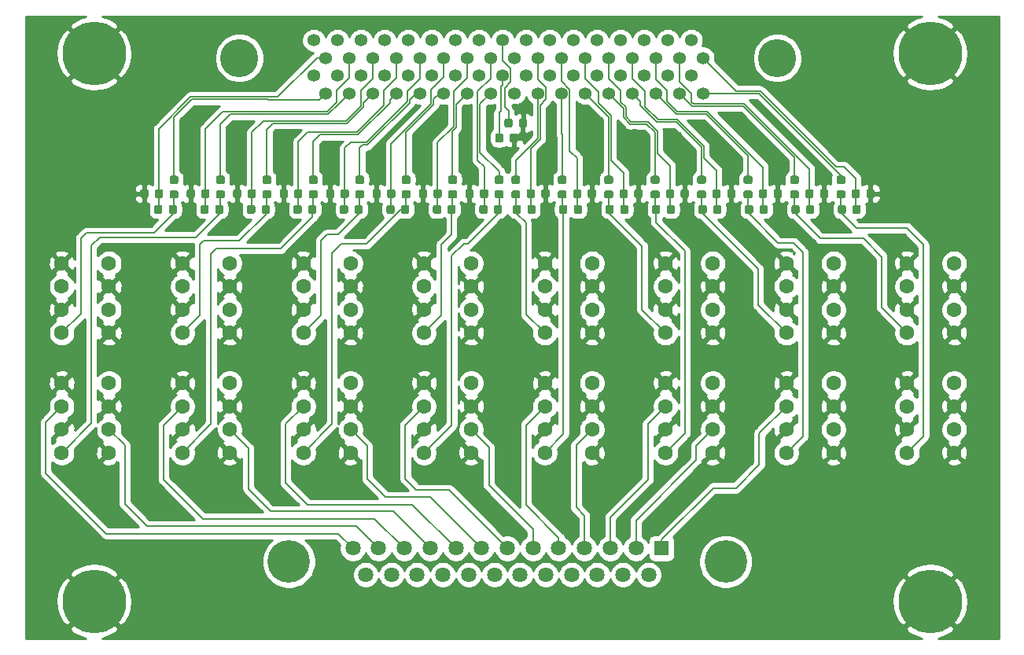
<source format=gbl>
G04 #@! TF.GenerationSoftware,KiCad,Pcbnew,(5.1.5)-3*
G04 #@! TF.CreationDate,2020-11-09T15:19:13-05:00*
G04 #@! TF.ProjectId,FilterMotherboard,46696c74-6572-44d6-9f74-686572626f61,rev?*
G04 #@! TF.SameCoordinates,Original*
G04 #@! TF.FileFunction,Copper,L4,Bot*
G04 #@! TF.FilePolarity,Positive*
%FSLAX46Y46*%
G04 Gerber Fmt 4.6, Leading zero omitted, Abs format (unit mm)*
G04 Created by KiCad (PCBNEW (5.1.5)-3) date 2020-11-09 15:19:13*
%MOMM*%
%LPD*%
G04 APERTURE LIST*
%ADD10C,6.858000*%
%ADD11C,4.100000*%
%ADD12C,1.360000*%
%ADD13C,4.575000*%
%ADD14C,1.635000*%
%ADD15R,1.635000X1.635000*%
%ADD16C,1.605000*%
%ADD17C,0.100000*%
%ADD18C,0.762000*%
%ADD19C,0.508000*%
%ADD20C,0.127000*%
%ADD21C,0.500000*%
%ADD22C,0.254000*%
G04 APERTURE END LIST*
D10*
X75500000Y-29400000D03*
X75500000Y-88400000D03*
X165500000Y-88400000D03*
X165500000Y-29400000D03*
D11*
X91145000Y-29900000D03*
X149055000Y-29900000D03*
D12*
X141055000Y-29900000D03*
X139785000Y-28000000D03*
X138515000Y-29900000D03*
X137245000Y-28000000D03*
X135975000Y-29900000D03*
X134705000Y-28000000D03*
X133435000Y-29900000D03*
X132165000Y-28000000D03*
X130895000Y-29900000D03*
X129625000Y-28000000D03*
X128355000Y-29900000D03*
X127085000Y-28000000D03*
X125815000Y-29900000D03*
X124545000Y-28000000D03*
X123275000Y-29900000D03*
X122005000Y-28000000D03*
X120735000Y-29900000D03*
X119465000Y-28000000D03*
X118195000Y-29900000D03*
X116925000Y-28000000D03*
X115655000Y-29900000D03*
X114385000Y-28000000D03*
X113115000Y-29900000D03*
X111845000Y-28000000D03*
X110575000Y-29900000D03*
X109305000Y-28000000D03*
X108035000Y-29900000D03*
X106765000Y-28000000D03*
X105495000Y-29900000D03*
X104225000Y-28000000D03*
X102955000Y-29900000D03*
X101685000Y-28000000D03*
X100415000Y-29900000D03*
X99145000Y-28000000D03*
X141055000Y-33700000D03*
X139785000Y-31800000D03*
X138515000Y-33700000D03*
X137245000Y-31800000D03*
X135975000Y-33700000D03*
X134705000Y-31800000D03*
X133435000Y-33700000D03*
X132165000Y-31800000D03*
X130895000Y-33700000D03*
X129625000Y-31800000D03*
X128355000Y-33700000D03*
X127085000Y-31800000D03*
X125815000Y-33700000D03*
X124545000Y-31800000D03*
X123275000Y-33700000D03*
X122005000Y-31800000D03*
X120735000Y-33700000D03*
X119465000Y-31800000D03*
X118195000Y-33700000D03*
X116925000Y-31800000D03*
X115655000Y-33700000D03*
X114385000Y-31800000D03*
X113115000Y-33700000D03*
X111845000Y-31800000D03*
X110575000Y-33700000D03*
X109305000Y-31800000D03*
X108035000Y-33700000D03*
X106765000Y-31800000D03*
X105495000Y-33700000D03*
X104225000Y-31800000D03*
X102955000Y-33700000D03*
X101685000Y-31800000D03*
X100415000Y-33700000D03*
X99145000Y-31800000D03*
D13*
X96460000Y-84120000D03*
X143500000Y-84120000D03*
D14*
X104745000Y-85540000D03*
X107515000Y-85540000D03*
X110285000Y-85540000D03*
X113055000Y-85540000D03*
X115825000Y-85540000D03*
X118595000Y-85540000D03*
X121365000Y-85540000D03*
X124135000Y-85540000D03*
X126905000Y-85540000D03*
X129675000Y-85540000D03*
X132445000Y-85540000D03*
X135215000Y-85540000D03*
X103360000Y-82700000D03*
X106130000Y-82700000D03*
X108900000Y-82700000D03*
X111670000Y-82700000D03*
X114440000Y-82700000D03*
X117210000Y-82700000D03*
X119980000Y-82700000D03*
X122750000Y-82700000D03*
X125520000Y-82700000D03*
X128290000Y-82700000D03*
X131060000Y-82700000D03*
X133830000Y-82700000D03*
D15*
X136600000Y-82700000D03*
D16*
X72020000Y-72400000D03*
X72020000Y-69900000D03*
X72020000Y-67400000D03*
X72020000Y-64900000D03*
X72020000Y-59500000D03*
X72020000Y-57000000D03*
X72020000Y-54500000D03*
X72020000Y-52000000D03*
X77100000Y-72400000D03*
X77100000Y-69900000D03*
X77100000Y-67400000D03*
X77100000Y-64900000D03*
X77100000Y-59500000D03*
X77100000Y-57000000D03*
X77100000Y-54500000D03*
X77100000Y-52000000D03*
X85020000Y-72400000D03*
X85020000Y-69900000D03*
X85020000Y-67400000D03*
X85020000Y-64900000D03*
X85020000Y-59500000D03*
X85020000Y-57000000D03*
X85020000Y-54500000D03*
X85020000Y-52000000D03*
X90100000Y-72400000D03*
X90100000Y-69900000D03*
X90100000Y-67400000D03*
X90100000Y-64900000D03*
X90100000Y-59500000D03*
X90100000Y-57000000D03*
X90100000Y-54500000D03*
X90100000Y-52000000D03*
X98020000Y-72400000D03*
X98020000Y-69900000D03*
X98020000Y-67400000D03*
X98020000Y-64900000D03*
X98020000Y-59500000D03*
X98020000Y-57000000D03*
X98020000Y-54500000D03*
X98020000Y-52000000D03*
X103100000Y-72400000D03*
X103100000Y-69900000D03*
X103100000Y-67400000D03*
X103100000Y-64900000D03*
X103100000Y-59500000D03*
X103100000Y-57000000D03*
X103100000Y-54500000D03*
X103100000Y-52000000D03*
X111020000Y-72400000D03*
X111020000Y-69900000D03*
X111020000Y-67400000D03*
X111020000Y-64900000D03*
X111020000Y-59500000D03*
X111020000Y-57000000D03*
X111020000Y-54500000D03*
X111020000Y-52000000D03*
X116100000Y-72400000D03*
X116100000Y-69900000D03*
X116100000Y-67400000D03*
X116100000Y-64900000D03*
X116100000Y-59500000D03*
X116100000Y-57000000D03*
X116100000Y-54500000D03*
X116100000Y-52000000D03*
X124020000Y-72400000D03*
X124020000Y-69900000D03*
X124020000Y-67400000D03*
X124020000Y-64900000D03*
X124020000Y-59500000D03*
X124020000Y-57000000D03*
X124020000Y-54500000D03*
X124020000Y-52000000D03*
X129100000Y-72400000D03*
X129100000Y-69900000D03*
X129100000Y-67400000D03*
X129100000Y-64900000D03*
X129100000Y-59500000D03*
X129100000Y-57000000D03*
X129100000Y-54500000D03*
X129100000Y-52000000D03*
X137020000Y-72400000D03*
X137020000Y-69900000D03*
X137020000Y-67400000D03*
X137020000Y-64900000D03*
X137020000Y-59500000D03*
X137020000Y-57000000D03*
X137020000Y-54500000D03*
X137020000Y-52000000D03*
X142100000Y-72400000D03*
X142100000Y-69900000D03*
X142100000Y-67400000D03*
X142100000Y-64900000D03*
X142100000Y-59500000D03*
X142100000Y-57000000D03*
X142100000Y-54500000D03*
X142100000Y-52000000D03*
X150020000Y-72400000D03*
X150020000Y-69900000D03*
X150020000Y-67400000D03*
X150020000Y-64900000D03*
X150020000Y-59500000D03*
X150020000Y-57000000D03*
X150020000Y-54500000D03*
X150020000Y-52000000D03*
X155100000Y-72400000D03*
X155100000Y-69900000D03*
X155100000Y-67400000D03*
X155100000Y-64900000D03*
X155100000Y-59500000D03*
X155100000Y-57000000D03*
X155100000Y-54500000D03*
X155100000Y-52000000D03*
X163020000Y-72400000D03*
X163020000Y-69900000D03*
X163020000Y-67400000D03*
X163020000Y-64900000D03*
X163020000Y-59500000D03*
X163020000Y-57000000D03*
X163020000Y-54500000D03*
X163020000Y-52000000D03*
X168100000Y-72400000D03*
X168100000Y-69900000D03*
X168100000Y-67400000D03*
X168100000Y-64900000D03*
X168100000Y-59500000D03*
X168100000Y-57000000D03*
X168100000Y-54500000D03*
X168100000Y-52000000D03*
G04 #@! TA.AperFunction,SMDPad,CuDef*
D17*
G36*
X84377691Y-42576053D02*
G01*
X84398926Y-42579203D01*
X84419750Y-42584419D01*
X84439962Y-42591651D01*
X84459368Y-42600830D01*
X84477781Y-42611866D01*
X84495024Y-42624654D01*
X84510930Y-42639070D01*
X84525346Y-42654976D01*
X84538134Y-42672219D01*
X84549170Y-42690632D01*
X84558349Y-42710038D01*
X84565581Y-42730250D01*
X84570797Y-42751074D01*
X84573947Y-42772309D01*
X84575000Y-42793750D01*
X84575000Y-43231250D01*
X84573947Y-43252691D01*
X84570797Y-43273926D01*
X84565581Y-43294750D01*
X84558349Y-43314962D01*
X84549170Y-43334368D01*
X84538134Y-43352781D01*
X84525346Y-43370024D01*
X84510930Y-43385930D01*
X84495024Y-43400346D01*
X84477781Y-43413134D01*
X84459368Y-43424170D01*
X84439962Y-43433349D01*
X84419750Y-43440581D01*
X84398926Y-43445797D01*
X84377691Y-43448947D01*
X84356250Y-43450000D01*
X83843750Y-43450000D01*
X83822309Y-43448947D01*
X83801074Y-43445797D01*
X83780250Y-43440581D01*
X83760038Y-43433349D01*
X83740632Y-43424170D01*
X83722219Y-43413134D01*
X83704976Y-43400346D01*
X83689070Y-43385930D01*
X83674654Y-43370024D01*
X83661866Y-43352781D01*
X83650830Y-43334368D01*
X83641651Y-43314962D01*
X83634419Y-43294750D01*
X83629203Y-43273926D01*
X83626053Y-43252691D01*
X83625000Y-43231250D01*
X83625000Y-42793750D01*
X83626053Y-42772309D01*
X83629203Y-42751074D01*
X83634419Y-42730250D01*
X83641651Y-42710038D01*
X83650830Y-42690632D01*
X83661866Y-42672219D01*
X83674654Y-42654976D01*
X83689070Y-42639070D01*
X83704976Y-42624654D01*
X83722219Y-42611866D01*
X83740632Y-42600830D01*
X83760038Y-42591651D01*
X83780250Y-42584419D01*
X83801074Y-42579203D01*
X83822309Y-42576053D01*
X83843750Y-42575000D01*
X84356250Y-42575000D01*
X84377691Y-42576053D01*
G37*
G04 #@! TD.AperFunction*
G04 #@! TA.AperFunction,SMDPad,CuDef*
G36*
X84377691Y-44151053D02*
G01*
X84398926Y-44154203D01*
X84419750Y-44159419D01*
X84439962Y-44166651D01*
X84459368Y-44175830D01*
X84477781Y-44186866D01*
X84495024Y-44199654D01*
X84510930Y-44214070D01*
X84525346Y-44229976D01*
X84538134Y-44247219D01*
X84549170Y-44265632D01*
X84558349Y-44285038D01*
X84565581Y-44305250D01*
X84570797Y-44326074D01*
X84573947Y-44347309D01*
X84575000Y-44368750D01*
X84575000Y-44806250D01*
X84573947Y-44827691D01*
X84570797Y-44848926D01*
X84565581Y-44869750D01*
X84558349Y-44889962D01*
X84549170Y-44909368D01*
X84538134Y-44927781D01*
X84525346Y-44945024D01*
X84510930Y-44960930D01*
X84495024Y-44975346D01*
X84477781Y-44988134D01*
X84459368Y-44999170D01*
X84439962Y-45008349D01*
X84419750Y-45015581D01*
X84398926Y-45020797D01*
X84377691Y-45023947D01*
X84356250Y-45025000D01*
X83843750Y-45025000D01*
X83822309Y-45023947D01*
X83801074Y-45020797D01*
X83780250Y-45015581D01*
X83760038Y-45008349D01*
X83740632Y-44999170D01*
X83722219Y-44988134D01*
X83704976Y-44975346D01*
X83689070Y-44960930D01*
X83674654Y-44945024D01*
X83661866Y-44927781D01*
X83650830Y-44909368D01*
X83641651Y-44889962D01*
X83634419Y-44869750D01*
X83629203Y-44848926D01*
X83626053Y-44827691D01*
X83625000Y-44806250D01*
X83625000Y-44368750D01*
X83626053Y-44347309D01*
X83629203Y-44326074D01*
X83634419Y-44305250D01*
X83641651Y-44285038D01*
X83650830Y-44265632D01*
X83661866Y-44247219D01*
X83674654Y-44229976D01*
X83689070Y-44214070D01*
X83704976Y-44199654D01*
X83722219Y-44186866D01*
X83740632Y-44175830D01*
X83760038Y-44166651D01*
X83780250Y-44159419D01*
X83801074Y-44154203D01*
X83822309Y-44151053D01*
X83843750Y-44150000D01*
X84356250Y-44150000D01*
X84377691Y-44151053D01*
G37*
G04 #@! TD.AperFunction*
G04 #@! TA.AperFunction,SMDPad,CuDef*
G36*
X89377691Y-42576053D02*
G01*
X89398926Y-42579203D01*
X89419750Y-42584419D01*
X89439962Y-42591651D01*
X89459368Y-42600830D01*
X89477781Y-42611866D01*
X89495024Y-42624654D01*
X89510930Y-42639070D01*
X89525346Y-42654976D01*
X89538134Y-42672219D01*
X89549170Y-42690632D01*
X89558349Y-42710038D01*
X89565581Y-42730250D01*
X89570797Y-42751074D01*
X89573947Y-42772309D01*
X89575000Y-42793750D01*
X89575000Y-43231250D01*
X89573947Y-43252691D01*
X89570797Y-43273926D01*
X89565581Y-43294750D01*
X89558349Y-43314962D01*
X89549170Y-43334368D01*
X89538134Y-43352781D01*
X89525346Y-43370024D01*
X89510930Y-43385930D01*
X89495024Y-43400346D01*
X89477781Y-43413134D01*
X89459368Y-43424170D01*
X89439962Y-43433349D01*
X89419750Y-43440581D01*
X89398926Y-43445797D01*
X89377691Y-43448947D01*
X89356250Y-43450000D01*
X88843750Y-43450000D01*
X88822309Y-43448947D01*
X88801074Y-43445797D01*
X88780250Y-43440581D01*
X88760038Y-43433349D01*
X88740632Y-43424170D01*
X88722219Y-43413134D01*
X88704976Y-43400346D01*
X88689070Y-43385930D01*
X88674654Y-43370024D01*
X88661866Y-43352781D01*
X88650830Y-43334368D01*
X88641651Y-43314962D01*
X88634419Y-43294750D01*
X88629203Y-43273926D01*
X88626053Y-43252691D01*
X88625000Y-43231250D01*
X88625000Y-42793750D01*
X88626053Y-42772309D01*
X88629203Y-42751074D01*
X88634419Y-42730250D01*
X88641651Y-42710038D01*
X88650830Y-42690632D01*
X88661866Y-42672219D01*
X88674654Y-42654976D01*
X88689070Y-42639070D01*
X88704976Y-42624654D01*
X88722219Y-42611866D01*
X88740632Y-42600830D01*
X88760038Y-42591651D01*
X88780250Y-42584419D01*
X88801074Y-42579203D01*
X88822309Y-42576053D01*
X88843750Y-42575000D01*
X89356250Y-42575000D01*
X89377691Y-42576053D01*
G37*
G04 #@! TD.AperFunction*
G04 #@! TA.AperFunction,SMDPad,CuDef*
G36*
X89377691Y-44151053D02*
G01*
X89398926Y-44154203D01*
X89419750Y-44159419D01*
X89439962Y-44166651D01*
X89459368Y-44175830D01*
X89477781Y-44186866D01*
X89495024Y-44199654D01*
X89510930Y-44214070D01*
X89525346Y-44229976D01*
X89538134Y-44247219D01*
X89549170Y-44265632D01*
X89558349Y-44285038D01*
X89565581Y-44305250D01*
X89570797Y-44326074D01*
X89573947Y-44347309D01*
X89575000Y-44368750D01*
X89575000Y-44806250D01*
X89573947Y-44827691D01*
X89570797Y-44848926D01*
X89565581Y-44869750D01*
X89558349Y-44889962D01*
X89549170Y-44909368D01*
X89538134Y-44927781D01*
X89525346Y-44945024D01*
X89510930Y-44960930D01*
X89495024Y-44975346D01*
X89477781Y-44988134D01*
X89459368Y-44999170D01*
X89439962Y-45008349D01*
X89419750Y-45015581D01*
X89398926Y-45020797D01*
X89377691Y-45023947D01*
X89356250Y-45025000D01*
X88843750Y-45025000D01*
X88822309Y-45023947D01*
X88801074Y-45020797D01*
X88780250Y-45015581D01*
X88760038Y-45008349D01*
X88740632Y-44999170D01*
X88722219Y-44988134D01*
X88704976Y-44975346D01*
X88689070Y-44960930D01*
X88674654Y-44945024D01*
X88661866Y-44927781D01*
X88650830Y-44909368D01*
X88641651Y-44889962D01*
X88634419Y-44869750D01*
X88629203Y-44848926D01*
X88626053Y-44827691D01*
X88625000Y-44806250D01*
X88625000Y-44368750D01*
X88626053Y-44347309D01*
X88629203Y-44326074D01*
X88634419Y-44305250D01*
X88641651Y-44285038D01*
X88650830Y-44265632D01*
X88661866Y-44247219D01*
X88674654Y-44229976D01*
X88689070Y-44214070D01*
X88704976Y-44199654D01*
X88722219Y-44186866D01*
X88740632Y-44175830D01*
X88760038Y-44166651D01*
X88780250Y-44159419D01*
X88801074Y-44154203D01*
X88822309Y-44151053D01*
X88843750Y-44150000D01*
X89356250Y-44150000D01*
X89377691Y-44151053D01*
G37*
G04 #@! TD.AperFunction*
G04 #@! TA.AperFunction,SMDPad,CuDef*
G36*
X94377691Y-42576053D02*
G01*
X94398926Y-42579203D01*
X94419750Y-42584419D01*
X94439962Y-42591651D01*
X94459368Y-42600830D01*
X94477781Y-42611866D01*
X94495024Y-42624654D01*
X94510930Y-42639070D01*
X94525346Y-42654976D01*
X94538134Y-42672219D01*
X94549170Y-42690632D01*
X94558349Y-42710038D01*
X94565581Y-42730250D01*
X94570797Y-42751074D01*
X94573947Y-42772309D01*
X94575000Y-42793750D01*
X94575000Y-43231250D01*
X94573947Y-43252691D01*
X94570797Y-43273926D01*
X94565581Y-43294750D01*
X94558349Y-43314962D01*
X94549170Y-43334368D01*
X94538134Y-43352781D01*
X94525346Y-43370024D01*
X94510930Y-43385930D01*
X94495024Y-43400346D01*
X94477781Y-43413134D01*
X94459368Y-43424170D01*
X94439962Y-43433349D01*
X94419750Y-43440581D01*
X94398926Y-43445797D01*
X94377691Y-43448947D01*
X94356250Y-43450000D01*
X93843750Y-43450000D01*
X93822309Y-43448947D01*
X93801074Y-43445797D01*
X93780250Y-43440581D01*
X93760038Y-43433349D01*
X93740632Y-43424170D01*
X93722219Y-43413134D01*
X93704976Y-43400346D01*
X93689070Y-43385930D01*
X93674654Y-43370024D01*
X93661866Y-43352781D01*
X93650830Y-43334368D01*
X93641651Y-43314962D01*
X93634419Y-43294750D01*
X93629203Y-43273926D01*
X93626053Y-43252691D01*
X93625000Y-43231250D01*
X93625000Y-42793750D01*
X93626053Y-42772309D01*
X93629203Y-42751074D01*
X93634419Y-42730250D01*
X93641651Y-42710038D01*
X93650830Y-42690632D01*
X93661866Y-42672219D01*
X93674654Y-42654976D01*
X93689070Y-42639070D01*
X93704976Y-42624654D01*
X93722219Y-42611866D01*
X93740632Y-42600830D01*
X93760038Y-42591651D01*
X93780250Y-42584419D01*
X93801074Y-42579203D01*
X93822309Y-42576053D01*
X93843750Y-42575000D01*
X94356250Y-42575000D01*
X94377691Y-42576053D01*
G37*
G04 #@! TD.AperFunction*
G04 #@! TA.AperFunction,SMDPad,CuDef*
G36*
X94377691Y-44151053D02*
G01*
X94398926Y-44154203D01*
X94419750Y-44159419D01*
X94439962Y-44166651D01*
X94459368Y-44175830D01*
X94477781Y-44186866D01*
X94495024Y-44199654D01*
X94510930Y-44214070D01*
X94525346Y-44229976D01*
X94538134Y-44247219D01*
X94549170Y-44265632D01*
X94558349Y-44285038D01*
X94565581Y-44305250D01*
X94570797Y-44326074D01*
X94573947Y-44347309D01*
X94575000Y-44368750D01*
X94575000Y-44806250D01*
X94573947Y-44827691D01*
X94570797Y-44848926D01*
X94565581Y-44869750D01*
X94558349Y-44889962D01*
X94549170Y-44909368D01*
X94538134Y-44927781D01*
X94525346Y-44945024D01*
X94510930Y-44960930D01*
X94495024Y-44975346D01*
X94477781Y-44988134D01*
X94459368Y-44999170D01*
X94439962Y-45008349D01*
X94419750Y-45015581D01*
X94398926Y-45020797D01*
X94377691Y-45023947D01*
X94356250Y-45025000D01*
X93843750Y-45025000D01*
X93822309Y-45023947D01*
X93801074Y-45020797D01*
X93780250Y-45015581D01*
X93760038Y-45008349D01*
X93740632Y-44999170D01*
X93722219Y-44988134D01*
X93704976Y-44975346D01*
X93689070Y-44960930D01*
X93674654Y-44945024D01*
X93661866Y-44927781D01*
X93650830Y-44909368D01*
X93641651Y-44889962D01*
X93634419Y-44869750D01*
X93629203Y-44848926D01*
X93626053Y-44827691D01*
X93625000Y-44806250D01*
X93625000Y-44368750D01*
X93626053Y-44347309D01*
X93629203Y-44326074D01*
X93634419Y-44305250D01*
X93641651Y-44285038D01*
X93650830Y-44265632D01*
X93661866Y-44247219D01*
X93674654Y-44229976D01*
X93689070Y-44214070D01*
X93704976Y-44199654D01*
X93722219Y-44186866D01*
X93740632Y-44175830D01*
X93760038Y-44166651D01*
X93780250Y-44159419D01*
X93801074Y-44154203D01*
X93822309Y-44151053D01*
X93843750Y-44150000D01*
X94356250Y-44150000D01*
X94377691Y-44151053D01*
G37*
G04 #@! TD.AperFunction*
G04 #@! TA.AperFunction,SMDPad,CuDef*
G36*
X82727691Y-44026053D02*
G01*
X82748926Y-44029203D01*
X82769750Y-44034419D01*
X82789962Y-44041651D01*
X82809368Y-44050830D01*
X82827781Y-44061866D01*
X82845024Y-44074654D01*
X82860930Y-44089070D01*
X82875346Y-44104976D01*
X82888134Y-44122219D01*
X82899170Y-44140632D01*
X82908349Y-44160038D01*
X82915581Y-44180250D01*
X82920797Y-44201074D01*
X82923947Y-44222309D01*
X82925000Y-44243750D01*
X82925000Y-44756250D01*
X82923947Y-44777691D01*
X82920797Y-44798926D01*
X82915581Y-44819750D01*
X82908349Y-44839962D01*
X82899170Y-44859368D01*
X82888134Y-44877781D01*
X82875346Y-44895024D01*
X82860930Y-44910930D01*
X82845024Y-44925346D01*
X82827781Y-44938134D01*
X82809368Y-44949170D01*
X82789962Y-44958349D01*
X82769750Y-44965581D01*
X82748926Y-44970797D01*
X82727691Y-44973947D01*
X82706250Y-44975000D01*
X82268750Y-44975000D01*
X82247309Y-44973947D01*
X82226074Y-44970797D01*
X82205250Y-44965581D01*
X82185038Y-44958349D01*
X82165632Y-44949170D01*
X82147219Y-44938134D01*
X82129976Y-44925346D01*
X82114070Y-44910930D01*
X82099654Y-44895024D01*
X82086866Y-44877781D01*
X82075830Y-44859368D01*
X82066651Y-44839962D01*
X82059419Y-44819750D01*
X82054203Y-44798926D01*
X82051053Y-44777691D01*
X82050000Y-44756250D01*
X82050000Y-44243750D01*
X82051053Y-44222309D01*
X82054203Y-44201074D01*
X82059419Y-44180250D01*
X82066651Y-44160038D01*
X82075830Y-44140632D01*
X82086866Y-44122219D01*
X82099654Y-44104976D01*
X82114070Y-44089070D01*
X82129976Y-44074654D01*
X82147219Y-44061866D01*
X82165632Y-44050830D01*
X82185038Y-44041651D01*
X82205250Y-44034419D01*
X82226074Y-44029203D01*
X82247309Y-44026053D01*
X82268750Y-44025000D01*
X82706250Y-44025000D01*
X82727691Y-44026053D01*
G37*
G04 #@! TD.AperFunction*
G04 #@! TA.AperFunction,SMDPad,CuDef*
G36*
X81152691Y-44026053D02*
G01*
X81173926Y-44029203D01*
X81194750Y-44034419D01*
X81214962Y-44041651D01*
X81234368Y-44050830D01*
X81252781Y-44061866D01*
X81270024Y-44074654D01*
X81285930Y-44089070D01*
X81300346Y-44104976D01*
X81313134Y-44122219D01*
X81324170Y-44140632D01*
X81333349Y-44160038D01*
X81340581Y-44180250D01*
X81345797Y-44201074D01*
X81348947Y-44222309D01*
X81350000Y-44243750D01*
X81350000Y-44756250D01*
X81348947Y-44777691D01*
X81345797Y-44798926D01*
X81340581Y-44819750D01*
X81333349Y-44839962D01*
X81324170Y-44859368D01*
X81313134Y-44877781D01*
X81300346Y-44895024D01*
X81285930Y-44910930D01*
X81270024Y-44925346D01*
X81252781Y-44938134D01*
X81234368Y-44949170D01*
X81214962Y-44958349D01*
X81194750Y-44965581D01*
X81173926Y-44970797D01*
X81152691Y-44973947D01*
X81131250Y-44975000D01*
X80693750Y-44975000D01*
X80672309Y-44973947D01*
X80651074Y-44970797D01*
X80630250Y-44965581D01*
X80610038Y-44958349D01*
X80590632Y-44949170D01*
X80572219Y-44938134D01*
X80554976Y-44925346D01*
X80539070Y-44910930D01*
X80524654Y-44895024D01*
X80511866Y-44877781D01*
X80500830Y-44859368D01*
X80491651Y-44839962D01*
X80484419Y-44819750D01*
X80479203Y-44798926D01*
X80476053Y-44777691D01*
X80475000Y-44756250D01*
X80475000Y-44243750D01*
X80476053Y-44222309D01*
X80479203Y-44201074D01*
X80484419Y-44180250D01*
X80491651Y-44160038D01*
X80500830Y-44140632D01*
X80511866Y-44122219D01*
X80524654Y-44104976D01*
X80539070Y-44089070D01*
X80554976Y-44074654D01*
X80572219Y-44061866D01*
X80590632Y-44050830D01*
X80610038Y-44041651D01*
X80630250Y-44034419D01*
X80651074Y-44029203D01*
X80672309Y-44026053D01*
X80693750Y-44025000D01*
X81131250Y-44025000D01*
X81152691Y-44026053D01*
G37*
G04 #@! TD.AperFunction*
G04 #@! TA.AperFunction,SMDPad,CuDef*
G36*
X87727691Y-44026053D02*
G01*
X87748926Y-44029203D01*
X87769750Y-44034419D01*
X87789962Y-44041651D01*
X87809368Y-44050830D01*
X87827781Y-44061866D01*
X87845024Y-44074654D01*
X87860930Y-44089070D01*
X87875346Y-44104976D01*
X87888134Y-44122219D01*
X87899170Y-44140632D01*
X87908349Y-44160038D01*
X87915581Y-44180250D01*
X87920797Y-44201074D01*
X87923947Y-44222309D01*
X87925000Y-44243750D01*
X87925000Y-44756250D01*
X87923947Y-44777691D01*
X87920797Y-44798926D01*
X87915581Y-44819750D01*
X87908349Y-44839962D01*
X87899170Y-44859368D01*
X87888134Y-44877781D01*
X87875346Y-44895024D01*
X87860930Y-44910930D01*
X87845024Y-44925346D01*
X87827781Y-44938134D01*
X87809368Y-44949170D01*
X87789962Y-44958349D01*
X87769750Y-44965581D01*
X87748926Y-44970797D01*
X87727691Y-44973947D01*
X87706250Y-44975000D01*
X87268750Y-44975000D01*
X87247309Y-44973947D01*
X87226074Y-44970797D01*
X87205250Y-44965581D01*
X87185038Y-44958349D01*
X87165632Y-44949170D01*
X87147219Y-44938134D01*
X87129976Y-44925346D01*
X87114070Y-44910930D01*
X87099654Y-44895024D01*
X87086866Y-44877781D01*
X87075830Y-44859368D01*
X87066651Y-44839962D01*
X87059419Y-44819750D01*
X87054203Y-44798926D01*
X87051053Y-44777691D01*
X87050000Y-44756250D01*
X87050000Y-44243750D01*
X87051053Y-44222309D01*
X87054203Y-44201074D01*
X87059419Y-44180250D01*
X87066651Y-44160038D01*
X87075830Y-44140632D01*
X87086866Y-44122219D01*
X87099654Y-44104976D01*
X87114070Y-44089070D01*
X87129976Y-44074654D01*
X87147219Y-44061866D01*
X87165632Y-44050830D01*
X87185038Y-44041651D01*
X87205250Y-44034419D01*
X87226074Y-44029203D01*
X87247309Y-44026053D01*
X87268750Y-44025000D01*
X87706250Y-44025000D01*
X87727691Y-44026053D01*
G37*
G04 #@! TD.AperFunction*
G04 #@! TA.AperFunction,SMDPad,CuDef*
G36*
X86152691Y-44026053D02*
G01*
X86173926Y-44029203D01*
X86194750Y-44034419D01*
X86214962Y-44041651D01*
X86234368Y-44050830D01*
X86252781Y-44061866D01*
X86270024Y-44074654D01*
X86285930Y-44089070D01*
X86300346Y-44104976D01*
X86313134Y-44122219D01*
X86324170Y-44140632D01*
X86333349Y-44160038D01*
X86340581Y-44180250D01*
X86345797Y-44201074D01*
X86348947Y-44222309D01*
X86350000Y-44243750D01*
X86350000Y-44756250D01*
X86348947Y-44777691D01*
X86345797Y-44798926D01*
X86340581Y-44819750D01*
X86333349Y-44839962D01*
X86324170Y-44859368D01*
X86313134Y-44877781D01*
X86300346Y-44895024D01*
X86285930Y-44910930D01*
X86270024Y-44925346D01*
X86252781Y-44938134D01*
X86234368Y-44949170D01*
X86214962Y-44958349D01*
X86194750Y-44965581D01*
X86173926Y-44970797D01*
X86152691Y-44973947D01*
X86131250Y-44975000D01*
X85693750Y-44975000D01*
X85672309Y-44973947D01*
X85651074Y-44970797D01*
X85630250Y-44965581D01*
X85610038Y-44958349D01*
X85590632Y-44949170D01*
X85572219Y-44938134D01*
X85554976Y-44925346D01*
X85539070Y-44910930D01*
X85524654Y-44895024D01*
X85511866Y-44877781D01*
X85500830Y-44859368D01*
X85491651Y-44839962D01*
X85484419Y-44819750D01*
X85479203Y-44798926D01*
X85476053Y-44777691D01*
X85475000Y-44756250D01*
X85475000Y-44243750D01*
X85476053Y-44222309D01*
X85479203Y-44201074D01*
X85484419Y-44180250D01*
X85491651Y-44160038D01*
X85500830Y-44140632D01*
X85511866Y-44122219D01*
X85524654Y-44104976D01*
X85539070Y-44089070D01*
X85554976Y-44074654D01*
X85572219Y-44061866D01*
X85590632Y-44050830D01*
X85610038Y-44041651D01*
X85630250Y-44034419D01*
X85651074Y-44029203D01*
X85672309Y-44026053D01*
X85693750Y-44025000D01*
X86131250Y-44025000D01*
X86152691Y-44026053D01*
G37*
G04 #@! TD.AperFunction*
G04 #@! TA.AperFunction,SMDPad,CuDef*
G36*
X92727691Y-44026053D02*
G01*
X92748926Y-44029203D01*
X92769750Y-44034419D01*
X92789962Y-44041651D01*
X92809368Y-44050830D01*
X92827781Y-44061866D01*
X92845024Y-44074654D01*
X92860930Y-44089070D01*
X92875346Y-44104976D01*
X92888134Y-44122219D01*
X92899170Y-44140632D01*
X92908349Y-44160038D01*
X92915581Y-44180250D01*
X92920797Y-44201074D01*
X92923947Y-44222309D01*
X92925000Y-44243750D01*
X92925000Y-44756250D01*
X92923947Y-44777691D01*
X92920797Y-44798926D01*
X92915581Y-44819750D01*
X92908349Y-44839962D01*
X92899170Y-44859368D01*
X92888134Y-44877781D01*
X92875346Y-44895024D01*
X92860930Y-44910930D01*
X92845024Y-44925346D01*
X92827781Y-44938134D01*
X92809368Y-44949170D01*
X92789962Y-44958349D01*
X92769750Y-44965581D01*
X92748926Y-44970797D01*
X92727691Y-44973947D01*
X92706250Y-44975000D01*
X92268750Y-44975000D01*
X92247309Y-44973947D01*
X92226074Y-44970797D01*
X92205250Y-44965581D01*
X92185038Y-44958349D01*
X92165632Y-44949170D01*
X92147219Y-44938134D01*
X92129976Y-44925346D01*
X92114070Y-44910930D01*
X92099654Y-44895024D01*
X92086866Y-44877781D01*
X92075830Y-44859368D01*
X92066651Y-44839962D01*
X92059419Y-44819750D01*
X92054203Y-44798926D01*
X92051053Y-44777691D01*
X92050000Y-44756250D01*
X92050000Y-44243750D01*
X92051053Y-44222309D01*
X92054203Y-44201074D01*
X92059419Y-44180250D01*
X92066651Y-44160038D01*
X92075830Y-44140632D01*
X92086866Y-44122219D01*
X92099654Y-44104976D01*
X92114070Y-44089070D01*
X92129976Y-44074654D01*
X92147219Y-44061866D01*
X92165632Y-44050830D01*
X92185038Y-44041651D01*
X92205250Y-44034419D01*
X92226074Y-44029203D01*
X92247309Y-44026053D01*
X92268750Y-44025000D01*
X92706250Y-44025000D01*
X92727691Y-44026053D01*
G37*
G04 #@! TD.AperFunction*
G04 #@! TA.AperFunction,SMDPad,CuDef*
G36*
X91152691Y-44026053D02*
G01*
X91173926Y-44029203D01*
X91194750Y-44034419D01*
X91214962Y-44041651D01*
X91234368Y-44050830D01*
X91252781Y-44061866D01*
X91270024Y-44074654D01*
X91285930Y-44089070D01*
X91300346Y-44104976D01*
X91313134Y-44122219D01*
X91324170Y-44140632D01*
X91333349Y-44160038D01*
X91340581Y-44180250D01*
X91345797Y-44201074D01*
X91348947Y-44222309D01*
X91350000Y-44243750D01*
X91350000Y-44756250D01*
X91348947Y-44777691D01*
X91345797Y-44798926D01*
X91340581Y-44819750D01*
X91333349Y-44839962D01*
X91324170Y-44859368D01*
X91313134Y-44877781D01*
X91300346Y-44895024D01*
X91285930Y-44910930D01*
X91270024Y-44925346D01*
X91252781Y-44938134D01*
X91234368Y-44949170D01*
X91214962Y-44958349D01*
X91194750Y-44965581D01*
X91173926Y-44970797D01*
X91152691Y-44973947D01*
X91131250Y-44975000D01*
X90693750Y-44975000D01*
X90672309Y-44973947D01*
X90651074Y-44970797D01*
X90630250Y-44965581D01*
X90610038Y-44958349D01*
X90590632Y-44949170D01*
X90572219Y-44938134D01*
X90554976Y-44925346D01*
X90539070Y-44910930D01*
X90524654Y-44895024D01*
X90511866Y-44877781D01*
X90500830Y-44859368D01*
X90491651Y-44839962D01*
X90484419Y-44819750D01*
X90479203Y-44798926D01*
X90476053Y-44777691D01*
X90475000Y-44756250D01*
X90475000Y-44243750D01*
X90476053Y-44222309D01*
X90479203Y-44201074D01*
X90484419Y-44180250D01*
X90491651Y-44160038D01*
X90500830Y-44140632D01*
X90511866Y-44122219D01*
X90524654Y-44104976D01*
X90539070Y-44089070D01*
X90554976Y-44074654D01*
X90572219Y-44061866D01*
X90590632Y-44050830D01*
X90610038Y-44041651D01*
X90630250Y-44034419D01*
X90651074Y-44029203D01*
X90672309Y-44026053D01*
X90693750Y-44025000D01*
X91131250Y-44025000D01*
X91152691Y-44026053D01*
G37*
G04 #@! TD.AperFunction*
G04 #@! TA.AperFunction,SMDPad,CuDef*
G36*
X99377691Y-42576053D02*
G01*
X99398926Y-42579203D01*
X99419750Y-42584419D01*
X99439962Y-42591651D01*
X99459368Y-42600830D01*
X99477781Y-42611866D01*
X99495024Y-42624654D01*
X99510930Y-42639070D01*
X99525346Y-42654976D01*
X99538134Y-42672219D01*
X99549170Y-42690632D01*
X99558349Y-42710038D01*
X99565581Y-42730250D01*
X99570797Y-42751074D01*
X99573947Y-42772309D01*
X99575000Y-42793750D01*
X99575000Y-43231250D01*
X99573947Y-43252691D01*
X99570797Y-43273926D01*
X99565581Y-43294750D01*
X99558349Y-43314962D01*
X99549170Y-43334368D01*
X99538134Y-43352781D01*
X99525346Y-43370024D01*
X99510930Y-43385930D01*
X99495024Y-43400346D01*
X99477781Y-43413134D01*
X99459368Y-43424170D01*
X99439962Y-43433349D01*
X99419750Y-43440581D01*
X99398926Y-43445797D01*
X99377691Y-43448947D01*
X99356250Y-43450000D01*
X98843750Y-43450000D01*
X98822309Y-43448947D01*
X98801074Y-43445797D01*
X98780250Y-43440581D01*
X98760038Y-43433349D01*
X98740632Y-43424170D01*
X98722219Y-43413134D01*
X98704976Y-43400346D01*
X98689070Y-43385930D01*
X98674654Y-43370024D01*
X98661866Y-43352781D01*
X98650830Y-43334368D01*
X98641651Y-43314962D01*
X98634419Y-43294750D01*
X98629203Y-43273926D01*
X98626053Y-43252691D01*
X98625000Y-43231250D01*
X98625000Y-42793750D01*
X98626053Y-42772309D01*
X98629203Y-42751074D01*
X98634419Y-42730250D01*
X98641651Y-42710038D01*
X98650830Y-42690632D01*
X98661866Y-42672219D01*
X98674654Y-42654976D01*
X98689070Y-42639070D01*
X98704976Y-42624654D01*
X98722219Y-42611866D01*
X98740632Y-42600830D01*
X98760038Y-42591651D01*
X98780250Y-42584419D01*
X98801074Y-42579203D01*
X98822309Y-42576053D01*
X98843750Y-42575000D01*
X99356250Y-42575000D01*
X99377691Y-42576053D01*
G37*
G04 #@! TD.AperFunction*
G04 #@! TA.AperFunction,SMDPad,CuDef*
G36*
X99377691Y-44151053D02*
G01*
X99398926Y-44154203D01*
X99419750Y-44159419D01*
X99439962Y-44166651D01*
X99459368Y-44175830D01*
X99477781Y-44186866D01*
X99495024Y-44199654D01*
X99510930Y-44214070D01*
X99525346Y-44229976D01*
X99538134Y-44247219D01*
X99549170Y-44265632D01*
X99558349Y-44285038D01*
X99565581Y-44305250D01*
X99570797Y-44326074D01*
X99573947Y-44347309D01*
X99575000Y-44368750D01*
X99575000Y-44806250D01*
X99573947Y-44827691D01*
X99570797Y-44848926D01*
X99565581Y-44869750D01*
X99558349Y-44889962D01*
X99549170Y-44909368D01*
X99538134Y-44927781D01*
X99525346Y-44945024D01*
X99510930Y-44960930D01*
X99495024Y-44975346D01*
X99477781Y-44988134D01*
X99459368Y-44999170D01*
X99439962Y-45008349D01*
X99419750Y-45015581D01*
X99398926Y-45020797D01*
X99377691Y-45023947D01*
X99356250Y-45025000D01*
X98843750Y-45025000D01*
X98822309Y-45023947D01*
X98801074Y-45020797D01*
X98780250Y-45015581D01*
X98760038Y-45008349D01*
X98740632Y-44999170D01*
X98722219Y-44988134D01*
X98704976Y-44975346D01*
X98689070Y-44960930D01*
X98674654Y-44945024D01*
X98661866Y-44927781D01*
X98650830Y-44909368D01*
X98641651Y-44889962D01*
X98634419Y-44869750D01*
X98629203Y-44848926D01*
X98626053Y-44827691D01*
X98625000Y-44806250D01*
X98625000Y-44368750D01*
X98626053Y-44347309D01*
X98629203Y-44326074D01*
X98634419Y-44305250D01*
X98641651Y-44285038D01*
X98650830Y-44265632D01*
X98661866Y-44247219D01*
X98674654Y-44229976D01*
X98689070Y-44214070D01*
X98704976Y-44199654D01*
X98722219Y-44186866D01*
X98740632Y-44175830D01*
X98760038Y-44166651D01*
X98780250Y-44159419D01*
X98801074Y-44154203D01*
X98822309Y-44151053D01*
X98843750Y-44150000D01*
X99356250Y-44150000D01*
X99377691Y-44151053D01*
G37*
G04 #@! TD.AperFunction*
G04 #@! TA.AperFunction,SMDPad,CuDef*
G36*
X104377691Y-42576053D02*
G01*
X104398926Y-42579203D01*
X104419750Y-42584419D01*
X104439962Y-42591651D01*
X104459368Y-42600830D01*
X104477781Y-42611866D01*
X104495024Y-42624654D01*
X104510930Y-42639070D01*
X104525346Y-42654976D01*
X104538134Y-42672219D01*
X104549170Y-42690632D01*
X104558349Y-42710038D01*
X104565581Y-42730250D01*
X104570797Y-42751074D01*
X104573947Y-42772309D01*
X104575000Y-42793750D01*
X104575000Y-43231250D01*
X104573947Y-43252691D01*
X104570797Y-43273926D01*
X104565581Y-43294750D01*
X104558349Y-43314962D01*
X104549170Y-43334368D01*
X104538134Y-43352781D01*
X104525346Y-43370024D01*
X104510930Y-43385930D01*
X104495024Y-43400346D01*
X104477781Y-43413134D01*
X104459368Y-43424170D01*
X104439962Y-43433349D01*
X104419750Y-43440581D01*
X104398926Y-43445797D01*
X104377691Y-43448947D01*
X104356250Y-43450000D01*
X103843750Y-43450000D01*
X103822309Y-43448947D01*
X103801074Y-43445797D01*
X103780250Y-43440581D01*
X103760038Y-43433349D01*
X103740632Y-43424170D01*
X103722219Y-43413134D01*
X103704976Y-43400346D01*
X103689070Y-43385930D01*
X103674654Y-43370024D01*
X103661866Y-43352781D01*
X103650830Y-43334368D01*
X103641651Y-43314962D01*
X103634419Y-43294750D01*
X103629203Y-43273926D01*
X103626053Y-43252691D01*
X103625000Y-43231250D01*
X103625000Y-42793750D01*
X103626053Y-42772309D01*
X103629203Y-42751074D01*
X103634419Y-42730250D01*
X103641651Y-42710038D01*
X103650830Y-42690632D01*
X103661866Y-42672219D01*
X103674654Y-42654976D01*
X103689070Y-42639070D01*
X103704976Y-42624654D01*
X103722219Y-42611866D01*
X103740632Y-42600830D01*
X103760038Y-42591651D01*
X103780250Y-42584419D01*
X103801074Y-42579203D01*
X103822309Y-42576053D01*
X103843750Y-42575000D01*
X104356250Y-42575000D01*
X104377691Y-42576053D01*
G37*
G04 #@! TD.AperFunction*
G04 #@! TA.AperFunction,SMDPad,CuDef*
G36*
X104377691Y-44151053D02*
G01*
X104398926Y-44154203D01*
X104419750Y-44159419D01*
X104439962Y-44166651D01*
X104459368Y-44175830D01*
X104477781Y-44186866D01*
X104495024Y-44199654D01*
X104510930Y-44214070D01*
X104525346Y-44229976D01*
X104538134Y-44247219D01*
X104549170Y-44265632D01*
X104558349Y-44285038D01*
X104565581Y-44305250D01*
X104570797Y-44326074D01*
X104573947Y-44347309D01*
X104575000Y-44368750D01*
X104575000Y-44806250D01*
X104573947Y-44827691D01*
X104570797Y-44848926D01*
X104565581Y-44869750D01*
X104558349Y-44889962D01*
X104549170Y-44909368D01*
X104538134Y-44927781D01*
X104525346Y-44945024D01*
X104510930Y-44960930D01*
X104495024Y-44975346D01*
X104477781Y-44988134D01*
X104459368Y-44999170D01*
X104439962Y-45008349D01*
X104419750Y-45015581D01*
X104398926Y-45020797D01*
X104377691Y-45023947D01*
X104356250Y-45025000D01*
X103843750Y-45025000D01*
X103822309Y-45023947D01*
X103801074Y-45020797D01*
X103780250Y-45015581D01*
X103760038Y-45008349D01*
X103740632Y-44999170D01*
X103722219Y-44988134D01*
X103704976Y-44975346D01*
X103689070Y-44960930D01*
X103674654Y-44945024D01*
X103661866Y-44927781D01*
X103650830Y-44909368D01*
X103641651Y-44889962D01*
X103634419Y-44869750D01*
X103629203Y-44848926D01*
X103626053Y-44827691D01*
X103625000Y-44806250D01*
X103625000Y-44368750D01*
X103626053Y-44347309D01*
X103629203Y-44326074D01*
X103634419Y-44305250D01*
X103641651Y-44285038D01*
X103650830Y-44265632D01*
X103661866Y-44247219D01*
X103674654Y-44229976D01*
X103689070Y-44214070D01*
X103704976Y-44199654D01*
X103722219Y-44186866D01*
X103740632Y-44175830D01*
X103760038Y-44166651D01*
X103780250Y-44159419D01*
X103801074Y-44154203D01*
X103822309Y-44151053D01*
X103843750Y-44150000D01*
X104356250Y-44150000D01*
X104377691Y-44151053D01*
G37*
G04 #@! TD.AperFunction*
G04 #@! TA.AperFunction,SMDPad,CuDef*
G36*
X109377691Y-42576053D02*
G01*
X109398926Y-42579203D01*
X109419750Y-42584419D01*
X109439962Y-42591651D01*
X109459368Y-42600830D01*
X109477781Y-42611866D01*
X109495024Y-42624654D01*
X109510930Y-42639070D01*
X109525346Y-42654976D01*
X109538134Y-42672219D01*
X109549170Y-42690632D01*
X109558349Y-42710038D01*
X109565581Y-42730250D01*
X109570797Y-42751074D01*
X109573947Y-42772309D01*
X109575000Y-42793750D01*
X109575000Y-43231250D01*
X109573947Y-43252691D01*
X109570797Y-43273926D01*
X109565581Y-43294750D01*
X109558349Y-43314962D01*
X109549170Y-43334368D01*
X109538134Y-43352781D01*
X109525346Y-43370024D01*
X109510930Y-43385930D01*
X109495024Y-43400346D01*
X109477781Y-43413134D01*
X109459368Y-43424170D01*
X109439962Y-43433349D01*
X109419750Y-43440581D01*
X109398926Y-43445797D01*
X109377691Y-43448947D01*
X109356250Y-43450000D01*
X108843750Y-43450000D01*
X108822309Y-43448947D01*
X108801074Y-43445797D01*
X108780250Y-43440581D01*
X108760038Y-43433349D01*
X108740632Y-43424170D01*
X108722219Y-43413134D01*
X108704976Y-43400346D01*
X108689070Y-43385930D01*
X108674654Y-43370024D01*
X108661866Y-43352781D01*
X108650830Y-43334368D01*
X108641651Y-43314962D01*
X108634419Y-43294750D01*
X108629203Y-43273926D01*
X108626053Y-43252691D01*
X108625000Y-43231250D01*
X108625000Y-42793750D01*
X108626053Y-42772309D01*
X108629203Y-42751074D01*
X108634419Y-42730250D01*
X108641651Y-42710038D01*
X108650830Y-42690632D01*
X108661866Y-42672219D01*
X108674654Y-42654976D01*
X108689070Y-42639070D01*
X108704976Y-42624654D01*
X108722219Y-42611866D01*
X108740632Y-42600830D01*
X108760038Y-42591651D01*
X108780250Y-42584419D01*
X108801074Y-42579203D01*
X108822309Y-42576053D01*
X108843750Y-42575000D01*
X109356250Y-42575000D01*
X109377691Y-42576053D01*
G37*
G04 #@! TD.AperFunction*
G04 #@! TA.AperFunction,SMDPad,CuDef*
G36*
X109377691Y-44151053D02*
G01*
X109398926Y-44154203D01*
X109419750Y-44159419D01*
X109439962Y-44166651D01*
X109459368Y-44175830D01*
X109477781Y-44186866D01*
X109495024Y-44199654D01*
X109510930Y-44214070D01*
X109525346Y-44229976D01*
X109538134Y-44247219D01*
X109549170Y-44265632D01*
X109558349Y-44285038D01*
X109565581Y-44305250D01*
X109570797Y-44326074D01*
X109573947Y-44347309D01*
X109575000Y-44368750D01*
X109575000Y-44806250D01*
X109573947Y-44827691D01*
X109570797Y-44848926D01*
X109565581Y-44869750D01*
X109558349Y-44889962D01*
X109549170Y-44909368D01*
X109538134Y-44927781D01*
X109525346Y-44945024D01*
X109510930Y-44960930D01*
X109495024Y-44975346D01*
X109477781Y-44988134D01*
X109459368Y-44999170D01*
X109439962Y-45008349D01*
X109419750Y-45015581D01*
X109398926Y-45020797D01*
X109377691Y-45023947D01*
X109356250Y-45025000D01*
X108843750Y-45025000D01*
X108822309Y-45023947D01*
X108801074Y-45020797D01*
X108780250Y-45015581D01*
X108760038Y-45008349D01*
X108740632Y-44999170D01*
X108722219Y-44988134D01*
X108704976Y-44975346D01*
X108689070Y-44960930D01*
X108674654Y-44945024D01*
X108661866Y-44927781D01*
X108650830Y-44909368D01*
X108641651Y-44889962D01*
X108634419Y-44869750D01*
X108629203Y-44848926D01*
X108626053Y-44827691D01*
X108625000Y-44806250D01*
X108625000Y-44368750D01*
X108626053Y-44347309D01*
X108629203Y-44326074D01*
X108634419Y-44305250D01*
X108641651Y-44285038D01*
X108650830Y-44265632D01*
X108661866Y-44247219D01*
X108674654Y-44229976D01*
X108689070Y-44214070D01*
X108704976Y-44199654D01*
X108722219Y-44186866D01*
X108740632Y-44175830D01*
X108760038Y-44166651D01*
X108780250Y-44159419D01*
X108801074Y-44154203D01*
X108822309Y-44151053D01*
X108843750Y-44150000D01*
X109356250Y-44150000D01*
X109377691Y-44151053D01*
G37*
G04 #@! TD.AperFunction*
G04 #@! TA.AperFunction,SMDPad,CuDef*
G36*
X97727691Y-44026053D02*
G01*
X97748926Y-44029203D01*
X97769750Y-44034419D01*
X97789962Y-44041651D01*
X97809368Y-44050830D01*
X97827781Y-44061866D01*
X97845024Y-44074654D01*
X97860930Y-44089070D01*
X97875346Y-44104976D01*
X97888134Y-44122219D01*
X97899170Y-44140632D01*
X97908349Y-44160038D01*
X97915581Y-44180250D01*
X97920797Y-44201074D01*
X97923947Y-44222309D01*
X97925000Y-44243750D01*
X97925000Y-44756250D01*
X97923947Y-44777691D01*
X97920797Y-44798926D01*
X97915581Y-44819750D01*
X97908349Y-44839962D01*
X97899170Y-44859368D01*
X97888134Y-44877781D01*
X97875346Y-44895024D01*
X97860930Y-44910930D01*
X97845024Y-44925346D01*
X97827781Y-44938134D01*
X97809368Y-44949170D01*
X97789962Y-44958349D01*
X97769750Y-44965581D01*
X97748926Y-44970797D01*
X97727691Y-44973947D01*
X97706250Y-44975000D01*
X97268750Y-44975000D01*
X97247309Y-44973947D01*
X97226074Y-44970797D01*
X97205250Y-44965581D01*
X97185038Y-44958349D01*
X97165632Y-44949170D01*
X97147219Y-44938134D01*
X97129976Y-44925346D01*
X97114070Y-44910930D01*
X97099654Y-44895024D01*
X97086866Y-44877781D01*
X97075830Y-44859368D01*
X97066651Y-44839962D01*
X97059419Y-44819750D01*
X97054203Y-44798926D01*
X97051053Y-44777691D01*
X97050000Y-44756250D01*
X97050000Y-44243750D01*
X97051053Y-44222309D01*
X97054203Y-44201074D01*
X97059419Y-44180250D01*
X97066651Y-44160038D01*
X97075830Y-44140632D01*
X97086866Y-44122219D01*
X97099654Y-44104976D01*
X97114070Y-44089070D01*
X97129976Y-44074654D01*
X97147219Y-44061866D01*
X97165632Y-44050830D01*
X97185038Y-44041651D01*
X97205250Y-44034419D01*
X97226074Y-44029203D01*
X97247309Y-44026053D01*
X97268750Y-44025000D01*
X97706250Y-44025000D01*
X97727691Y-44026053D01*
G37*
G04 #@! TD.AperFunction*
G04 #@! TA.AperFunction,SMDPad,CuDef*
G36*
X96152691Y-44026053D02*
G01*
X96173926Y-44029203D01*
X96194750Y-44034419D01*
X96214962Y-44041651D01*
X96234368Y-44050830D01*
X96252781Y-44061866D01*
X96270024Y-44074654D01*
X96285930Y-44089070D01*
X96300346Y-44104976D01*
X96313134Y-44122219D01*
X96324170Y-44140632D01*
X96333349Y-44160038D01*
X96340581Y-44180250D01*
X96345797Y-44201074D01*
X96348947Y-44222309D01*
X96350000Y-44243750D01*
X96350000Y-44756250D01*
X96348947Y-44777691D01*
X96345797Y-44798926D01*
X96340581Y-44819750D01*
X96333349Y-44839962D01*
X96324170Y-44859368D01*
X96313134Y-44877781D01*
X96300346Y-44895024D01*
X96285930Y-44910930D01*
X96270024Y-44925346D01*
X96252781Y-44938134D01*
X96234368Y-44949170D01*
X96214962Y-44958349D01*
X96194750Y-44965581D01*
X96173926Y-44970797D01*
X96152691Y-44973947D01*
X96131250Y-44975000D01*
X95693750Y-44975000D01*
X95672309Y-44973947D01*
X95651074Y-44970797D01*
X95630250Y-44965581D01*
X95610038Y-44958349D01*
X95590632Y-44949170D01*
X95572219Y-44938134D01*
X95554976Y-44925346D01*
X95539070Y-44910930D01*
X95524654Y-44895024D01*
X95511866Y-44877781D01*
X95500830Y-44859368D01*
X95491651Y-44839962D01*
X95484419Y-44819750D01*
X95479203Y-44798926D01*
X95476053Y-44777691D01*
X95475000Y-44756250D01*
X95475000Y-44243750D01*
X95476053Y-44222309D01*
X95479203Y-44201074D01*
X95484419Y-44180250D01*
X95491651Y-44160038D01*
X95500830Y-44140632D01*
X95511866Y-44122219D01*
X95524654Y-44104976D01*
X95539070Y-44089070D01*
X95554976Y-44074654D01*
X95572219Y-44061866D01*
X95590632Y-44050830D01*
X95610038Y-44041651D01*
X95630250Y-44034419D01*
X95651074Y-44029203D01*
X95672309Y-44026053D01*
X95693750Y-44025000D01*
X96131250Y-44025000D01*
X96152691Y-44026053D01*
G37*
G04 #@! TD.AperFunction*
G04 #@! TA.AperFunction,SMDPad,CuDef*
G36*
X102727691Y-44026053D02*
G01*
X102748926Y-44029203D01*
X102769750Y-44034419D01*
X102789962Y-44041651D01*
X102809368Y-44050830D01*
X102827781Y-44061866D01*
X102845024Y-44074654D01*
X102860930Y-44089070D01*
X102875346Y-44104976D01*
X102888134Y-44122219D01*
X102899170Y-44140632D01*
X102908349Y-44160038D01*
X102915581Y-44180250D01*
X102920797Y-44201074D01*
X102923947Y-44222309D01*
X102925000Y-44243750D01*
X102925000Y-44756250D01*
X102923947Y-44777691D01*
X102920797Y-44798926D01*
X102915581Y-44819750D01*
X102908349Y-44839962D01*
X102899170Y-44859368D01*
X102888134Y-44877781D01*
X102875346Y-44895024D01*
X102860930Y-44910930D01*
X102845024Y-44925346D01*
X102827781Y-44938134D01*
X102809368Y-44949170D01*
X102789962Y-44958349D01*
X102769750Y-44965581D01*
X102748926Y-44970797D01*
X102727691Y-44973947D01*
X102706250Y-44975000D01*
X102268750Y-44975000D01*
X102247309Y-44973947D01*
X102226074Y-44970797D01*
X102205250Y-44965581D01*
X102185038Y-44958349D01*
X102165632Y-44949170D01*
X102147219Y-44938134D01*
X102129976Y-44925346D01*
X102114070Y-44910930D01*
X102099654Y-44895024D01*
X102086866Y-44877781D01*
X102075830Y-44859368D01*
X102066651Y-44839962D01*
X102059419Y-44819750D01*
X102054203Y-44798926D01*
X102051053Y-44777691D01*
X102050000Y-44756250D01*
X102050000Y-44243750D01*
X102051053Y-44222309D01*
X102054203Y-44201074D01*
X102059419Y-44180250D01*
X102066651Y-44160038D01*
X102075830Y-44140632D01*
X102086866Y-44122219D01*
X102099654Y-44104976D01*
X102114070Y-44089070D01*
X102129976Y-44074654D01*
X102147219Y-44061866D01*
X102165632Y-44050830D01*
X102185038Y-44041651D01*
X102205250Y-44034419D01*
X102226074Y-44029203D01*
X102247309Y-44026053D01*
X102268750Y-44025000D01*
X102706250Y-44025000D01*
X102727691Y-44026053D01*
G37*
G04 #@! TD.AperFunction*
G04 #@! TA.AperFunction,SMDPad,CuDef*
G36*
X101152691Y-44026053D02*
G01*
X101173926Y-44029203D01*
X101194750Y-44034419D01*
X101214962Y-44041651D01*
X101234368Y-44050830D01*
X101252781Y-44061866D01*
X101270024Y-44074654D01*
X101285930Y-44089070D01*
X101300346Y-44104976D01*
X101313134Y-44122219D01*
X101324170Y-44140632D01*
X101333349Y-44160038D01*
X101340581Y-44180250D01*
X101345797Y-44201074D01*
X101348947Y-44222309D01*
X101350000Y-44243750D01*
X101350000Y-44756250D01*
X101348947Y-44777691D01*
X101345797Y-44798926D01*
X101340581Y-44819750D01*
X101333349Y-44839962D01*
X101324170Y-44859368D01*
X101313134Y-44877781D01*
X101300346Y-44895024D01*
X101285930Y-44910930D01*
X101270024Y-44925346D01*
X101252781Y-44938134D01*
X101234368Y-44949170D01*
X101214962Y-44958349D01*
X101194750Y-44965581D01*
X101173926Y-44970797D01*
X101152691Y-44973947D01*
X101131250Y-44975000D01*
X100693750Y-44975000D01*
X100672309Y-44973947D01*
X100651074Y-44970797D01*
X100630250Y-44965581D01*
X100610038Y-44958349D01*
X100590632Y-44949170D01*
X100572219Y-44938134D01*
X100554976Y-44925346D01*
X100539070Y-44910930D01*
X100524654Y-44895024D01*
X100511866Y-44877781D01*
X100500830Y-44859368D01*
X100491651Y-44839962D01*
X100484419Y-44819750D01*
X100479203Y-44798926D01*
X100476053Y-44777691D01*
X100475000Y-44756250D01*
X100475000Y-44243750D01*
X100476053Y-44222309D01*
X100479203Y-44201074D01*
X100484419Y-44180250D01*
X100491651Y-44160038D01*
X100500830Y-44140632D01*
X100511866Y-44122219D01*
X100524654Y-44104976D01*
X100539070Y-44089070D01*
X100554976Y-44074654D01*
X100572219Y-44061866D01*
X100590632Y-44050830D01*
X100610038Y-44041651D01*
X100630250Y-44034419D01*
X100651074Y-44029203D01*
X100672309Y-44026053D01*
X100693750Y-44025000D01*
X101131250Y-44025000D01*
X101152691Y-44026053D01*
G37*
G04 #@! TD.AperFunction*
G04 #@! TA.AperFunction,SMDPad,CuDef*
G36*
X107727691Y-44026053D02*
G01*
X107748926Y-44029203D01*
X107769750Y-44034419D01*
X107789962Y-44041651D01*
X107809368Y-44050830D01*
X107827781Y-44061866D01*
X107845024Y-44074654D01*
X107860930Y-44089070D01*
X107875346Y-44104976D01*
X107888134Y-44122219D01*
X107899170Y-44140632D01*
X107908349Y-44160038D01*
X107915581Y-44180250D01*
X107920797Y-44201074D01*
X107923947Y-44222309D01*
X107925000Y-44243750D01*
X107925000Y-44756250D01*
X107923947Y-44777691D01*
X107920797Y-44798926D01*
X107915581Y-44819750D01*
X107908349Y-44839962D01*
X107899170Y-44859368D01*
X107888134Y-44877781D01*
X107875346Y-44895024D01*
X107860930Y-44910930D01*
X107845024Y-44925346D01*
X107827781Y-44938134D01*
X107809368Y-44949170D01*
X107789962Y-44958349D01*
X107769750Y-44965581D01*
X107748926Y-44970797D01*
X107727691Y-44973947D01*
X107706250Y-44975000D01*
X107268750Y-44975000D01*
X107247309Y-44973947D01*
X107226074Y-44970797D01*
X107205250Y-44965581D01*
X107185038Y-44958349D01*
X107165632Y-44949170D01*
X107147219Y-44938134D01*
X107129976Y-44925346D01*
X107114070Y-44910930D01*
X107099654Y-44895024D01*
X107086866Y-44877781D01*
X107075830Y-44859368D01*
X107066651Y-44839962D01*
X107059419Y-44819750D01*
X107054203Y-44798926D01*
X107051053Y-44777691D01*
X107050000Y-44756250D01*
X107050000Y-44243750D01*
X107051053Y-44222309D01*
X107054203Y-44201074D01*
X107059419Y-44180250D01*
X107066651Y-44160038D01*
X107075830Y-44140632D01*
X107086866Y-44122219D01*
X107099654Y-44104976D01*
X107114070Y-44089070D01*
X107129976Y-44074654D01*
X107147219Y-44061866D01*
X107165632Y-44050830D01*
X107185038Y-44041651D01*
X107205250Y-44034419D01*
X107226074Y-44029203D01*
X107247309Y-44026053D01*
X107268750Y-44025000D01*
X107706250Y-44025000D01*
X107727691Y-44026053D01*
G37*
G04 #@! TD.AperFunction*
G04 #@! TA.AperFunction,SMDPad,CuDef*
G36*
X106152691Y-44026053D02*
G01*
X106173926Y-44029203D01*
X106194750Y-44034419D01*
X106214962Y-44041651D01*
X106234368Y-44050830D01*
X106252781Y-44061866D01*
X106270024Y-44074654D01*
X106285930Y-44089070D01*
X106300346Y-44104976D01*
X106313134Y-44122219D01*
X106324170Y-44140632D01*
X106333349Y-44160038D01*
X106340581Y-44180250D01*
X106345797Y-44201074D01*
X106348947Y-44222309D01*
X106350000Y-44243750D01*
X106350000Y-44756250D01*
X106348947Y-44777691D01*
X106345797Y-44798926D01*
X106340581Y-44819750D01*
X106333349Y-44839962D01*
X106324170Y-44859368D01*
X106313134Y-44877781D01*
X106300346Y-44895024D01*
X106285930Y-44910930D01*
X106270024Y-44925346D01*
X106252781Y-44938134D01*
X106234368Y-44949170D01*
X106214962Y-44958349D01*
X106194750Y-44965581D01*
X106173926Y-44970797D01*
X106152691Y-44973947D01*
X106131250Y-44975000D01*
X105693750Y-44975000D01*
X105672309Y-44973947D01*
X105651074Y-44970797D01*
X105630250Y-44965581D01*
X105610038Y-44958349D01*
X105590632Y-44949170D01*
X105572219Y-44938134D01*
X105554976Y-44925346D01*
X105539070Y-44910930D01*
X105524654Y-44895024D01*
X105511866Y-44877781D01*
X105500830Y-44859368D01*
X105491651Y-44839962D01*
X105484419Y-44819750D01*
X105479203Y-44798926D01*
X105476053Y-44777691D01*
X105475000Y-44756250D01*
X105475000Y-44243750D01*
X105476053Y-44222309D01*
X105479203Y-44201074D01*
X105484419Y-44180250D01*
X105491651Y-44160038D01*
X105500830Y-44140632D01*
X105511866Y-44122219D01*
X105524654Y-44104976D01*
X105539070Y-44089070D01*
X105554976Y-44074654D01*
X105572219Y-44061866D01*
X105590632Y-44050830D01*
X105610038Y-44041651D01*
X105630250Y-44034419D01*
X105651074Y-44029203D01*
X105672309Y-44026053D01*
X105693750Y-44025000D01*
X106131250Y-44025000D01*
X106152691Y-44026053D01*
G37*
G04 #@! TD.AperFunction*
G04 #@! TA.AperFunction,SMDPad,CuDef*
G36*
X114377691Y-42576053D02*
G01*
X114398926Y-42579203D01*
X114419750Y-42584419D01*
X114439962Y-42591651D01*
X114459368Y-42600830D01*
X114477781Y-42611866D01*
X114495024Y-42624654D01*
X114510930Y-42639070D01*
X114525346Y-42654976D01*
X114538134Y-42672219D01*
X114549170Y-42690632D01*
X114558349Y-42710038D01*
X114565581Y-42730250D01*
X114570797Y-42751074D01*
X114573947Y-42772309D01*
X114575000Y-42793750D01*
X114575000Y-43231250D01*
X114573947Y-43252691D01*
X114570797Y-43273926D01*
X114565581Y-43294750D01*
X114558349Y-43314962D01*
X114549170Y-43334368D01*
X114538134Y-43352781D01*
X114525346Y-43370024D01*
X114510930Y-43385930D01*
X114495024Y-43400346D01*
X114477781Y-43413134D01*
X114459368Y-43424170D01*
X114439962Y-43433349D01*
X114419750Y-43440581D01*
X114398926Y-43445797D01*
X114377691Y-43448947D01*
X114356250Y-43450000D01*
X113843750Y-43450000D01*
X113822309Y-43448947D01*
X113801074Y-43445797D01*
X113780250Y-43440581D01*
X113760038Y-43433349D01*
X113740632Y-43424170D01*
X113722219Y-43413134D01*
X113704976Y-43400346D01*
X113689070Y-43385930D01*
X113674654Y-43370024D01*
X113661866Y-43352781D01*
X113650830Y-43334368D01*
X113641651Y-43314962D01*
X113634419Y-43294750D01*
X113629203Y-43273926D01*
X113626053Y-43252691D01*
X113625000Y-43231250D01*
X113625000Y-42793750D01*
X113626053Y-42772309D01*
X113629203Y-42751074D01*
X113634419Y-42730250D01*
X113641651Y-42710038D01*
X113650830Y-42690632D01*
X113661866Y-42672219D01*
X113674654Y-42654976D01*
X113689070Y-42639070D01*
X113704976Y-42624654D01*
X113722219Y-42611866D01*
X113740632Y-42600830D01*
X113760038Y-42591651D01*
X113780250Y-42584419D01*
X113801074Y-42579203D01*
X113822309Y-42576053D01*
X113843750Y-42575000D01*
X114356250Y-42575000D01*
X114377691Y-42576053D01*
G37*
G04 #@! TD.AperFunction*
G04 #@! TA.AperFunction,SMDPad,CuDef*
G36*
X114377691Y-44151053D02*
G01*
X114398926Y-44154203D01*
X114419750Y-44159419D01*
X114439962Y-44166651D01*
X114459368Y-44175830D01*
X114477781Y-44186866D01*
X114495024Y-44199654D01*
X114510930Y-44214070D01*
X114525346Y-44229976D01*
X114538134Y-44247219D01*
X114549170Y-44265632D01*
X114558349Y-44285038D01*
X114565581Y-44305250D01*
X114570797Y-44326074D01*
X114573947Y-44347309D01*
X114575000Y-44368750D01*
X114575000Y-44806250D01*
X114573947Y-44827691D01*
X114570797Y-44848926D01*
X114565581Y-44869750D01*
X114558349Y-44889962D01*
X114549170Y-44909368D01*
X114538134Y-44927781D01*
X114525346Y-44945024D01*
X114510930Y-44960930D01*
X114495024Y-44975346D01*
X114477781Y-44988134D01*
X114459368Y-44999170D01*
X114439962Y-45008349D01*
X114419750Y-45015581D01*
X114398926Y-45020797D01*
X114377691Y-45023947D01*
X114356250Y-45025000D01*
X113843750Y-45025000D01*
X113822309Y-45023947D01*
X113801074Y-45020797D01*
X113780250Y-45015581D01*
X113760038Y-45008349D01*
X113740632Y-44999170D01*
X113722219Y-44988134D01*
X113704976Y-44975346D01*
X113689070Y-44960930D01*
X113674654Y-44945024D01*
X113661866Y-44927781D01*
X113650830Y-44909368D01*
X113641651Y-44889962D01*
X113634419Y-44869750D01*
X113629203Y-44848926D01*
X113626053Y-44827691D01*
X113625000Y-44806250D01*
X113625000Y-44368750D01*
X113626053Y-44347309D01*
X113629203Y-44326074D01*
X113634419Y-44305250D01*
X113641651Y-44285038D01*
X113650830Y-44265632D01*
X113661866Y-44247219D01*
X113674654Y-44229976D01*
X113689070Y-44214070D01*
X113704976Y-44199654D01*
X113722219Y-44186866D01*
X113740632Y-44175830D01*
X113760038Y-44166651D01*
X113780250Y-44159419D01*
X113801074Y-44154203D01*
X113822309Y-44151053D01*
X113843750Y-44150000D01*
X114356250Y-44150000D01*
X114377691Y-44151053D01*
G37*
G04 #@! TD.AperFunction*
G04 #@! TA.AperFunction,SMDPad,CuDef*
G36*
X119377691Y-42576053D02*
G01*
X119398926Y-42579203D01*
X119419750Y-42584419D01*
X119439962Y-42591651D01*
X119459368Y-42600830D01*
X119477781Y-42611866D01*
X119495024Y-42624654D01*
X119510930Y-42639070D01*
X119525346Y-42654976D01*
X119538134Y-42672219D01*
X119549170Y-42690632D01*
X119558349Y-42710038D01*
X119565581Y-42730250D01*
X119570797Y-42751074D01*
X119573947Y-42772309D01*
X119575000Y-42793750D01*
X119575000Y-43231250D01*
X119573947Y-43252691D01*
X119570797Y-43273926D01*
X119565581Y-43294750D01*
X119558349Y-43314962D01*
X119549170Y-43334368D01*
X119538134Y-43352781D01*
X119525346Y-43370024D01*
X119510930Y-43385930D01*
X119495024Y-43400346D01*
X119477781Y-43413134D01*
X119459368Y-43424170D01*
X119439962Y-43433349D01*
X119419750Y-43440581D01*
X119398926Y-43445797D01*
X119377691Y-43448947D01*
X119356250Y-43450000D01*
X118843750Y-43450000D01*
X118822309Y-43448947D01*
X118801074Y-43445797D01*
X118780250Y-43440581D01*
X118760038Y-43433349D01*
X118740632Y-43424170D01*
X118722219Y-43413134D01*
X118704976Y-43400346D01*
X118689070Y-43385930D01*
X118674654Y-43370024D01*
X118661866Y-43352781D01*
X118650830Y-43334368D01*
X118641651Y-43314962D01*
X118634419Y-43294750D01*
X118629203Y-43273926D01*
X118626053Y-43252691D01*
X118625000Y-43231250D01*
X118625000Y-42793750D01*
X118626053Y-42772309D01*
X118629203Y-42751074D01*
X118634419Y-42730250D01*
X118641651Y-42710038D01*
X118650830Y-42690632D01*
X118661866Y-42672219D01*
X118674654Y-42654976D01*
X118689070Y-42639070D01*
X118704976Y-42624654D01*
X118722219Y-42611866D01*
X118740632Y-42600830D01*
X118760038Y-42591651D01*
X118780250Y-42584419D01*
X118801074Y-42579203D01*
X118822309Y-42576053D01*
X118843750Y-42575000D01*
X119356250Y-42575000D01*
X119377691Y-42576053D01*
G37*
G04 #@! TD.AperFunction*
G04 #@! TA.AperFunction,SMDPad,CuDef*
G36*
X119377691Y-44151053D02*
G01*
X119398926Y-44154203D01*
X119419750Y-44159419D01*
X119439962Y-44166651D01*
X119459368Y-44175830D01*
X119477781Y-44186866D01*
X119495024Y-44199654D01*
X119510930Y-44214070D01*
X119525346Y-44229976D01*
X119538134Y-44247219D01*
X119549170Y-44265632D01*
X119558349Y-44285038D01*
X119565581Y-44305250D01*
X119570797Y-44326074D01*
X119573947Y-44347309D01*
X119575000Y-44368750D01*
X119575000Y-44806250D01*
X119573947Y-44827691D01*
X119570797Y-44848926D01*
X119565581Y-44869750D01*
X119558349Y-44889962D01*
X119549170Y-44909368D01*
X119538134Y-44927781D01*
X119525346Y-44945024D01*
X119510930Y-44960930D01*
X119495024Y-44975346D01*
X119477781Y-44988134D01*
X119459368Y-44999170D01*
X119439962Y-45008349D01*
X119419750Y-45015581D01*
X119398926Y-45020797D01*
X119377691Y-45023947D01*
X119356250Y-45025000D01*
X118843750Y-45025000D01*
X118822309Y-45023947D01*
X118801074Y-45020797D01*
X118780250Y-45015581D01*
X118760038Y-45008349D01*
X118740632Y-44999170D01*
X118722219Y-44988134D01*
X118704976Y-44975346D01*
X118689070Y-44960930D01*
X118674654Y-44945024D01*
X118661866Y-44927781D01*
X118650830Y-44909368D01*
X118641651Y-44889962D01*
X118634419Y-44869750D01*
X118629203Y-44848926D01*
X118626053Y-44827691D01*
X118625000Y-44806250D01*
X118625000Y-44368750D01*
X118626053Y-44347309D01*
X118629203Y-44326074D01*
X118634419Y-44305250D01*
X118641651Y-44285038D01*
X118650830Y-44265632D01*
X118661866Y-44247219D01*
X118674654Y-44229976D01*
X118689070Y-44214070D01*
X118704976Y-44199654D01*
X118722219Y-44186866D01*
X118740632Y-44175830D01*
X118760038Y-44166651D01*
X118780250Y-44159419D01*
X118801074Y-44154203D01*
X118822309Y-44151053D01*
X118843750Y-44150000D01*
X119356250Y-44150000D01*
X119377691Y-44151053D01*
G37*
G04 #@! TD.AperFunction*
G04 #@! TA.AperFunction,SMDPad,CuDef*
G36*
X121177691Y-42576053D02*
G01*
X121198926Y-42579203D01*
X121219750Y-42584419D01*
X121239962Y-42591651D01*
X121259368Y-42600830D01*
X121277781Y-42611866D01*
X121295024Y-42624654D01*
X121310930Y-42639070D01*
X121325346Y-42654976D01*
X121338134Y-42672219D01*
X121349170Y-42690632D01*
X121358349Y-42710038D01*
X121365581Y-42730250D01*
X121370797Y-42751074D01*
X121373947Y-42772309D01*
X121375000Y-42793750D01*
X121375000Y-43231250D01*
X121373947Y-43252691D01*
X121370797Y-43273926D01*
X121365581Y-43294750D01*
X121358349Y-43314962D01*
X121349170Y-43334368D01*
X121338134Y-43352781D01*
X121325346Y-43370024D01*
X121310930Y-43385930D01*
X121295024Y-43400346D01*
X121277781Y-43413134D01*
X121259368Y-43424170D01*
X121239962Y-43433349D01*
X121219750Y-43440581D01*
X121198926Y-43445797D01*
X121177691Y-43448947D01*
X121156250Y-43450000D01*
X120643750Y-43450000D01*
X120622309Y-43448947D01*
X120601074Y-43445797D01*
X120580250Y-43440581D01*
X120560038Y-43433349D01*
X120540632Y-43424170D01*
X120522219Y-43413134D01*
X120504976Y-43400346D01*
X120489070Y-43385930D01*
X120474654Y-43370024D01*
X120461866Y-43352781D01*
X120450830Y-43334368D01*
X120441651Y-43314962D01*
X120434419Y-43294750D01*
X120429203Y-43273926D01*
X120426053Y-43252691D01*
X120425000Y-43231250D01*
X120425000Y-42793750D01*
X120426053Y-42772309D01*
X120429203Y-42751074D01*
X120434419Y-42730250D01*
X120441651Y-42710038D01*
X120450830Y-42690632D01*
X120461866Y-42672219D01*
X120474654Y-42654976D01*
X120489070Y-42639070D01*
X120504976Y-42624654D01*
X120522219Y-42611866D01*
X120540632Y-42600830D01*
X120560038Y-42591651D01*
X120580250Y-42584419D01*
X120601074Y-42579203D01*
X120622309Y-42576053D01*
X120643750Y-42575000D01*
X121156250Y-42575000D01*
X121177691Y-42576053D01*
G37*
G04 #@! TD.AperFunction*
G04 #@! TA.AperFunction,SMDPad,CuDef*
G36*
X121177691Y-44151053D02*
G01*
X121198926Y-44154203D01*
X121219750Y-44159419D01*
X121239962Y-44166651D01*
X121259368Y-44175830D01*
X121277781Y-44186866D01*
X121295024Y-44199654D01*
X121310930Y-44214070D01*
X121325346Y-44229976D01*
X121338134Y-44247219D01*
X121349170Y-44265632D01*
X121358349Y-44285038D01*
X121365581Y-44305250D01*
X121370797Y-44326074D01*
X121373947Y-44347309D01*
X121375000Y-44368750D01*
X121375000Y-44806250D01*
X121373947Y-44827691D01*
X121370797Y-44848926D01*
X121365581Y-44869750D01*
X121358349Y-44889962D01*
X121349170Y-44909368D01*
X121338134Y-44927781D01*
X121325346Y-44945024D01*
X121310930Y-44960930D01*
X121295024Y-44975346D01*
X121277781Y-44988134D01*
X121259368Y-44999170D01*
X121239962Y-45008349D01*
X121219750Y-45015581D01*
X121198926Y-45020797D01*
X121177691Y-45023947D01*
X121156250Y-45025000D01*
X120643750Y-45025000D01*
X120622309Y-45023947D01*
X120601074Y-45020797D01*
X120580250Y-45015581D01*
X120560038Y-45008349D01*
X120540632Y-44999170D01*
X120522219Y-44988134D01*
X120504976Y-44975346D01*
X120489070Y-44960930D01*
X120474654Y-44945024D01*
X120461866Y-44927781D01*
X120450830Y-44909368D01*
X120441651Y-44889962D01*
X120434419Y-44869750D01*
X120429203Y-44848926D01*
X120426053Y-44827691D01*
X120425000Y-44806250D01*
X120425000Y-44368750D01*
X120426053Y-44347309D01*
X120429203Y-44326074D01*
X120434419Y-44305250D01*
X120441651Y-44285038D01*
X120450830Y-44265632D01*
X120461866Y-44247219D01*
X120474654Y-44229976D01*
X120489070Y-44214070D01*
X120504976Y-44199654D01*
X120522219Y-44186866D01*
X120540632Y-44175830D01*
X120560038Y-44166651D01*
X120580250Y-44159419D01*
X120601074Y-44154203D01*
X120622309Y-44151053D01*
X120643750Y-44150000D01*
X121156250Y-44150000D01*
X121177691Y-44151053D01*
G37*
G04 #@! TD.AperFunction*
G04 #@! TA.AperFunction,SMDPad,CuDef*
G36*
X112727691Y-44026053D02*
G01*
X112748926Y-44029203D01*
X112769750Y-44034419D01*
X112789962Y-44041651D01*
X112809368Y-44050830D01*
X112827781Y-44061866D01*
X112845024Y-44074654D01*
X112860930Y-44089070D01*
X112875346Y-44104976D01*
X112888134Y-44122219D01*
X112899170Y-44140632D01*
X112908349Y-44160038D01*
X112915581Y-44180250D01*
X112920797Y-44201074D01*
X112923947Y-44222309D01*
X112925000Y-44243750D01*
X112925000Y-44756250D01*
X112923947Y-44777691D01*
X112920797Y-44798926D01*
X112915581Y-44819750D01*
X112908349Y-44839962D01*
X112899170Y-44859368D01*
X112888134Y-44877781D01*
X112875346Y-44895024D01*
X112860930Y-44910930D01*
X112845024Y-44925346D01*
X112827781Y-44938134D01*
X112809368Y-44949170D01*
X112789962Y-44958349D01*
X112769750Y-44965581D01*
X112748926Y-44970797D01*
X112727691Y-44973947D01*
X112706250Y-44975000D01*
X112268750Y-44975000D01*
X112247309Y-44973947D01*
X112226074Y-44970797D01*
X112205250Y-44965581D01*
X112185038Y-44958349D01*
X112165632Y-44949170D01*
X112147219Y-44938134D01*
X112129976Y-44925346D01*
X112114070Y-44910930D01*
X112099654Y-44895024D01*
X112086866Y-44877781D01*
X112075830Y-44859368D01*
X112066651Y-44839962D01*
X112059419Y-44819750D01*
X112054203Y-44798926D01*
X112051053Y-44777691D01*
X112050000Y-44756250D01*
X112050000Y-44243750D01*
X112051053Y-44222309D01*
X112054203Y-44201074D01*
X112059419Y-44180250D01*
X112066651Y-44160038D01*
X112075830Y-44140632D01*
X112086866Y-44122219D01*
X112099654Y-44104976D01*
X112114070Y-44089070D01*
X112129976Y-44074654D01*
X112147219Y-44061866D01*
X112165632Y-44050830D01*
X112185038Y-44041651D01*
X112205250Y-44034419D01*
X112226074Y-44029203D01*
X112247309Y-44026053D01*
X112268750Y-44025000D01*
X112706250Y-44025000D01*
X112727691Y-44026053D01*
G37*
G04 #@! TD.AperFunction*
G04 #@! TA.AperFunction,SMDPad,CuDef*
G36*
X111152691Y-44026053D02*
G01*
X111173926Y-44029203D01*
X111194750Y-44034419D01*
X111214962Y-44041651D01*
X111234368Y-44050830D01*
X111252781Y-44061866D01*
X111270024Y-44074654D01*
X111285930Y-44089070D01*
X111300346Y-44104976D01*
X111313134Y-44122219D01*
X111324170Y-44140632D01*
X111333349Y-44160038D01*
X111340581Y-44180250D01*
X111345797Y-44201074D01*
X111348947Y-44222309D01*
X111350000Y-44243750D01*
X111350000Y-44756250D01*
X111348947Y-44777691D01*
X111345797Y-44798926D01*
X111340581Y-44819750D01*
X111333349Y-44839962D01*
X111324170Y-44859368D01*
X111313134Y-44877781D01*
X111300346Y-44895024D01*
X111285930Y-44910930D01*
X111270024Y-44925346D01*
X111252781Y-44938134D01*
X111234368Y-44949170D01*
X111214962Y-44958349D01*
X111194750Y-44965581D01*
X111173926Y-44970797D01*
X111152691Y-44973947D01*
X111131250Y-44975000D01*
X110693750Y-44975000D01*
X110672309Y-44973947D01*
X110651074Y-44970797D01*
X110630250Y-44965581D01*
X110610038Y-44958349D01*
X110590632Y-44949170D01*
X110572219Y-44938134D01*
X110554976Y-44925346D01*
X110539070Y-44910930D01*
X110524654Y-44895024D01*
X110511866Y-44877781D01*
X110500830Y-44859368D01*
X110491651Y-44839962D01*
X110484419Y-44819750D01*
X110479203Y-44798926D01*
X110476053Y-44777691D01*
X110475000Y-44756250D01*
X110475000Y-44243750D01*
X110476053Y-44222309D01*
X110479203Y-44201074D01*
X110484419Y-44180250D01*
X110491651Y-44160038D01*
X110500830Y-44140632D01*
X110511866Y-44122219D01*
X110524654Y-44104976D01*
X110539070Y-44089070D01*
X110554976Y-44074654D01*
X110572219Y-44061866D01*
X110590632Y-44050830D01*
X110610038Y-44041651D01*
X110630250Y-44034419D01*
X110651074Y-44029203D01*
X110672309Y-44026053D01*
X110693750Y-44025000D01*
X111131250Y-44025000D01*
X111152691Y-44026053D01*
G37*
G04 #@! TD.AperFunction*
G04 #@! TA.AperFunction,SMDPad,CuDef*
G36*
X117727691Y-44026053D02*
G01*
X117748926Y-44029203D01*
X117769750Y-44034419D01*
X117789962Y-44041651D01*
X117809368Y-44050830D01*
X117827781Y-44061866D01*
X117845024Y-44074654D01*
X117860930Y-44089070D01*
X117875346Y-44104976D01*
X117888134Y-44122219D01*
X117899170Y-44140632D01*
X117908349Y-44160038D01*
X117915581Y-44180250D01*
X117920797Y-44201074D01*
X117923947Y-44222309D01*
X117925000Y-44243750D01*
X117925000Y-44756250D01*
X117923947Y-44777691D01*
X117920797Y-44798926D01*
X117915581Y-44819750D01*
X117908349Y-44839962D01*
X117899170Y-44859368D01*
X117888134Y-44877781D01*
X117875346Y-44895024D01*
X117860930Y-44910930D01*
X117845024Y-44925346D01*
X117827781Y-44938134D01*
X117809368Y-44949170D01*
X117789962Y-44958349D01*
X117769750Y-44965581D01*
X117748926Y-44970797D01*
X117727691Y-44973947D01*
X117706250Y-44975000D01*
X117268750Y-44975000D01*
X117247309Y-44973947D01*
X117226074Y-44970797D01*
X117205250Y-44965581D01*
X117185038Y-44958349D01*
X117165632Y-44949170D01*
X117147219Y-44938134D01*
X117129976Y-44925346D01*
X117114070Y-44910930D01*
X117099654Y-44895024D01*
X117086866Y-44877781D01*
X117075830Y-44859368D01*
X117066651Y-44839962D01*
X117059419Y-44819750D01*
X117054203Y-44798926D01*
X117051053Y-44777691D01*
X117050000Y-44756250D01*
X117050000Y-44243750D01*
X117051053Y-44222309D01*
X117054203Y-44201074D01*
X117059419Y-44180250D01*
X117066651Y-44160038D01*
X117075830Y-44140632D01*
X117086866Y-44122219D01*
X117099654Y-44104976D01*
X117114070Y-44089070D01*
X117129976Y-44074654D01*
X117147219Y-44061866D01*
X117165632Y-44050830D01*
X117185038Y-44041651D01*
X117205250Y-44034419D01*
X117226074Y-44029203D01*
X117247309Y-44026053D01*
X117268750Y-44025000D01*
X117706250Y-44025000D01*
X117727691Y-44026053D01*
G37*
G04 #@! TD.AperFunction*
G04 #@! TA.AperFunction,SMDPad,CuDef*
G36*
X116152691Y-44026053D02*
G01*
X116173926Y-44029203D01*
X116194750Y-44034419D01*
X116214962Y-44041651D01*
X116234368Y-44050830D01*
X116252781Y-44061866D01*
X116270024Y-44074654D01*
X116285930Y-44089070D01*
X116300346Y-44104976D01*
X116313134Y-44122219D01*
X116324170Y-44140632D01*
X116333349Y-44160038D01*
X116340581Y-44180250D01*
X116345797Y-44201074D01*
X116348947Y-44222309D01*
X116350000Y-44243750D01*
X116350000Y-44756250D01*
X116348947Y-44777691D01*
X116345797Y-44798926D01*
X116340581Y-44819750D01*
X116333349Y-44839962D01*
X116324170Y-44859368D01*
X116313134Y-44877781D01*
X116300346Y-44895024D01*
X116285930Y-44910930D01*
X116270024Y-44925346D01*
X116252781Y-44938134D01*
X116234368Y-44949170D01*
X116214962Y-44958349D01*
X116194750Y-44965581D01*
X116173926Y-44970797D01*
X116152691Y-44973947D01*
X116131250Y-44975000D01*
X115693750Y-44975000D01*
X115672309Y-44973947D01*
X115651074Y-44970797D01*
X115630250Y-44965581D01*
X115610038Y-44958349D01*
X115590632Y-44949170D01*
X115572219Y-44938134D01*
X115554976Y-44925346D01*
X115539070Y-44910930D01*
X115524654Y-44895024D01*
X115511866Y-44877781D01*
X115500830Y-44859368D01*
X115491651Y-44839962D01*
X115484419Y-44819750D01*
X115479203Y-44798926D01*
X115476053Y-44777691D01*
X115475000Y-44756250D01*
X115475000Y-44243750D01*
X115476053Y-44222309D01*
X115479203Y-44201074D01*
X115484419Y-44180250D01*
X115491651Y-44160038D01*
X115500830Y-44140632D01*
X115511866Y-44122219D01*
X115524654Y-44104976D01*
X115539070Y-44089070D01*
X115554976Y-44074654D01*
X115572219Y-44061866D01*
X115590632Y-44050830D01*
X115610038Y-44041651D01*
X115630250Y-44034419D01*
X115651074Y-44029203D01*
X115672309Y-44026053D01*
X115693750Y-44025000D01*
X116131250Y-44025000D01*
X116152691Y-44026053D01*
G37*
G04 #@! TD.AperFunction*
G04 #@! TA.AperFunction,SMDPad,CuDef*
G36*
X122752691Y-44026053D02*
G01*
X122773926Y-44029203D01*
X122794750Y-44034419D01*
X122814962Y-44041651D01*
X122834368Y-44050830D01*
X122852781Y-44061866D01*
X122870024Y-44074654D01*
X122885930Y-44089070D01*
X122900346Y-44104976D01*
X122913134Y-44122219D01*
X122924170Y-44140632D01*
X122933349Y-44160038D01*
X122940581Y-44180250D01*
X122945797Y-44201074D01*
X122948947Y-44222309D01*
X122950000Y-44243750D01*
X122950000Y-44756250D01*
X122948947Y-44777691D01*
X122945797Y-44798926D01*
X122940581Y-44819750D01*
X122933349Y-44839962D01*
X122924170Y-44859368D01*
X122913134Y-44877781D01*
X122900346Y-44895024D01*
X122885930Y-44910930D01*
X122870024Y-44925346D01*
X122852781Y-44938134D01*
X122834368Y-44949170D01*
X122814962Y-44958349D01*
X122794750Y-44965581D01*
X122773926Y-44970797D01*
X122752691Y-44973947D01*
X122731250Y-44975000D01*
X122293750Y-44975000D01*
X122272309Y-44973947D01*
X122251074Y-44970797D01*
X122230250Y-44965581D01*
X122210038Y-44958349D01*
X122190632Y-44949170D01*
X122172219Y-44938134D01*
X122154976Y-44925346D01*
X122139070Y-44910930D01*
X122124654Y-44895024D01*
X122111866Y-44877781D01*
X122100830Y-44859368D01*
X122091651Y-44839962D01*
X122084419Y-44819750D01*
X122079203Y-44798926D01*
X122076053Y-44777691D01*
X122075000Y-44756250D01*
X122075000Y-44243750D01*
X122076053Y-44222309D01*
X122079203Y-44201074D01*
X122084419Y-44180250D01*
X122091651Y-44160038D01*
X122100830Y-44140632D01*
X122111866Y-44122219D01*
X122124654Y-44104976D01*
X122139070Y-44089070D01*
X122154976Y-44074654D01*
X122172219Y-44061866D01*
X122190632Y-44050830D01*
X122210038Y-44041651D01*
X122230250Y-44034419D01*
X122251074Y-44029203D01*
X122272309Y-44026053D01*
X122293750Y-44025000D01*
X122731250Y-44025000D01*
X122752691Y-44026053D01*
G37*
G04 #@! TD.AperFunction*
G04 #@! TA.AperFunction,SMDPad,CuDef*
G36*
X124327691Y-44026053D02*
G01*
X124348926Y-44029203D01*
X124369750Y-44034419D01*
X124389962Y-44041651D01*
X124409368Y-44050830D01*
X124427781Y-44061866D01*
X124445024Y-44074654D01*
X124460930Y-44089070D01*
X124475346Y-44104976D01*
X124488134Y-44122219D01*
X124499170Y-44140632D01*
X124508349Y-44160038D01*
X124515581Y-44180250D01*
X124520797Y-44201074D01*
X124523947Y-44222309D01*
X124525000Y-44243750D01*
X124525000Y-44756250D01*
X124523947Y-44777691D01*
X124520797Y-44798926D01*
X124515581Y-44819750D01*
X124508349Y-44839962D01*
X124499170Y-44859368D01*
X124488134Y-44877781D01*
X124475346Y-44895024D01*
X124460930Y-44910930D01*
X124445024Y-44925346D01*
X124427781Y-44938134D01*
X124409368Y-44949170D01*
X124389962Y-44958349D01*
X124369750Y-44965581D01*
X124348926Y-44970797D01*
X124327691Y-44973947D01*
X124306250Y-44975000D01*
X123868750Y-44975000D01*
X123847309Y-44973947D01*
X123826074Y-44970797D01*
X123805250Y-44965581D01*
X123785038Y-44958349D01*
X123765632Y-44949170D01*
X123747219Y-44938134D01*
X123729976Y-44925346D01*
X123714070Y-44910930D01*
X123699654Y-44895024D01*
X123686866Y-44877781D01*
X123675830Y-44859368D01*
X123666651Y-44839962D01*
X123659419Y-44819750D01*
X123654203Y-44798926D01*
X123651053Y-44777691D01*
X123650000Y-44756250D01*
X123650000Y-44243750D01*
X123651053Y-44222309D01*
X123654203Y-44201074D01*
X123659419Y-44180250D01*
X123666651Y-44160038D01*
X123675830Y-44140632D01*
X123686866Y-44122219D01*
X123699654Y-44104976D01*
X123714070Y-44089070D01*
X123729976Y-44074654D01*
X123747219Y-44061866D01*
X123765632Y-44050830D01*
X123785038Y-44041651D01*
X123805250Y-44034419D01*
X123826074Y-44029203D01*
X123847309Y-44026053D01*
X123868750Y-44025000D01*
X124306250Y-44025000D01*
X124327691Y-44026053D01*
G37*
G04 #@! TD.AperFunction*
G04 #@! TA.AperFunction,SMDPad,CuDef*
G36*
X120927691Y-38026053D02*
G01*
X120948926Y-38029203D01*
X120969750Y-38034419D01*
X120989962Y-38041651D01*
X121009368Y-38050830D01*
X121027781Y-38061866D01*
X121045024Y-38074654D01*
X121060930Y-38089070D01*
X121075346Y-38104976D01*
X121088134Y-38122219D01*
X121099170Y-38140632D01*
X121108349Y-38160038D01*
X121115581Y-38180250D01*
X121120797Y-38201074D01*
X121123947Y-38222309D01*
X121125000Y-38243750D01*
X121125000Y-38756250D01*
X121123947Y-38777691D01*
X121120797Y-38798926D01*
X121115581Y-38819750D01*
X121108349Y-38839962D01*
X121099170Y-38859368D01*
X121088134Y-38877781D01*
X121075346Y-38895024D01*
X121060930Y-38910930D01*
X121045024Y-38925346D01*
X121027781Y-38938134D01*
X121009368Y-38949170D01*
X120989962Y-38958349D01*
X120969750Y-38965581D01*
X120948926Y-38970797D01*
X120927691Y-38973947D01*
X120906250Y-38975000D01*
X120468750Y-38975000D01*
X120447309Y-38973947D01*
X120426074Y-38970797D01*
X120405250Y-38965581D01*
X120385038Y-38958349D01*
X120365632Y-38949170D01*
X120347219Y-38938134D01*
X120329976Y-38925346D01*
X120314070Y-38910930D01*
X120299654Y-38895024D01*
X120286866Y-38877781D01*
X120275830Y-38859368D01*
X120266651Y-38839962D01*
X120259419Y-38819750D01*
X120254203Y-38798926D01*
X120251053Y-38777691D01*
X120250000Y-38756250D01*
X120250000Y-38243750D01*
X120251053Y-38222309D01*
X120254203Y-38201074D01*
X120259419Y-38180250D01*
X120266651Y-38160038D01*
X120275830Y-38140632D01*
X120286866Y-38122219D01*
X120299654Y-38104976D01*
X120314070Y-38089070D01*
X120329976Y-38074654D01*
X120347219Y-38061866D01*
X120365632Y-38050830D01*
X120385038Y-38041651D01*
X120405250Y-38034419D01*
X120426074Y-38029203D01*
X120447309Y-38026053D01*
X120468750Y-38025000D01*
X120906250Y-38025000D01*
X120927691Y-38026053D01*
G37*
G04 #@! TD.AperFunction*
G04 #@! TA.AperFunction,SMDPad,CuDef*
G36*
X119352691Y-38026053D02*
G01*
X119373926Y-38029203D01*
X119394750Y-38034419D01*
X119414962Y-38041651D01*
X119434368Y-38050830D01*
X119452781Y-38061866D01*
X119470024Y-38074654D01*
X119485930Y-38089070D01*
X119500346Y-38104976D01*
X119513134Y-38122219D01*
X119524170Y-38140632D01*
X119533349Y-38160038D01*
X119540581Y-38180250D01*
X119545797Y-38201074D01*
X119548947Y-38222309D01*
X119550000Y-38243750D01*
X119550000Y-38756250D01*
X119548947Y-38777691D01*
X119545797Y-38798926D01*
X119540581Y-38819750D01*
X119533349Y-38839962D01*
X119524170Y-38859368D01*
X119513134Y-38877781D01*
X119500346Y-38895024D01*
X119485930Y-38910930D01*
X119470024Y-38925346D01*
X119452781Y-38938134D01*
X119434368Y-38949170D01*
X119414962Y-38958349D01*
X119394750Y-38965581D01*
X119373926Y-38970797D01*
X119352691Y-38973947D01*
X119331250Y-38975000D01*
X118893750Y-38975000D01*
X118872309Y-38973947D01*
X118851074Y-38970797D01*
X118830250Y-38965581D01*
X118810038Y-38958349D01*
X118790632Y-38949170D01*
X118772219Y-38938134D01*
X118754976Y-38925346D01*
X118739070Y-38910930D01*
X118724654Y-38895024D01*
X118711866Y-38877781D01*
X118700830Y-38859368D01*
X118691651Y-38839962D01*
X118684419Y-38819750D01*
X118679203Y-38798926D01*
X118676053Y-38777691D01*
X118675000Y-38756250D01*
X118675000Y-38243750D01*
X118676053Y-38222309D01*
X118679203Y-38201074D01*
X118684419Y-38180250D01*
X118691651Y-38160038D01*
X118700830Y-38140632D01*
X118711866Y-38122219D01*
X118724654Y-38104976D01*
X118739070Y-38089070D01*
X118754976Y-38074654D01*
X118772219Y-38061866D01*
X118790632Y-38050830D01*
X118810038Y-38041651D01*
X118830250Y-38034419D01*
X118851074Y-38029203D01*
X118872309Y-38026053D01*
X118893750Y-38025000D01*
X119331250Y-38025000D01*
X119352691Y-38026053D01*
G37*
G04 #@! TD.AperFunction*
G04 #@! TA.AperFunction,SMDPad,CuDef*
G36*
X121927691Y-36426053D02*
G01*
X121948926Y-36429203D01*
X121969750Y-36434419D01*
X121989962Y-36441651D01*
X122009368Y-36450830D01*
X122027781Y-36461866D01*
X122045024Y-36474654D01*
X122060930Y-36489070D01*
X122075346Y-36504976D01*
X122088134Y-36522219D01*
X122099170Y-36540632D01*
X122108349Y-36560038D01*
X122115581Y-36580250D01*
X122120797Y-36601074D01*
X122123947Y-36622309D01*
X122125000Y-36643750D01*
X122125000Y-37156250D01*
X122123947Y-37177691D01*
X122120797Y-37198926D01*
X122115581Y-37219750D01*
X122108349Y-37239962D01*
X122099170Y-37259368D01*
X122088134Y-37277781D01*
X122075346Y-37295024D01*
X122060930Y-37310930D01*
X122045024Y-37325346D01*
X122027781Y-37338134D01*
X122009368Y-37349170D01*
X121989962Y-37358349D01*
X121969750Y-37365581D01*
X121948926Y-37370797D01*
X121927691Y-37373947D01*
X121906250Y-37375000D01*
X121468750Y-37375000D01*
X121447309Y-37373947D01*
X121426074Y-37370797D01*
X121405250Y-37365581D01*
X121385038Y-37358349D01*
X121365632Y-37349170D01*
X121347219Y-37338134D01*
X121329976Y-37325346D01*
X121314070Y-37310930D01*
X121299654Y-37295024D01*
X121286866Y-37277781D01*
X121275830Y-37259368D01*
X121266651Y-37239962D01*
X121259419Y-37219750D01*
X121254203Y-37198926D01*
X121251053Y-37177691D01*
X121250000Y-37156250D01*
X121250000Y-36643750D01*
X121251053Y-36622309D01*
X121254203Y-36601074D01*
X121259419Y-36580250D01*
X121266651Y-36560038D01*
X121275830Y-36540632D01*
X121286866Y-36522219D01*
X121299654Y-36504976D01*
X121314070Y-36489070D01*
X121329976Y-36474654D01*
X121347219Y-36461866D01*
X121365632Y-36450830D01*
X121385038Y-36441651D01*
X121405250Y-36434419D01*
X121426074Y-36429203D01*
X121447309Y-36426053D01*
X121468750Y-36425000D01*
X121906250Y-36425000D01*
X121927691Y-36426053D01*
G37*
G04 #@! TD.AperFunction*
G04 #@! TA.AperFunction,SMDPad,CuDef*
G36*
X120352691Y-36426053D02*
G01*
X120373926Y-36429203D01*
X120394750Y-36434419D01*
X120414962Y-36441651D01*
X120434368Y-36450830D01*
X120452781Y-36461866D01*
X120470024Y-36474654D01*
X120485930Y-36489070D01*
X120500346Y-36504976D01*
X120513134Y-36522219D01*
X120524170Y-36540632D01*
X120533349Y-36560038D01*
X120540581Y-36580250D01*
X120545797Y-36601074D01*
X120548947Y-36622309D01*
X120550000Y-36643750D01*
X120550000Y-37156250D01*
X120548947Y-37177691D01*
X120545797Y-37198926D01*
X120540581Y-37219750D01*
X120533349Y-37239962D01*
X120524170Y-37259368D01*
X120513134Y-37277781D01*
X120500346Y-37295024D01*
X120485930Y-37310930D01*
X120470024Y-37325346D01*
X120452781Y-37338134D01*
X120434368Y-37349170D01*
X120414962Y-37358349D01*
X120394750Y-37365581D01*
X120373926Y-37370797D01*
X120352691Y-37373947D01*
X120331250Y-37375000D01*
X119893750Y-37375000D01*
X119872309Y-37373947D01*
X119851074Y-37370797D01*
X119830250Y-37365581D01*
X119810038Y-37358349D01*
X119790632Y-37349170D01*
X119772219Y-37338134D01*
X119754976Y-37325346D01*
X119739070Y-37310930D01*
X119724654Y-37295024D01*
X119711866Y-37277781D01*
X119700830Y-37259368D01*
X119691651Y-37239962D01*
X119684419Y-37219750D01*
X119679203Y-37198926D01*
X119676053Y-37177691D01*
X119675000Y-37156250D01*
X119675000Y-36643750D01*
X119676053Y-36622309D01*
X119679203Y-36601074D01*
X119684419Y-36580250D01*
X119691651Y-36560038D01*
X119700830Y-36540632D01*
X119711866Y-36522219D01*
X119724654Y-36504976D01*
X119739070Y-36489070D01*
X119754976Y-36474654D01*
X119772219Y-36461866D01*
X119790632Y-36450830D01*
X119810038Y-36441651D01*
X119830250Y-36434419D01*
X119851074Y-36429203D01*
X119872309Y-36426053D01*
X119893750Y-36425000D01*
X120331250Y-36425000D01*
X120352691Y-36426053D01*
G37*
G04 #@! TD.AperFunction*
G04 #@! TA.AperFunction,SMDPad,CuDef*
G36*
X126177691Y-42576053D02*
G01*
X126198926Y-42579203D01*
X126219750Y-42584419D01*
X126239962Y-42591651D01*
X126259368Y-42600830D01*
X126277781Y-42611866D01*
X126295024Y-42624654D01*
X126310930Y-42639070D01*
X126325346Y-42654976D01*
X126338134Y-42672219D01*
X126349170Y-42690632D01*
X126358349Y-42710038D01*
X126365581Y-42730250D01*
X126370797Y-42751074D01*
X126373947Y-42772309D01*
X126375000Y-42793750D01*
X126375000Y-43231250D01*
X126373947Y-43252691D01*
X126370797Y-43273926D01*
X126365581Y-43294750D01*
X126358349Y-43314962D01*
X126349170Y-43334368D01*
X126338134Y-43352781D01*
X126325346Y-43370024D01*
X126310930Y-43385930D01*
X126295024Y-43400346D01*
X126277781Y-43413134D01*
X126259368Y-43424170D01*
X126239962Y-43433349D01*
X126219750Y-43440581D01*
X126198926Y-43445797D01*
X126177691Y-43448947D01*
X126156250Y-43450000D01*
X125643750Y-43450000D01*
X125622309Y-43448947D01*
X125601074Y-43445797D01*
X125580250Y-43440581D01*
X125560038Y-43433349D01*
X125540632Y-43424170D01*
X125522219Y-43413134D01*
X125504976Y-43400346D01*
X125489070Y-43385930D01*
X125474654Y-43370024D01*
X125461866Y-43352781D01*
X125450830Y-43334368D01*
X125441651Y-43314962D01*
X125434419Y-43294750D01*
X125429203Y-43273926D01*
X125426053Y-43252691D01*
X125425000Y-43231250D01*
X125425000Y-42793750D01*
X125426053Y-42772309D01*
X125429203Y-42751074D01*
X125434419Y-42730250D01*
X125441651Y-42710038D01*
X125450830Y-42690632D01*
X125461866Y-42672219D01*
X125474654Y-42654976D01*
X125489070Y-42639070D01*
X125504976Y-42624654D01*
X125522219Y-42611866D01*
X125540632Y-42600830D01*
X125560038Y-42591651D01*
X125580250Y-42584419D01*
X125601074Y-42579203D01*
X125622309Y-42576053D01*
X125643750Y-42575000D01*
X126156250Y-42575000D01*
X126177691Y-42576053D01*
G37*
G04 #@! TD.AperFunction*
G04 #@! TA.AperFunction,SMDPad,CuDef*
G36*
X126177691Y-44151053D02*
G01*
X126198926Y-44154203D01*
X126219750Y-44159419D01*
X126239962Y-44166651D01*
X126259368Y-44175830D01*
X126277781Y-44186866D01*
X126295024Y-44199654D01*
X126310930Y-44214070D01*
X126325346Y-44229976D01*
X126338134Y-44247219D01*
X126349170Y-44265632D01*
X126358349Y-44285038D01*
X126365581Y-44305250D01*
X126370797Y-44326074D01*
X126373947Y-44347309D01*
X126375000Y-44368750D01*
X126375000Y-44806250D01*
X126373947Y-44827691D01*
X126370797Y-44848926D01*
X126365581Y-44869750D01*
X126358349Y-44889962D01*
X126349170Y-44909368D01*
X126338134Y-44927781D01*
X126325346Y-44945024D01*
X126310930Y-44960930D01*
X126295024Y-44975346D01*
X126277781Y-44988134D01*
X126259368Y-44999170D01*
X126239962Y-45008349D01*
X126219750Y-45015581D01*
X126198926Y-45020797D01*
X126177691Y-45023947D01*
X126156250Y-45025000D01*
X125643750Y-45025000D01*
X125622309Y-45023947D01*
X125601074Y-45020797D01*
X125580250Y-45015581D01*
X125560038Y-45008349D01*
X125540632Y-44999170D01*
X125522219Y-44988134D01*
X125504976Y-44975346D01*
X125489070Y-44960930D01*
X125474654Y-44945024D01*
X125461866Y-44927781D01*
X125450830Y-44909368D01*
X125441651Y-44889962D01*
X125434419Y-44869750D01*
X125429203Y-44848926D01*
X125426053Y-44827691D01*
X125425000Y-44806250D01*
X125425000Y-44368750D01*
X125426053Y-44347309D01*
X125429203Y-44326074D01*
X125434419Y-44305250D01*
X125441651Y-44285038D01*
X125450830Y-44265632D01*
X125461866Y-44247219D01*
X125474654Y-44229976D01*
X125489070Y-44214070D01*
X125504976Y-44199654D01*
X125522219Y-44186866D01*
X125540632Y-44175830D01*
X125560038Y-44166651D01*
X125580250Y-44159419D01*
X125601074Y-44154203D01*
X125622309Y-44151053D01*
X125643750Y-44150000D01*
X126156250Y-44150000D01*
X126177691Y-44151053D01*
G37*
G04 #@! TD.AperFunction*
G04 #@! TA.AperFunction,SMDPad,CuDef*
G36*
X131177691Y-42576053D02*
G01*
X131198926Y-42579203D01*
X131219750Y-42584419D01*
X131239962Y-42591651D01*
X131259368Y-42600830D01*
X131277781Y-42611866D01*
X131295024Y-42624654D01*
X131310930Y-42639070D01*
X131325346Y-42654976D01*
X131338134Y-42672219D01*
X131349170Y-42690632D01*
X131358349Y-42710038D01*
X131365581Y-42730250D01*
X131370797Y-42751074D01*
X131373947Y-42772309D01*
X131375000Y-42793750D01*
X131375000Y-43231250D01*
X131373947Y-43252691D01*
X131370797Y-43273926D01*
X131365581Y-43294750D01*
X131358349Y-43314962D01*
X131349170Y-43334368D01*
X131338134Y-43352781D01*
X131325346Y-43370024D01*
X131310930Y-43385930D01*
X131295024Y-43400346D01*
X131277781Y-43413134D01*
X131259368Y-43424170D01*
X131239962Y-43433349D01*
X131219750Y-43440581D01*
X131198926Y-43445797D01*
X131177691Y-43448947D01*
X131156250Y-43450000D01*
X130643750Y-43450000D01*
X130622309Y-43448947D01*
X130601074Y-43445797D01*
X130580250Y-43440581D01*
X130560038Y-43433349D01*
X130540632Y-43424170D01*
X130522219Y-43413134D01*
X130504976Y-43400346D01*
X130489070Y-43385930D01*
X130474654Y-43370024D01*
X130461866Y-43352781D01*
X130450830Y-43334368D01*
X130441651Y-43314962D01*
X130434419Y-43294750D01*
X130429203Y-43273926D01*
X130426053Y-43252691D01*
X130425000Y-43231250D01*
X130425000Y-42793750D01*
X130426053Y-42772309D01*
X130429203Y-42751074D01*
X130434419Y-42730250D01*
X130441651Y-42710038D01*
X130450830Y-42690632D01*
X130461866Y-42672219D01*
X130474654Y-42654976D01*
X130489070Y-42639070D01*
X130504976Y-42624654D01*
X130522219Y-42611866D01*
X130540632Y-42600830D01*
X130560038Y-42591651D01*
X130580250Y-42584419D01*
X130601074Y-42579203D01*
X130622309Y-42576053D01*
X130643750Y-42575000D01*
X131156250Y-42575000D01*
X131177691Y-42576053D01*
G37*
G04 #@! TD.AperFunction*
G04 #@! TA.AperFunction,SMDPad,CuDef*
G36*
X131177691Y-44151053D02*
G01*
X131198926Y-44154203D01*
X131219750Y-44159419D01*
X131239962Y-44166651D01*
X131259368Y-44175830D01*
X131277781Y-44186866D01*
X131295024Y-44199654D01*
X131310930Y-44214070D01*
X131325346Y-44229976D01*
X131338134Y-44247219D01*
X131349170Y-44265632D01*
X131358349Y-44285038D01*
X131365581Y-44305250D01*
X131370797Y-44326074D01*
X131373947Y-44347309D01*
X131375000Y-44368750D01*
X131375000Y-44806250D01*
X131373947Y-44827691D01*
X131370797Y-44848926D01*
X131365581Y-44869750D01*
X131358349Y-44889962D01*
X131349170Y-44909368D01*
X131338134Y-44927781D01*
X131325346Y-44945024D01*
X131310930Y-44960930D01*
X131295024Y-44975346D01*
X131277781Y-44988134D01*
X131259368Y-44999170D01*
X131239962Y-45008349D01*
X131219750Y-45015581D01*
X131198926Y-45020797D01*
X131177691Y-45023947D01*
X131156250Y-45025000D01*
X130643750Y-45025000D01*
X130622309Y-45023947D01*
X130601074Y-45020797D01*
X130580250Y-45015581D01*
X130560038Y-45008349D01*
X130540632Y-44999170D01*
X130522219Y-44988134D01*
X130504976Y-44975346D01*
X130489070Y-44960930D01*
X130474654Y-44945024D01*
X130461866Y-44927781D01*
X130450830Y-44909368D01*
X130441651Y-44889962D01*
X130434419Y-44869750D01*
X130429203Y-44848926D01*
X130426053Y-44827691D01*
X130425000Y-44806250D01*
X130425000Y-44368750D01*
X130426053Y-44347309D01*
X130429203Y-44326074D01*
X130434419Y-44305250D01*
X130441651Y-44285038D01*
X130450830Y-44265632D01*
X130461866Y-44247219D01*
X130474654Y-44229976D01*
X130489070Y-44214070D01*
X130504976Y-44199654D01*
X130522219Y-44186866D01*
X130540632Y-44175830D01*
X130560038Y-44166651D01*
X130580250Y-44159419D01*
X130601074Y-44154203D01*
X130622309Y-44151053D01*
X130643750Y-44150000D01*
X131156250Y-44150000D01*
X131177691Y-44151053D01*
G37*
G04 #@! TD.AperFunction*
G04 #@! TA.AperFunction,SMDPad,CuDef*
G36*
X136177691Y-42576053D02*
G01*
X136198926Y-42579203D01*
X136219750Y-42584419D01*
X136239962Y-42591651D01*
X136259368Y-42600830D01*
X136277781Y-42611866D01*
X136295024Y-42624654D01*
X136310930Y-42639070D01*
X136325346Y-42654976D01*
X136338134Y-42672219D01*
X136349170Y-42690632D01*
X136358349Y-42710038D01*
X136365581Y-42730250D01*
X136370797Y-42751074D01*
X136373947Y-42772309D01*
X136375000Y-42793750D01*
X136375000Y-43231250D01*
X136373947Y-43252691D01*
X136370797Y-43273926D01*
X136365581Y-43294750D01*
X136358349Y-43314962D01*
X136349170Y-43334368D01*
X136338134Y-43352781D01*
X136325346Y-43370024D01*
X136310930Y-43385930D01*
X136295024Y-43400346D01*
X136277781Y-43413134D01*
X136259368Y-43424170D01*
X136239962Y-43433349D01*
X136219750Y-43440581D01*
X136198926Y-43445797D01*
X136177691Y-43448947D01*
X136156250Y-43450000D01*
X135643750Y-43450000D01*
X135622309Y-43448947D01*
X135601074Y-43445797D01*
X135580250Y-43440581D01*
X135560038Y-43433349D01*
X135540632Y-43424170D01*
X135522219Y-43413134D01*
X135504976Y-43400346D01*
X135489070Y-43385930D01*
X135474654Y-43370024D01*
X135461866Y-43352781D01*
X135450830Y-43334368D01*
X135441651Y-43314962D01*
X135434419Y-43294750D01*
X135429203Y-43273926D01*
X135426053Y-43252691D01*
X135425000Y-43231250D01*
X135425000Y-42793750D01*
X135426053Y-42772309D01*
X135429203Y-42751074D01*
X135434419Y-42730250D01*
X135441651Y-42710038D01*
X135450830Y-42690632D01*
X135461866Y-42672219D01*
X135474654Y-42654976D01*
X135489070Y-42639070D01*
X135504976Y-42624654D01*
X135522219Y-42611866D01*
X135540632Y-42600830D01*
X135560038Y-42591651D01*
X135580250Y-42584419D01*
X135601074Y-42579203D01*
X135622309Y-42576053D01*
X135643750Y-42575000D01*
X136156250Y-42575000D01*
X136177691Y-42576053D01*
G37*
G04 #@! TD.AperFunction*
G04 #@! TA.AperFunction,SMDPad,CuDef*
G36*
X136177691Y-44151053D02*
G01*
X136198926Y-44154203D01*
X136219750Y-44159419D01*
X136239962Y-44166651D01*
X136259368Y-44175830D01*
X136277781Y-44186866D01*
X136295024Y-44199654D01*
X136310930Y-44214070D01*
X136325346Y-44229976D01*
X136338134Y-44247219D01*
X136349170Y-44265632D01*
X136358349Y-44285038D01*
X136365581Y-44305250D01*
X136370797Y-44326074D01*
X136373947Y-44347309D01*
X136375000Y-44368750D01*
X136375000Y-44806250D01*
X136373947Y-44827691D01*
X136370797Y-44848926D01*
X136365581Y-44869750D01*
X136358349Y-44889962D01*
X136349170Y-44909368D01*
X136338134Y-44927781D01*
X136325346Y-44945024D01*
X136310930Y-44960930D01*
X136295024Y-44975346D01*
X136277781Y-44988134D01*
X136259368Y-44999170D01*
X136239962Y-45008349D01*
X136219750Y-45015581D01*
X136198926Y-45020797D01*
X136177691Y-45023947D01*
X136156250Y-45025000D01*
X135643750Y-45025000D01*
X135622309Y-45023947D01*
X135601074Y-45020797D01*
X135580250Y-45015581D01*
X135560038Y-45008349D01*
X135540632Y-44999170D01*
X135522219Y-44988134D01*
X135504976Y-44975346D01*
X135489070Y-44960930D01*
X135474654Y-44945024D01*
X135461866Y-44927781D01*
X135450830Y-44909368D01*
X135441651Y-44889962D01*
X135434419Y-44869750D01*
X135429203Y-44848926D01*
X135426053Y-44827691D01*
X135425000Y-44806250D01*
X135425000Y-44368750D01*
X135426053Y-44347309D01*
X135429203Y-44326074D01*
X135434419Y-44305250D01*
X135441651Y-44285038D01*
X135450830Y-44265632D01*
X135461866Y-44247219D01*
X135474654Y-44229976D01*
X135489070Y-44214070D01*
X135504976Y-44199654D01*
X135522219Y-44186866D01*
X135540632Y-44175830D01*
X135560038Y-44166651D01*
X135580250Y-44159419D01*
X135601074Y-44154203D01*
X135622309Y-44151053D01*
X135643750Y-44150000D01*
X136156250Y-44150000D01*
X136177691Y-44151053D01*
G37*
G04 #@! TD.AperFunction*
G04 #@! TA.AperFunction,SMDPad,CuDef*
G36*
X127752691Y-44026053D02*
G01*
X127773926Y-44029203D01*
X127794750Y-44034419D01*
X127814962Y-44041651D01*
X127834368Y-44050830D01*
X127852781Y-44061866D01*
X127870024Y-44074654D01*
X127885930Y-44089070D01*
X127900346Y-44104976D01*
X127913134Y-44122219D01*
X127924170Y-44140632D01*
X127933349Y-44160038D01*
X127940581Y-44180250D01*
X127945797Y-44201074D01*
X127948947Y-44222309D01*
X127950000Y-44243750D01*
X127950000Y-44756250D01*
X127948947Y-44777691D01*
X127945797Y-44798926D01*
X127940581Y-44819750D01*
X127933349Y-44839962D01*
X127924170Y-44859368D01*
X127913134Y-44877781D01*
X127900346Y-44895024D01*
X127885930Y-44910930D01*
X127870024Y-44925346D01*
X127852781Y-44938134D01*
X127834368Y-44949170D01*
X127814962Y-44958349D01*
X127794750Y-44965581D01*
X127773926Y-44970797D01*
X127752691Y-44973947D01*
X127731250Y-44975000D01*
X127293750Y-44975000D01*
X127272309Y-44973947D01*
X127251074Y-44970797D01*
X127230250Y-44965581D01*
X127210038Y-44958349D01*
X127190632Y-44949170D01*
X127172219Y-44938134D01*
X127154976Y-44925346D01*
X127139070Y-44910930D01*
X127124654Y-44895024D01*
X127111866Y-44877781D01*
X127100830Y-44859368D01*
X127091651Y-44839962D01*
X127084419Y-44819750D01*
X127079203Y-44798926D01*
X127076053Y-44777691D01*
X127075000Y-44756250D01*
X127075000Y-44243750D01*
X127076053Y-44222309D01*
X127079203Y-44201074D01*
X127084419Y-44180250D01*
X127091651Y-44160038D01*
X127100830Y-44140632D01*
X127111866Y-44122219D01*
X127124654Y-44104976D01*
X127139070Y-44089070D01*
X127154976Y-44074654D01*
X127172219Y-44061866D01*
X127190632Y-44050830D01*
X127210038Y-44041651D01*
X127230250Y-44034419D01*
X127251074Y-44029203D01*
X127272309Y-44026053D01*
X127293750Y-44025000D01*
X127731250Y-44025000D01*
X127752691Y-44026053D01*
G37*
G04 #@! TD.AperFunction*
G04 #@! TA.AperFunction,SMDPad,CuDef*
G36*
X129327691Y-44026053D02*
G01*
X129348926Y-44029203D01*
X129369750Y-44034419D01*
X129389962Y-44041651D01*
X129409368Y-44050830D01*
X129427781Y-44061866D01*
X129445024Y-44074654D01*
X129460930Y-44089070D01*
X129475346Y-44104976D01*
X129488134Y-44122219D01*
X129499170Y-44140632D01*
X129508349Y-44160038D01*
X129515581Y-44180250D01*
X129520797Y-44201074D01*
X129523947Y-44222309D01*
X129525000Y-44243750D01*
X129525000Y-44756250D01*
X129523947Y-44777691D01*
X129520797Y-44798926D01*
X129515581Y-44819750D01*
X129508349Y-44839962D01*
X129499170Y-44859368D01*
X129488134Y-44877781D01*
X129475346Y-44895024D01*
X129460930Y-44910930D01*
X129445024Y-44925346D01*
X129427781Y-44938134D01*
X129409368Y-44949170D01*
X129389962Y-44958349D01*
X129369750Y-44965581D01*
X129348926Y-44970797D01*
X129327691Y-44973947D01*
X129306250Y-44975000D01*
X128868750Y-44975000D01*
X128847309Y-44973947D01*
X128826074Y-44970797D01*
X128805250Y-44965581D01*
X128785038Y-44958349D01*
X128765632Y-44949170D01*
X128747219Y-44938134D01*
X128729976Y-44925346D01*
X128714070Y-44910930D01*
X128699654Y-44895024D01*
X128686866Y-44877781D01*
X128675830Y-44859368D01*
X128666651Y-44839962D01*
X128659419Y-44819750D01*
X128654203Y-44798926D01*
X128651053Y-44777691D01*
X128650000Y-44756250D01*
X128650000Y-44243750D01*
X128651053Y-44222309D01*
X128654203Y-44201074D01*
X128659419Y-44180250D01*
X128666651Y-44160038D01*
X128675830Y-44140632D01*
X128686866Y-44122219D01*
X128699654Y-44104976D01*
X128714070Y-44089070D01*
X128729976Y-44074654D01*
X128747219Y-44061866D01*
X128765632Y-44050830D01*
X128785038Y-44041651D01*
X128805250Y-44034419D01*
X128826074Y-44029203D01*
X128847309Y-44026053D01*
X128868750Y-44025000D01*
X129306250Y-44025000D01*
X129327691Y-44026053D01*
G37*
G04 #@! TD.AperFunction*
G04 #@! TA.AperFunction,SMDPad,CuDef*
G36*
X132752691Y-44026053D02*
G01*
X132773926Y-44029203D01*
X132794750Y-44034419D01*
X132814962Y-44041651D01*
X132834368Y-44050830D01*
X132852781Y-44061866D01*
X132870024Y-44074654D01*
X132885930Y-44089070D01*
X132900346Y-44104976D01*
X132913134Y-44122219D01*
X132924170Y-44140632D01*
X132933349Y-44160038D01*
X132940581Y-44180250D01*
X132945797Y-44201074D01*
X132948947Y-44222309D01*
X132950000Y-44243750D01*
X132950000Y-44756250D01*
X132948947Y-44777691D01*
X132945797Y-44798926D01*
X132940581Y-44819750D01*
X132933349Y-44839962D01*
X132924170Y-44859368D01*
X132913134Y-44877781D01*
X132900346Y-44895024D01*
X132885930Y-44910930D01*
X132870024Y-44925346D01*
X132852781Y-44938134D01*
X132834368Y-44949170D01*
X132814962Y-44958349D01*
X132794750Y-44965581D01*
X132773926Y-44970797D01*
X132752691Y-44973947D01*
X132731250Y-44975000D01*
X132293750Y-44975000D01*
X132272309Y-44973947D01*
X132251074Y-44970797D01*
X132230250Y-44965581D01*
X132210038Y-44958349D01*
X132190632Y-44949170D01*
X132172219Y-44938134D01*
X132154976Y-44925346D01*
X132139070Y-44910930D01*
X132124654Y-44895024D01*
X132111866Y-44877781D01*
X132100830Y-44859368D01*
X132091651Y-44839962D01*
X132084419Y-44819750D01*
X132079203Y-44798926D01*
X132076053Y-44777691D01*
X132075000Y-44756250D01*
X132075000Y-44243750D01*
X132076053Y-44222309D01*
X132079203Y-44201074D01*
X132084419Y-44180250D01*
X132091651Y-44160038D01*
X132100830Y-44140632D01*
X132111866Y-44122219D01*
X132124654Y-44104976D01*
X132139070Y-44089070D01*
X132154976Y-44074654D01*
X132172219Y-44061866D01*
X132190632Y-44050830D01*
X132210038Y-44041651D01*
X132230250Y-44034419D01*
X132251074Y-44029203D01*
X132272309Y-44026053D01*
X132293750Y-44025000D01*
X132731250Y-44025000D01*
X132752691Y-44026053D01*
G37*
G04 #@! TD.AperFunction*
G04 #@! TA.AperFunction,SMDPad,CuDef*
G36*
X134327691Y-44026053D02*
G01*
X134348926Y-44029203D01*
X134369750Y-44034419D01*
X134389962Y-44041651D01*
X134409368Y-44050830D01*
X134427781Y-44061866D01*
X134445024Y-44074654D01*
X134460930Y-44089070D01*
X134475346Y-44104976D01*
X134488134Y-44122219D01*
X134499170Y-44140632D01*
X134508349Y-44160038D01*
X134515581Y-44180250D01*
X134520797Y-44201074D01*
X134523947Y-44222309D01*
X134525000Y-44243750D01*
X134525000Y-44756250D01*
X134523947Y-44777691D01*
X134520797Y-44798926D01*
X134515581Y-44819750D01*
X134508349Y-44839962D01*
X134499170Y-44859368D01*
X134488134Y-44877781D01*
X134475346Y-44895024D01*
X134460930Y-44910930D01*
X134445024Y-44925346D01*
X134427781Y-44938134D01*
X134409368Y-44949170D01*
X134389962Y-44958349D01*
X134369750Y-44965581D01*
X134348926Y-44970797D01*
X134327691Y-44973947D01*
X134306250Y-44975000D01*
X133868750Y-44975000D01*
X133847309Y-44973947D01*
X133826074Y-44970797D01*
X133805250Y-44965581D01*
X133785038Y-44958349D01*
X133765632Y-44949170D01*
X133747219Y-44938134D01*
X133729976Y-44925346D01*
X133714070Y-44910930D01*
X133699654Y-44895024D01*
X133686866Y-44877781D01*
X133675830Y-44859368D01*
X133666651Y-44839962D01*
X133659419Y-44819750D01*
X133654203Y-44798926D01*
X133651053Y-44777691D01*
X133650000Y-44756250D01*
X133650000Y-44243750D01*
X133651053Y-44222309D01*
X133654203Y-44201074D01*
X133659419Y-44180250D01*
X133666651Y-44160038D01*
X133675830Y-44140632D01*
X133686866Y-44122219D01*
X133699654Y-44104976D01*
X133714070Y-44089070D01*
X133729976Y-44074654D01*
X133747219Y-44061866D01*
X133765632Y-44050830D01*
X133785038Y-44041651D01*
X133805250Y-44034419D01*
X133826074Y-44029203D01*
X133847309Y-44026053D01*
X133868750Y-44025000D01*
X134306250Y-44025000D01*
X134327691Y-44026053D01*
G37*
G04 #@! TD.AperFunction*
G04 #@! TA.AperFunction,SMDPad,CuDef*
G36*
X137752691Y-44026053D02*
G01*
X137773926Y-44029203D01*
X137794750Y-44034419D01*
X137814962Y-44041651D01*
X137834368Y-44050830D01*
X137852781Y-44061866D01*
X137870024Y-44074654D01*
X137885930Y-44089070D01*
X137900346Y-44104976D01*
X137913134Y-44122219D01*
X137924170Y-44140632D01*
X137933349Y-44160038D01*
X137940581Y-44180250D01*
X137945797Y-44201074D01*
X137948947Y-44222309D01*
X137950000Y-44243750D01*
X137950000Y-44756250D01*
X137948947Y-44777691D01*
X137945797Y-44798926D01*
X137940581Y-44819750D01*
X137933349Y-44839962D01*
X137924170Y-44859368D01*
X137913134Y-44877781D01*
X137900346Y-44895024D01*
X137885930Y-44910930D01*
X137870024Y-44925346D01*
X137852781Y-44938134D01*
X137834368Y-44949170D01*
X137814962Y-44958349D01*
X137794750Y-44965581D01*
X137773926Y-44970797D01*
X137752691Y-44973947D01*
X137731250Y-44975000D01*
X137293750Y-44975000D01*
X137272309Y-44973947D01*
X137251074Y-44970797D01*
X137230250Y-44965581D01*
X137210038Y-44958349D01*
X137190632Y-44949170D01*
X137172219Y-44938134D01*
X137154976Y-44925346D01*
X137139070Y-44910930D01*
X137124654Y-44895024D01*
X137111866Y-44877781D01*
X137100830Y-44859368D01*
X137091651Y-44839962D01*
X137084419Y-44819750D01*
X137079203Y-44798926D01*
X137076053Y-44777691D01*
X137075000Y-44756250D01*
X137075000Y-44243750D01*
X137076053Y-44222309D01*
X137079203Y-44201074D01*
X137084419Y-44180250D01*
X137091651Y-44160038D01*
X137100830Y-44140632D01*
X137111866Y-44122219D01*
X137124654Y-44104976D01*
X137139070Y-44089070D01*
X137154976Y-44074654D01*
X137172219Y-44061866D01*
X137190632Y-44050830D01*
X137210038Y-44041651D01*
X137230250Y-44034419D01*
X137251074Y-44029203D01*
X137272309Y-44026053D01*
X137293750Y-44025000D01*
X137731250Y-44025000D01*
X137752691Y-44026053D01*
G37*
G04 #@! TD.AperFunction*
G04 #@! TA.AperFunction,SMDPad,CuDef*
G36*
X139327691Y-44026053D02*
G01*
X139348926Y-44029203D01*
X139369750Y-44034419D01*
X139389962Y-44041651D01*
X139409368Y-44050830D01*
X139427781Y-44061866D01*
X139445024Y-44074654D01*
X139460930Y-44089070D01*
X139475346Y-44104976D01*
X139488134Y-44122219D01*
X139499170Y-44140632D01*
X139508349Y-44160038D01*
X139515581Y-44180250D01*
X139520797Y-44201074D01*
X139523947Y-44222309D01*
X139525000Y-44243750D01*
X139525000Y-44756250D01*
X139523947Y-44777691D01*
X139520797Y-44798926D01*
X139515581Y-44819750D01*
X139508349Y-44839962D01*
X139499170Y-44859368D01*
X139488134Y-44877781D01*
X139475346Y-44895024D01*
X139460930Y-44910930D01*
X139445024Y-44925346D01*
X139427781Y-44938134D01*
X139409368Y-44949170D01*
X139389962Y-44958349D01*
X139369750Y-44965581D01*
X139348926Y-44970797D01*
X139327691Y-44973947D01*
X139306250Y-44975000D01*
X138868750Y-44975000D01*
X138847309Y-44973947D01*
X138826074Y-44970797D01*
X138805250Y-44965581D01*
X138785038Y-44958349D01*
X138765632Y-44949170D01*
X138747219Y-44938134D01*
X138729976Y-44925346D01*
X138714070Y-44910930D01*
X138699654Y-44895024D01*
X138686866Y-44877781D01*
X138675830Y-44859368D01*
X138666651Y-44839962D01*
X138659419Y-44819750D01*
X138654203Y-44798926D01*
X138651053Y-44777691D01*
X138650000Y-44756250D01*
X138650000Y-44243750D01*
X138651053Y-44222309D01*
X138654203Y-44201074D01*
X138659419Y-44180250D01*
X138666651Y-44160038D01*
X138675830Y-44140632D01*
X138686866Y-44122219D01*
X138699654Y-44104976D01*
X138714070Y-44089070D01*
X138729976Y-44074654D01*
X138747219Y-44061866D01*
X138765632Y-44050830D01*
X138785038Y-44041651D01*
X138805250Y-44034419D01*
X138826074Y-44029203D01*
X138847309Y-44026053D01*
X138868750Y-44025000D01*
X139306250Y-44025000D01*
X139327691Y-44026053D01*
G37*
G04 #@! TD.AperFunction*
G04 #@! TA.AperFunction,SMDPad,CuDef*
G36*
X141177691Y-42576053D02*
G01*
X141198926Y-42579203D01*
X141219750Y-42584419D01*
X141239962Y-42591651D01*
X141259368Y-42600830D01*
X141277781Y-42611866D01*
X141295024Y-42624654D01*
X141310930Y-42639070D01*
X141325346Y-42654976D01*
X141338134Y-42672219D01*
X141349170Y-42690632D01*
X141358349Y-42710038D01*
X141365581Y-42730250D01*
X141370797Y-42751074D01*
X141373947Y-42772309D01*
X141375000Y-42793750D01*
X141375000Y-43231250D01*
X141373947Y-43252691D01*
X141370797Y-43273926D01*
X141365581Y-43294750D01*
X141358349Y-43314962D01*
X141349170Y-43334368D01*
X141338134Y-43352781D01*
X141325346Y-43370024D01*
X141310930Y-43385930D01*
X141295024Y-43400346D01*
X141277781Y-43413134D01*
X141259368Y-43424170D01*
X141239962Y-43433349D01*
X141219750Y-43440581D01*
X141198926Y-43445797D01*
X141177691Y-43448947D01*
X141156250Y-43450000D01*
X140643750Y-43450000D01*
X140622309Y-43448947D01*
X140601074Y-43445797D01*
X140580250Y-43440581D01*
X140560038Y-43433349D01*
X140540632Y-43424170D01*
X140522219Y-43413134D01*
X140504976Y-43400346D01*
X140489070Y-43385930D01*
X140474654Y-43370024D01*
X140461866Y-43352781D01*
X140450830Y-43334368D01*
X140441651Y-43314962D01*
X140434419Y-43294750D01*
X140429203Y-43273926D01*
X140426053Y-43252691D01*
X140425000Y-43231250D01*
X140425000Y-42793750D01*
X140426053Y-42772309D01*
X140429203Y-42751074D01*
X140434419Y-42730250D01*
X140441651Y-42710038D01*
X140450830Y-42690632D01*
X140461866Y-42672219D01*
X140474654Y-42654976D01*
X140489070Y-42639070D01*
X140504976Y-42624654D01*
X140522219Y-42611866D01*
X140540632Y-42600830D01*
X140560038Y-42591651D01*
X140580250Y-42584419D01*
X140601074Y-42579203D01*
X140622309Y-42576053D01*
X140643750Y-42575000D01*
X141156250Y-42575000D01*
X141177691Y-42576053D01*
G37*
G04 #@! TD.AperFunction*
G04 #@! TA.AperFunction,SMDPad,CuDef*
G36*
X141177691Y-44151053D02*
G01*
X141198926Y-44154203D01*
X141219750Y-44159419D01*
X141239962Y-44166651D01*
X141259368Y-44175830D01*
X141277781Y-44186866D01*
X141295024Y-44199654D01*
X141310930Y-44214070D01*
X141325346Y-44229976D01*
X141338134Y-44247219D01*
X141349170Y-44265632D01*
X141358349Y-44285038D01*
X141365581Y-44305250D01*
X141370797Y-44326074D01*
X141373947Y-44347309D01*
X141375000Y-44368750D01*
X141375000Y-44806250D01*
X141373947Y-44827691D01*
X141370797Y-44848926D01*
X141365581Y-44869750D01*
X141358349Y-44889962D01*
X141349170Y-44909368D01*
X141338134Y-44927781D01*
X141325346Y-44945024D01*
X141310930Y-44960930D01*
X141295024Y-44975346D01*
X141277781Y-44988134D01*
X141259368Y-44999170D01*
X141239962Y-45008349D01*
X141219750Y-45015581D01*
X141198926Y-45020797D01*
X141177691Y-45023947D01*
X141156250Y-45025000D01*
X140643750Y-45025000D01*
X140622309Y-45023947D01*
X140601074Y-45020797D01*
X140580250Y-45015581D01*
X140560038Y-45008349D01*
X140540632Y-44999170D01*
X140522219Y-44988134D01*
X140504976Y-44975346D01*
X140489070Y-44960930D01*
X140474654Y-44945024D01*
X140461866Y-44927781D01*
X140450830Y-44909368D01*
X140441651Y-44889962D01*
X140434419Y-44869750D01*
X140429203Y-44848926D01*
X140426053Y-44827691D01*
X140425000Y-44806250D01*
X140425000Y-44368750D01*
X140426053Y-44347309D01*
X140429203Y-44326074D01*
X140434419Y-44305250D01*
X140441651Y-44285038D01*
X140450830Y-44265632D01*
X140461866Y-44247219D01*
X140474654Y-44229976D01*
X140489070Y-44214070D01*
X140504976Y-44199654D01*
X140522219Y-44186866D01*
X140540632Y-44175830D01*
X140560038Y-44166651D01*
X140580250Y-44159419D01*
X140601074Y-44154203D01*
X140622309Y-44151053D01*
X140643750Y-44150000D01*
X141156250Y-44150000D01*
X141177691Y-44151053D01*
G37*
G04 #@! TD.AperFunction*
G04 #@! TA.AperFunction,SMDPad,CuDef*
G36*
X146177691Y-42576053D02*
G01*
X146198926Y-42579203D01*
X146219750Y-42584419D01*
X146239962Y-42591651D01*
X146259368Y-42600830D01*
X146277781Y-42611866D01*
X146295024Y-42624654D01*
X146310930Y-42639070D01*
X146325346Y-42654976D01*
X146338134Y-42672219D01*
X146349170Y-42690632D01*
X146358349Y-42710038D01*
X146365581Y-42730250D01*
X146370797Y-42751074D01*
X146373947Y-42772309D01*
X146375000Y-42793750D01*
X146375000Y-43231250D01*
X146373947Y-43252691D01*
X146370797Y-43273926D01*
X146365581Y-43294750D01*
X146358349Y-43314962D01*
X146349170Y-43334368D01*
X146338134Y-43352781D01*
X146325346Y-43370024D01*
X146310930Y-43385930D01*
X146295024Y-43400346D01*
X146277781Y-43413134D01*
X146259368Y-43424170D01*
X146239962Y-43433349D01*
X146219750Y-43440581D01*
X146198926Y-43445797D01*
X146177691Y-43448947D01*
X146156250Y-43450000D01*
X145643750Y-43450000D01*
X145622309Y-43448947D01*
X145601074Y-43445797D01*
X145580250Y-43440581D01*
X145560038Y-43433349D01*
X145540632Y-43424170D01*
X145522219Y-43413134D01*
X145504976Y-43400346D01*
X145489070Y-43385930D01*
X145474654Y-43370024D01*
X145461866Y-43352781D01*
X145450830Y-43334368D01*
X145441651Y-43314962D01*
X145434419Y-43294750D01*
X145429203Y-43273926D01*
X145426053Y-43252691D01*
X145425000Y-43231250D01*
X145425000Y-42793750D01*
X145426053Y-42772309D01*
X145429203Y-42751074D01*
X145434419Y-42730250D01*
X145441651Y-42710038D01*
X145450830Y-42690632D01*
X145461866Y-42672219D01*
X145474654Y-42654976D01*
X145489070Y-42639070D01*
X145504976Y-42624654D01*
X145522219Y-42611866D01*
X145540632Y-42600830D01*
X145560038Y-42591651D01*
X145580250Y-42584419D01*
X145601074Y-42579203D01*
X145622309Y-42576053D01*
X145643750Y-42575000D01*
X146156250Y-42575000D01*
X146177691Y-42576053D01*
G37*
G04 #@! TD.AperFunction*
G04 #@! TA.AperFunction,SMDPad,CuDef*
G36*
X146177691Y-44151053D02*
G01*
X146198926Y-44154203D01*
X146219750Y-44159419D01*
X146239962Y-44166651D01*
X146259368Y-44175830D01*
X146277781Y-44186866D01*
X146295024Y-44199654D01*
X146310930Y-44214070D01*
X146325346Y-44229976D01*
X146338134Y-44247219D01*
X146349170Y-44265632D01*
X146358349Y-44285038D01*
X146365581Y-44305250D01*
X146370797Y-44326074D01*
X146373947Y-44347309D01*
X146375000Y-44368750D01*
X146375000Y-44806250D01*
X146373947Y-44827691D01*
X146370797Y-44848926D01*
X146365581Y-44869750D01*
X146358349Y-44889962D01*
X146349170Y-44909368D01*
X146338134Y-44927781D01*
X146325346Y-44945024D01*
X146310930Y-44960930D01*
X146295024Y-44975346D01*
X146277781Y-44988134D01*
X146259368Y-44999170D01*
X146239962Y-45008349D01*
X146219750Y-45015581D01*
X146198926Y-45020797D01*
X146177691Y-45023947D01*
X146156250Y-45025000D01*
X145643750Y-45025000D01*
X145622309Y-45023947D01*
X145601074Y-45020797D01*
X145580250Y-45015581D01*
X145560038Y-45008349D01*
X145540632Y-44999170D01*
X145522219Y-44988134D01*
X145504976Y-44975346D01*
X145489070Y-44960930D01*
X145474654Y-44945024D01*
X145461866Y-44927781D01*
X145450830Y-44909368D01*
X145441651Y-44889962D01*
X145434419Y-44869750D01*
X145429203Y-44848926D01*
X145426053Y-44827691D01*
X145425000Y-44806250D01*
X145425000Y-44368750D01*
X145426053Y-44347309D01*
X145429203Y-44326074D01*
X145434419Y-44305250D01*
X145441651Y-44285038D01*
X145450830Y-44265632D01*
X145461866Y-44247219D01*
X145474654Y-44229976D01*
X145489070Y-44214070D01*
X145504976Y-44199654D01*
X145522219Y-44186866D01*
X145540632Y-44175830D01*
X145560038Y-44166651D01*
X145580250Y-44159419D01*
X145601074Y-44154203D01*
X145622309Y-44151053D01*
X145643750Y-44150000D01*
X146156250Y-44150000D01*
X146177691Y-44151053D01*
G37*
G04 #@! TD.AperFunction*
G04 #@! TA.AperFunction,SMDPad,CuDef*
G36*
X151177691Y-42576053D02*
G01*
X151198926Y-42579203D01*
X151219750Y-42584419D01*
X151239962Y-42591651D01*
X151259368Y-42600830D01*
X151277781Y-42611866D01*
X151295024Y-42624654D01*
X151310930Y-42639070D01*
X151325346Y-42654976D01*
X151338134Y-42672219D01*
X151349170Y-42690632D01*
X151358349Y-42710038D01*
X151365581Y-42730250D01*
X151370797Y-42751074D01*
X151373947Y-42772309D01*
X151375000Y-42793750D01*
X151375000Y-43231250D01*
X151373947Y-43252691D01*
X151370797Y-43273926D01*
X151365581Y-43294750D01*
X151358349Y-43314962D01*
X151349170Y-43334368D01*
X151338134Y-43352781D01*
X151325346Y-43370024D01*
X151310930Y-43385930D01*
X151295024Y-43400346D01*
X151277781Y-43413134D01*
X151259368Y-43424170D01*
X151239962Y-43433349D01*
X151219750Y-43440581D01*
X151198926Y-43445797D01*
X151177691Y-43448947D01*
X151156250Y-43450000D01*
X150643750Y-43450000D01*
X150622309Y-43448947D01*
X150601074Y-43445797D01*
X150580250Y-43440581D01*
X150560038Y-43433349D01*
X150540632Y-43424170D01*
X150522219Y-43413134D01*
X150504976Y-43400346D01*
X150489070Y-43385930D01*
X150474654Y-43370024D01*
X150461866Y-43352781D01*
X150450830Y-43334368D01*
X150441651Y-43314962D01*
X150434419Y-43294750D01*
X150429203Y-43273926D01*
X150426053Y-43252691D01*
X150425000Y-43231250D01*
X150425000Y-42793750D01*
X150426053Y-42772309D01*
X150429203Y-42751074D01*
X150434419Y-42730250D01*
X150441651Y-42710038D01*
X150450830Y-42690632D01*
X150461866Y-42672219D01*
X150474654Y-42654976D01*
X150489070Y-42639070D01*
X150504976Y-42624654D01*
X150522219Y-42611866D01*
X150540632Y-42600830D01*
X150560038Y-42591651D01*
X150580250Y-42584419D01*
X150601074Y-42579203D01*
X150622309Y-42576053D01*
X150643750Y-42575000D01*
X151156250Y-42575000D01*
X151177691Y-42576053D01*
G37*
G04 #@! TD.AperFunction*
G04 #@! TA.AperFunction,SMDPad,CuDef*
G36*
X151177691Y-44151053D02*
G01*
X151198926Y-44154203D01*
X151219750Y-44159419D01*
X151239962Y-44166651D01*
X151259368Y-44175830D01*
X151277781Y-44186866D01*
X151295024Y-44199654D01*
X151310930Y-44214070D01*
X151325346Y-44229976D01*
X151338134Y-44247219D01*
X151349170Y-44265632D01*
X151358349Y-44285038D01*
X151365581Y-44305250D01*
X151370797Y-44326074D01*
X151373947Y-44347309D01*
X151375000Y-44368750D01*
X151375000Y-44806250D01*
X151373947Y-44827691D01*
X151370797Y-44848926D01*
X151365581Y-44869750D01*
X151358349Y-44889962D01*
X151349170Y-44909368D01*
X151338134Y-44927781D01*
X151325346Y-44945024D01*
X151310930Y-44960930D01*
X151295024Y-44975346D01*
X151277781Y-44988134D01*
X151259368Y-44999170D01*
X151239962Y-45008349D01*
X151219750Y-45015581D01*
X151198926Y-45020797D01*
X151177691Y-45023947D01*
X151156250Y-45025000D01*
X150643750Y-45025000D01*
X150622309Y-45023947D01*
X150601074Y-45020797D01*
X150580250Y-45015581D01*
X150560038Y-45008349D01*
X150540632Y-44999170D01*
X150522219Y-44988134D01*
X150504976Y-44975346D01*
X150489070Y-44960930D01*
X150474654Y-44945024D01*
X150461866Y-44927781D01*
X150450830Y-44909368D01*
X150441651Y-44889962D01*
X150434419Y-44869750D01*
X150429203Y-44848926D01*
X150426053Y-44827691D01*
X150425000Y-44806250D01*
X150425000Y-44368750D01*
X150426053Y-44347309D01*
X150429203Y-44326074D01*
X150434419Y-44305250D01*
X150441651Y-44285038D01*
X150450830Y-44265632D01*
X150461866Y-44247219D01*
X150474654Y-44229976D01*
X150489070Y-44214070D01*
X150504976Y-44199654D01*
X150522219Y-44186866D01*
X150540632Y-44175830D01*
X150560038Y-44166651D01*
X150580250Y-44159419D01*
X150601074Y-44154203D01*
X150622309Y-44151053D01*
X150643750Y-44150000D01*
X151156250Y-44150000D01*
X151177691Y-44151053D01*
G37*
G04 #@! TD.AperFunction*
G04 #@! TA.AperFunction,SMDPad,CuDef*
G36*
X142752691Y-44026053D02*
G01*
X142773926Y-44029203D01*
X142794750Y-44034419D01*
X142814962Y-44041651D01*
X142834368Y-44050830D01*
X142852781Y-44061866D01*
X142870024Y-44074654D01*
X142885930Y-44089070D01*
X142900346Y-44104976D01*
X142913134Y-44122219D01*
X142924170Y-44140632D01*
X142933349Y-44160038D01*
X142940581Y-44180250D01*
X142945797Y-44201074D01*
X142948947Y-44222309D01*
X142950000Y-44243750D01*
X142950000Y-44756250D01*
X142948947Y-44777691D01*
X142945797Y-44798926D01*
X142940581Y-44819750D01*
X142933349Y-44839962D01*
X142924170Y-44859368D01*
X142913134Y-44877781D01*
X142900346Y-44895024D01*
X142885930Y-44910930D01*
X142870024Y-44925346D01*
X142852781Y-44938134D01*
X142834368Y-44949170D01*
X142814962Y-44958349D01*
X142794750Y-44965581D01*
X142773926Y-44970797D01*
X142752691Y-44973947D01*
X142731250Y-44975000D01*
X142293750Y-44975000D01*
X142272309Y-44973947D01*
X142251074Y-44970797D01*
X142230250Y-44965581D01*
X142210038Y-44958349D01*
X142190632Y-44949170D01*
X142172219Y-44938134D01*
X142154976Y-44925346D01*
X142139070Y-44910930D01*
X142124654Y-44895024D01*
X142111866Y-44877781D01*
X142100830Y-44859368D01*
X142091651Y-44839962D01*
X142084419Y-44819750D01*
X142079203Y-44798926D01*
X142076053Y-44777691D01*
X142075000Y-44756250D01*
X142075000Y-44243750D01*
X142076053Y-44222309D01*
X142079203Y-44201074D01*
X142084419Y-44180250D01*
X142091651Y-44160038D01*
X142100830Y-44140632D01*
X142111866Y-44122219D01*
X142124654Y-44104976D01*
X142139070Y-44089070D01*
X142154976Y-44074654D01*
X142172219Y-44061866D01*
X142190632Y-44050830D01*
X142210038Y-44041651D01*
X142230250Y-44034419D01*
X142251074Y-44029203D01*
X142272309Y-44026053D01*
X142293750Y-44025000D01*
X142731250Y-44025000D01*
X142752691Y-44026053D01*
G37*
G04 #@! TD.AperFunction*
G04 #@! TA.AperFunction,SMDPad,CuDef*
G36*
X144327691Y-44026053D02*
G01*
X144348926Y-44029203D01*
X144369750Y-44034419D01*
X144389962Y-44041651D01*
X144409368Y-44050830D01*
X144427781Y-44061866D01*
X144445024Y-44074654D01*
X144460930Y-44089070D01*
X144475346Y-44104976D01*
X144488134Y-44122219D01*
X144499170Y-44140632D01*
X144508349Y-44160038D01*
X144515581Y-44180250D01*
X144520797Y-44201074D01*
X144523947Y-44222309D01*
X144525000Y-44243750D01*
X144525000Y-44756250D01*
X144523947Y-44777691D01*
X144520797Y-44798926D01*
X144515581Y-44819750D01*
X144508349Y-44839962D01*
X144499170Y-44859368D01*
X144488134Y-44877781D01*
X144475346Y-44895024D01*
X144460930Y-44910930D01*
X144445024Y-44925346D01*
X144427781Y-44938134D01*
X144409368Y-44949170D01*
X144389962Y-44958349D01*
X144369750Y-44965581D01*
X144348926Y-44970797D01*
X144327691Y-44973947D01*
X144306250Y-44975000D01*
X143868750Y-44975000D01*
X143847309Y-44973947D01*
X143826074Y-44970797D01*
X143805250Y-44965581D01*
X143785038Y-44958349D01*
X143765632Y-44949170D01*
X143747219Y-44938134D01*
X143729976Y-44925346D01*
X143714070Y-44910930D01*
X143699654Y-44895024D01*
X143686866Y-44877781D01*
X143675830Y-44859368D01*
X143666651Y-44839962D01*
X143659419Y-44819750D01*
X143654203Y-44798926D01*
X143651053Y-44777691D01*
X143650000Y-44756250D01*
X143650000Y-44243750D01*
X143651053Y-44222309D01*
X143654203Y-44201074D01*
X143659419Y-44180250D01*
X143666651Y-44160038D01*
X143675830Y-44140632D01*
X143686866Y-44122219D01*
X143699654Y-44104976D01*
X143714070Y-44089070D01*
X143729976Y-44074654D01*
X143747219Y-44061866D01*
X143765632Y-44050830D01*
X143785038Y-44041651D01*
X143805250Y-44034419D01*
X143826074Y-44029203D01*
X143847309Y-44026053D01*
X143868750Y-44025000D01*
X144306250Y-44025000D01*
X144327691Y-44026053D01*
G37*
G04 #@! TD.AperFunction*
G04 #@! TA.AperFunction,SMDPad,CuDef*
G36*
X147752691Y-44026053D02*
G01*
X147773926Y-44029203D01*
X147794750Y-44034419D01*
X147814962Y-44041651D01*
X147834368Y-44050830D01*
X147852781Y-44061866D01*
X147870024Y-44074654D01*
X147885930Y-44089070D01*
X147900346Y-44104976D01*
X147913134Y-44122219D01*
X147924170Y-44140632D01*
X147933349Y-44160038D01*
X147940581Y-44180250D01*
X147945797Y-44201074D01*
X147948947Y-44222309D01*
X147950000Y-44243750D01*
X147950000Y-44756250D01*
X147948947Y-44777691D01*
X147945797Y-44798926D01*
X147940581Y-44819750D01*
X147933349Y-44839962D01*
X147924170Y-44859368D01*
X147913134Y-44877781D01*
X147900346Y-44895024D01*
X147885930Y-44910930D01*
X147870024Y-44925346D01*
X147852781Y-44938134D01*
X147834368Y-44949170D01*
X147814962Y-44958349D01*
X147794750Y-44965581D01*
X147773926Y-44970797D01*
X147752691Y-44973947D01*
X147731250Y-44975000D01*
X147293750Y-44975000D01*
X147272309Y-44973947D01*
X147251074Y-44970797D01*
X147230250Y-44965581D01*
X147210038Y-44958349D01*
X147190632Y-44949170D01*
X147172219Y-44938134D01*
X147154976Y-44925346D01*
X147139070Y-44910930D01*
X147124654Y-44895024D01*
X147111866Y-44877781D01*
X147100830Y-44859368D01*
X147091651Y-44839962D01*
X147084419Y-44819750D01*
X147079203Y-44798926D01*
X147076053Y-44777691D01*
X147075000Y-44756250D01*
X147075000Y-44243750D01*
X147076053Y-44222309D01*
X147079203Y-44201074D01*
X147084419Y-44180250D01*
X147091651Y-44160038D01*
X147100830Y-44140632D01*
X147111866Y-44122219D01*
X147124654Y-44104976D01*
X147139070Y-44089070D01*
X147154976Y-44074654D01*
X147172219Y-44061866D01*
X147190632Y-44050830D01*
X147210038Y-44041651D01*
X147230250Y-44034419D01*
X147251074Y-44029203D01*
X147272309Y-44026053D01*
X147293750Y-44025000D01*
X147731250Y-44025000D01*
X147752691Y-44026053D01*
G37*
G04 #@! TD.AperFunction*
G04 #@! TA.AperFunction,SMDPad,CuDef*
G36*
X149327691Y-44026053D02*
G01*
X149348926Y-44029203D01*
X149369750Y-44034419D01*
X149389962Y-44041651D01*
X149409368Y-44050830D01*
X149427781Y-44061866D01*
X149445024Y-44074654D01*
X149460930Y-44089070D01*
X149475346Y-44104976D01*
X149488134Y-44122219D01*
X149499170Y-44140632D01*
X149508349Y-44160038D01*
X149515581Y-44180250D01*
X149520797Y-44201074D01*
X149523947Y-44222309D01*
X149525000Y-44243750D01*
X149525000Y-44756250D01*
X149523947Y-44777691D01*
X149520797Y-44798926D01*
X149515581Y-44819750D01*
X149508349Y-44839962D01*
X149499170Y-44859368D01*
X149488134Y-44877781D01*
X149475346Y-44895024D01*
X149460930Y-44910930D01*
X149445024Y-44925346D01*
X149427781Y-44938134D01*
X149409368Y-44949170D01*
X149389962Y-44958349D01*
X149369750Y-44965581D01*
X149348926Y-44970797D01*
X149327691Y-44973947D01*
X149306250Y-44975000D01*
X148868750Y-44975000D01*
X148847309Y-44973947D01*
X148826074Y-44970797D01*
X148805250Y-44965581D01*
X148785038Y-44958349D01*
X148765632Y-44949170D01*
X148747219Y-44938134D01*
X148729976Y-44925346D01*
X148714070Y-44910930D01*
X148699654Y-44895024D01*
X148686866Y-44877781D01*
X148675830Y-44859368D01*
X148666651Y-44839962D01*
X148659419Y-44819750D01*
X148654203Y-44798926D01*
X148651053Y-44777691D01*
X148650000Y-44756250D01*
X148650000Y-44243750D01*
X148651053Y-44222309D01*
X148654203Y-44201074D01*
X148659419Y-44180250D01*
X148666651Y-44160038D01*
X148675830Y-44140632D01*
X148686866Y-44122219D01*
X148699654Y-44104976D01*
X148714070Y-44089070D01*
X148729976Y-44074654D01*
X148747219Y-44061866D01*
X148765632Y-44050830D01*
X148785038Y-44041651D01*
X148805250Y-44034419D01*
X148826074Y-44029203D01*
X148847309Y-44026053D01*
X148868750Y-44025000D01*
X149306250Y-44025000D01*
X149327691Y-44026053D01*
G37*
G04 #@! TD.AperFunction*
G04 #@! TA.AperFunction,SMDPad,CuDef*
G36*
X152752691Y-44026053D02*
G01*
X152773926Y-44029203D01*
X152794750Y-44034419D01*
X152814962Y-44041651D01*
X152834368Y-44050830D01*
X152852781Y-44061866D01*
X152870024Y-44074654D01*
X152885930Y-44089070D01*
X152900346Y-44104976D01*
X152913134Y-44122219D01*
X152924170Y-44140632D01*
X152933349Y-44160038D01*
X152940581Y-44180250D01*
X152945797Y-44201074D01*
X152948947Y-44222309D01*
X152950000Y-44243750D01*
X152950000Y-44756250D01*
X152948947Y-44777691D01*
X152945797Y-44798926D01*
X152940581Y-44819750D01*
X152933349Y-44839962D01*
X152924170Y-44859368D01*
X152913134Y-44877781D01*
X152900346Y-44895024D01*
X152885930Y-44910930D01*
X152870024Y-44925346D01*
X152852781Y-44938134D01*
X152834368Y-44949170D01*
X152814962Y-44958349D01*
X152794750Y-44965581D01*
X152773926Y-44970797D01*
X152752691Y-44973947D01*
X152731250Y-44975000D01*
X152293750Y-44975000D01*
X152272309Y-44973947D01*
X152251074Y-44970797D01*
X152230250Y-44965581D01*
X152210038Y-44958349D01*
X152190632Y-44949170D01*
X152172219Y-44938134D01*
X152154976Y-44925346D01*
X152139070Y-44910930D01*
X152124654Y-44895024D01*
X152111866Y-44877781D01*
X152100830Y-44859368D01*
X152091651Y-44839962D01*
X152084419Y-44819750D01*
X152079203Y-44798926D01*
X152076053Y-44777691D01*
X152075000Y-44756250D01*
X152075000Y-44243750D01*
X152076053Y-44222309D01*
X152079203Y-44201074D01*
X152084419Y-44180250D01*
X152091651Y-44160038D01*
X152100830Y-44140632D01*
X152111866Y-44122219D01*
X152124654Y-44104976D01*
X152139070Y-44089070D01*
X152154976Y-44074654D01*
X152172219Y-44061866D01*
X152190632Y-44050830D01*
X152210038Y-44041651D01*
X152230250Y-44034419D01*
X152251074Y-44029203D01*
X152272309Y-44026053D01*
X152293750Y-44025000D01*
X152731250Y-44025000D01*
X152752691Y-44026053D01*
G37*
G04 #@! TD.AperFunction*
G04 #@! TA.AperFunction,SMDPad,CuDef*
G36*
X154327691Y-44026053D02*
G01*
X154348926Y-44029203D01*
X154369750Y-44034419D01*
X154389962Y-44041651D01*
X154409368Y-44050830D01*
X154427781Y-44061866D01*
X154445024Y-44074654D01*
X154460930Y-44089070D01*
X154475346Y-44104976D01*
X154488134Y-44122219D01*
X154499170Y-44140632D01*
X154508349Y-44160038D01*
X154515581Y-44180250D01*
X154520797Y-44201074D01*
X154523947Y-44222309D01*
X154525000Y-44243750D01*
X154525000Y-44756250D01*
X154523947Y-44777691D01*
X154520797Y-44798926D01*
X154515581Y-44819750D01*
X154508349Y-44839962D01*
X154499170Y-44859368D01*
X154488134Y-44877781D01*
X154475346Y-44895024D01*
X154460930Y-44910930D01*
X154445024Y-44925346D01*
X154427781Y-44938134D01*
X154409368Y-44949170D01*
X154389962Y-44958349D01*
X154369750Y-44965581D01*
X154348926Y-44970797D01*
X154327691Y-44973947D01*
X154306250Y-44975000D01*
X153868750Y-44975000D01*
X153847309Y-44973947D01*
X153826074Y-44970797D01*
X153805250Y-44965581D01*
X153785038Y-44958349D01*
X153765632Y-44949170D01*
X153747219Y-44938134D01*
X153729976Y-44925346D01*
X153714070Y-44910930D01*
X153699654Y-44895024D01*
X153686866Y-44877781D01*
X153675830Y-44859368D01*
X153666651Y-44839962D01*
X153659419Y-44819750D01*
X153654203Y-44798926D01*
X153651053Y-44777691D01*
X153650000Y-44756250D01*
X153650000Y-44243750D01*
X153651053Y-44222309D01*
X153654203Y-44201074D01*
X153659419Y-44180250D01*
X153666651Y-44160038D01*
X153675830Y-44140632D01*
X153686866Y-44122219D01*
X153699654Y-44104976D01*
X153714070Y-44089070D01*
X153729976Y-44074654D01*
X153747219Y-44061866D01*
X153765632Y-44050830D01*
X153785038Y-44041651D01*
X153805250Y-44034419D01*
X153826074Y-44029203D01*
X153847309Y-44026053D01*
X153868750Y-44025000D01*
X154306250Y-44025000D01*
X154327691Y-44026053D01*
G37*
G04 #@! TD.AperFunction*
G04 #@! TA.AperFunction,SMDPad,CuDef*
G36*
X156177691Y-42576053D02*
G01*
X156198926Y-42579203D01*
X156219750Y-42584419D01*
X156239962Y-42591651D01*
X156259368Y-42600830D01*
X156277781Y-42611866D01*
X156295024Y-42624654D01*
X156310930Y-42639070D01*
X156325346Y-42654976D01*
X156338134Y-42672219D01*
X156349170Y-42690632D01*
X156358349Y-42710038D01*
X156365581Y-42730250D01*
X156370797Y-42751074D01*
X156373947Y-42772309D01*
X156375000Y-42793750D01*
X156375000Y-43231250D01*
X156373947Y-43252691D01*
X156370797Y-43273926D01*
X156365581Y-43294750D01*
X156358349Y-43314962D01*
X156349170Y-43334368D01*
X156338134Y-43352781D01*
X156325346Y-43370024D01*
X156310930Y-43385930D01*
X156295024Y-43400346D01*
X156277781Y-43413134D01*
X156259368Y-43424170D01*
X156239962Y-43433349D01*
X156219750Y-43440581D01*
X156198926Y-43445797D01*
X156177691Y-43448947D01*
X156156250Y-43450000D01*
X155643750Y-43450000D01*
X155622309Y-43448947D01*
X155601074Y-43445797D01*
X155580250Y-43440581D01*
X155560038Y-43433349D01*
X155540632Y-43424170D01*
X155522219Y-43413134D01*
X155504976Y-43400346D01*
X155489070Y-43385930D01*
X155474654Y-43370024D01*
X155461866Y-43352781D01*
X155450830Y-43334368D01*
X155441651Y-43314962D01*
X155434419Y-43294750D01*
X155429203Y-43273926D01*
X155426053Y-43252691D01*
X155425000Y-43231250D01*
X155425000Y-42793750D01*
X155426053Y-42772309D01*
X155429203Y-42751074D01*
X155434419Y-42730250D01*
X155441651Y-42710038D01*
X155450830Y-42690632D01*
X155461866Y-42672219D01*
X155474654Y-42654976D01*
X155489070Y-42639070D01*
X155504976Y-42624654D01*
X155522219Y-42611866D01*
X155540632Y-42600830D01*
X155560038Y-42591651D01*
X155580250Y-42584419D01*
X155601074Y-42579203D01*
X155622309Y-42576053D01*
X155643750Y-42575000D01*
X156156250Y-42575000D01*
X156177691Y-42576053D01*
G37*
G04 #@! TD.AperFunction*
G04 #@! TA.AperFunction,SMDPad,CuDef*
G36*
X156177691Y-44151053D02*
G01*
X156198926Y-44154203D01*
X156219750Y-44159419D01*
X156239962Y-44166651D01*
X156259368Y-44175830D01*
X156277781Y-44186866D01*
X156295024Y-44199654D01*
X156310930Y-44214070D01*
X156325346Y-44229976D01*
X156338134Y-44247219D01*
X156349170Y-44265632D01*
X156358349Y-44285038D01*
X156365581Y-44305250D01*
X156370797Y-44326074D01*
X156373947Y-44347309D01*
X156375000Y-44368750D01*
X156375000Y-44806250D01*
X156373947Y-44827691D01*
X156370797Y-44848926D01*
X156365581Y-44869750D01*
X156358349Y-44889962D01*
X156349170Y-44909368D01*
X156338134Y-44927781D01*
X156325346Y-44945024D01*
X156310930Y-44960930D01*
X156295024Y-44975346D01*
X156277781Y-44988134D01*
X156259368Y-44999170D01*
X156239962Y-45008349D01*
X156219750Y-45015581D01*
X156198926Y-45020797D01*
X156177691Y-45023947D01*
X156156250Y-45025000D01*
X155643750Y-45025000D01*
X155622309Y-45023947D01*
X155601074Y-45020797D01*
X155580250Y-45015581D01*
X155560038Y-45008349D01*
X155540632Y-44999170D01*
X155522219Y-44988134D01*
X155504976Y-44975346D01*
X155489070Y-44960930D01*
X155474654Y-44945024D01*
X155461866Y-44927781D01*
X155450830Y-44909368D01*
X155441651Y-44889962D01*
X155434419Y-44869750D01*
X155429203Y-44848926D01*
X155426053Y-44827691D01*
X155425000Y-44806250D01*
X155425000Y-44368750D01*
X155426053Y-44347309D01*
X155429203Y-44326074D01*
X155434419Y-44305250D01*
X155441651Y-44285038D01*
X155450830Y-44265632D01*
X155461866Y-44247219D01*
X155474654Y-44229976D01*
X155489070Y-44214070D01*
X155504976Y-44199654D01*
X155522219Y-44186866D01*
X155540632Y-44175830D01*
X155560038Y-44166651D01*
X155580250Y-44159419D01*
X155601074Y-44154203D01*
X155622309Y-44151053D01*
X155643750Y-44150000D01*
X156156250Y-44150000D01*
X156177691Y-44151053D01*
G37*
G04 #@! TD.AperFunction*
G04 #@! TA.AperFunction,SMDPad,CuDef*
G36*
X157752691Y-44026053D02*
G01*
X157773926Y-44029203D01*
X157794750Y-44034419D01*
X157814962Y-44041651D01*
X157834368Y-44050830D01*
X157852781Y-44061866D01*
X157870024Y-44074654D01*
X157885930Y-44089070D01*
X157900346Y-44104976D01*
X157913134Y-44122219D01*
X157924170Y-44140632D01*
X157933349Y-44160038D01*
X157940581Y-44180250D01*
X157945797Y-44201074D01*
X157948947Y-44222309D01*
X157950000Y-44243750D01*
X157950000Y-44756250D01*
X157948947Y-44777691D01*
X157945797Y-44798926D01*
X157940581Y-44819750D01*
X157933349Y-44839962D01*
X157924170Y-44859368D01*
X157913134Y-44877781D01*
X157900346Y-44895024D01*
X157885930Y-44910930D01*
X157870024Y-44925346D01*
X157852781Y-44938134D01*
X157834368Y-44949170D01*
X157814962Y-44958349D01*
X157794750Y-44965581D01*
X157773926Y-44970797D01*
X157752691Y-44973947D01*
X157731250Y-44975000D01*
X157293750Y-44975000D01*
X157272309Y-44973947D01*
X157251074Y-44970797D01*
X157230250Y-44965581D01*
X157210038Y-44958349D01*
X157190632Y-44949170D01*
X157172219Y-44938134D01*
X157154976Y-44925346D01*
X157139070Y-44910930D01*
X157124654Y-44895024D01*
X157111866Y-44877781D01*
X157100830Y-44859368D01*
X157091651Y-44839962D01*
X157084419Y-44819750D01*
X157079203Y-44798926D01*
X157076053Y-44777691D01*
X157075000Y-44756250D01*
X157075000Y-44243750D01*
X157076053Y-44222309D01*
X157079203Y-44201074D01*
X157084419Y-44180250D01*
X157091651Y-44160038D01*
X157100830Y-44140632D01*
X157111866Y-44122219D01*
X157124654Y-44104976D01*
X157139070Y-44089070D01*
X157154976Y-44074654D01*
X157172219Y-44061866D01*
X157190632Y-44050830D01*
X157210038Y-44041651D01*
X157230250Y-44034419D01*
X157251074Y-44029203D01*
X157272309Y-44026053D01*
X157293750Y-44025000D01*
X157731250Y-44025000D01*
X157752691Y-44026053D01*
G37*
G04 #@! TD.AperFunction*
G04 #@! TA.AperFunction,SMDPad,CuDef*
G36*
X159327691Y-44026053D02*
G01*
X159348926Y-44029203D01*
X159369750Y-44034419D01*
X159389962Y-44041651D01*
X159409368Y-44050830D01*
X159427781Y-44061866D01*
X159445024Y-44074654D01*
X159460930Y-44089070D01*
X159475346Y-44104976D01*
X159488134Y-44122219D01*
X159499170Y-44140632D01*
X159508349Y-44160038D01*
X159515581Y-44180250D01*
X159520797Y-44201074D01*
X159523947Y-44222309D01*
X159525000Y-44243750D01*
X159525000Y-44756250D01*
X159523947Y-44777691D01*
X159520797Y-44798926D01*
X159515581Y-44819750D01*
X159508349Y-44839962D01*
X159499170Y-44859368D01*
X159488134Y-44877781D01*
X159475346Y-44895024D01*
X159460930Y-44910930D01*
X159445024Y-44925346D01*
X159427781Y-44938134D01*
X159409368Y-44949170D01*
X159389962Y-44958349D01*
X159369750Y-44965581D01*
X159348926Y-44970797D01*
X159327691Y-44973947D01*
X159306250Y-44975000D01*
X158868750Y-44975000D01*
X158847309Y-44973947D01*
X158826074Y-44970797D01*
X158805250Y-44965581D01*
X158785038Y-44958349D01*
X158765632Y-44949170D01*
X158747219Y-44938134D01*
X158729976Y-44925346D01*
X158714070Y-44910930D01*
X158699654Y-44895024D01*
X158686866Y-44877781D01*
X158675830Y-44859368D01*
X158666651Y-44839962D01*
X158659419Y-44819750D01*
X158654203Y-44798926D01*
X158651053Y-44777691D01*
X158650000Y-44756250D01*
X158650000Y-44243750D01*
X158651053Y-44222309D01*
X158654203Y-44201074D01*
X158659419Y-44180250D01*
X158666651Y-44160038D01*
X158675830Y-44140632D01*
X158686866Y-44122219D01*
X158699654Y-44104976D01*
X158714070Y-44089070D01*
X158729976Y-44074654D01*
X158747219Y-44061866D01*
X158765632Y-44050830D01*
X158785038Y-44041651D01*
X158805250Y-44034419D01*
X158826074Y-44029203D01*
X158847309Y-44026053D01*
X158868750Y-44025000D01*
X159306250Y-44025000D01*
X159327691Y-44026053D01*
G37*
G04 #@! TD.AperFunction*
G04 #@! TA.AperFunction,SMDPad,CuDef*
G36*
X84227691Y-45726053D02*
G01*
X84248926Y-45729203D01*
X84269750Y-45734419D01*
X84289962Y-45741651D01*
X84309368Y-45750830D01*
X84327781Y-45761866D01*
X84345024Y-45774654D01*
X84360930Y-45789070D01*
X84375346Y-45804976D01*
X84388134Y-45822219D01*
X84399170Y-45840632D01*
X84408349Y-45860038D01*
X84415581Y-45880250D01*
X84420797Y-45901074D01*
X84423947Y-45922309D01*
X84425000Y-45943750D01*
X84425000Y-46456250D01*
X84423947Y-46477691D01*
X84420797Y-46498926D01*
X84415581Y-46519750D01*
X84408349Y-46539962D01*
X84399170Y-46559368D01*
X84388134Y-46577781D01*
X84375346Y-46595024D01*
X84360930Y-46610930D01*
X84345024Y-46625346D01*
X84327781Y-46638134D01*
X84309368Y-46649170D01*
X84289962Y-46658349D01*
X84269750Y-46665581D01*
X84248926Y-46670797D01*
X84227691Y-46673947D01*
X84206250Y-46675000D01*
X83768750Y-46675000D01*
X83747309Y-46673947D01*
X83726074Y-46670797D01*
X83705250Y-46665581D01*
X83685038Y-46658349D01*
X83665632Y-46649170D01*
X83647219Y-46638134D01*
X83629976Y-46625346D01*
X83614070Y-46610930D01*
X83599654Y-46595024D01*
X83586866Y-46577781D01*
X83575830Y-46559368D01*
X83566651Y-46539962D01*
X83559419Y-46519750D01*
X83554203Y-46498926D01*
X83551053Y-46477691D01*
X83550000Y-46456250D01*
X83550000Y-45943750D01*
X83551053Y-45922309D01*
X83554203Y-45901074D01*
X83559419Y-45880250D01*
X83566651Y-45860038D01*
X83575830Y-45840632D01*
X83586866Y-45822219D01*
X83599654Y-45804976D01*
X83614070Y-45789070D01*
X83629976Y-45774654D01*
X83647219Y-45761866D01*
X83665632Y-45750830D01*
X83685038Y-45741651D01*
X83705250Y-45734419D01*
X83726074Y-45729203D01*
X83747309Y-45726053D01*
X83768750Y-45725000D01*
X84206250Y-45725000D01*
X84227691Y-45726053D01*
G37*
G04 #@! TD.AperFunction*
G04 #@! TA.AperFunction,SMDPad,CuDef*
G36*
X82652691Y-45726053D02*
G01*
X82673926Y-45729203D01*
X82694750Y-45734419D01*
X82714962Y-45741651D01*
X82734368Y-45750830D01*
X82752781Y-45761866D01*
X82770024Y-45774654D01*
X82785930Y-45789070D01*
X82800346Y-45804976D01*
X82813134Y-45822219D01*
X82824170Y-45840632D01*
X82833349Y-45860038D01*
X82840581Y-45880250D01*
X82845797Y-45901074D01*
X82848947Y-45922309D01*
X82850000Y-45943750D01*
X82850000Y-46456250D01*
X82848947Y-46477691D01*
X82845797Y-46498926D01*
X82840581Y-46519750D01*
X82833349Y-46539962D01*
X82824170Y-46559368D01*
X82813134Y-46577781D01*
X82800346Y-46595024D01*
X82785930Y-46610930D01*
X82770024Y-46625346D01*
X82752781Y-46638134D01*
X82734368Y-46649170D01*
X82714962Y-46658349D01*
X82694750Y-46665581D01*
X82673926Y-46670797D01*
X82652691Y-46673947D01*
X82631250Y-46675000D01*
X82193750Y-46675000D01*
X82172309Y-46673947D01*
X82151074Y-46670797D01*
X82130250Y-46665581D01*
X82110038Y-46658349D01*
X82090632Y-46649170D01*
X82072219Y-46638134D01*
X82054976Y-46625346D01*
X82039070Y-46610930D01*
X82024654Y-46595024D01*
X82011866Y-46577781D01*
X82000830Y-46559368D01*
X81991651Y-46539962D01*
X81984419Y-46519750D01*
X81979203Y-46498926D01*
X81976053Y-46477691D01*
X81975000Y-46456250D01*
X81975000Y-45943750D01*
X81976053Y-45922309D01*
X81979203Y-45901074D01*
X81984419Y-45880250D01*
X81991651Y-45860038D01*
X82000830Y-45840632D01*
X82011866Y-45822219D01*
X82024654Y-45804976D01*
X82039070Y-45789070D01*
X82054976Y-45774654D01*
X82072219Y-45761866D01*
X82090632Y-45750830D01*
X82110038Y-45741651D01*
X82130250Y-45734419D01*
X82151074Y-45729203D01*
X82172309Y-45726053D01*
X82193750Y-45725000D01*
X82631250Y-45725000D01*
X82652691Y-45726053D01*
G37*
G04 #@! TD.AperFunction*
G04 #@! TA.AperFunction,SMDPad,CuDef*
G36*
X89227691Y-45726053D02*
G01*
X89248926Y-45729203D01*
X89269750Y-45734419D01*
X89289962Y-45741651D01*
X89309368Y-45750830D01*
X89327781Y-45761866D01*
X89345024Y-45774654D01*
X89360930Y-45789070D01*
X89375346Y-45804976D01*
X89388134Y-45822219D01*
X89399170Y-45840632D01*
X89408349Y-45860038D01*
X89415581Y-45880250D01*
X89420797Y-45901074D01*
X89423947Y-45922309D01*
X89425000Y-45943750D01*
X89425000Y-46456250D01*
X89423947Y-46477691D01*
X89420797Y-46498926D01*
X89415581Y-46519750D01*
X89408349Y-46539962D01*
X89399170Y-46559368D01*
X89388134Y-46577781D01*
X89375346Y-46595024D01*
X89360930Y-46610930D01*
X89345024Y-46625346D01*
X89327781Y-46638134D01*
X89309368Y-46649170D01*
X89289962Y-46658349D01*
X89269750Y-46665581D01*
X89248926Y-46670797D01*
X89227691Y-46673947D01*
X89206250Y-46675000D01*
X88768750Y-46675000D01*
X88747309Y-46673947D01*
X88726074Y-46670797D01*
X88705250Y-46665581D01*
X88685038Y-46658349D01*
X88665632Y-46649170D01*
X88647219Y-46638134D01*
X88629976Y-46625346D01*
X88614070Y-46610930D01*
X88599654Y-46595024D01*
X88586866Y-46577781D01*
X88575830Y-46559368D01*
X88566651Y-46539962D01*
X88559419Y-46519750D01*
X88554203Y-46498926D01*
X88551053Y-46477691D01*
X88550000Y-46456250D01*
X88550000Y-45943750D01*
X88551053Y-45922309D01*
X88554203Y-45901074D01*
X88559419Y-45880250D01*
X88566651Y-45860038D01*
X88575830Y-45840632D01*
X88586866Y-45822219D01*
X88599654Y-45804976D01*
X88614070Y-45789070D01*
X88629976Y-45774654D01*
X88647219Y-45761866D01*
X88665632Y-45750830D01*
X88685038Y-45741651D01*
X88705250Y-45734419D01*
X88726074Y-45729203D01*
X88747309Y-45726053D01*
X88768750Y-45725000D01*
X89206250Y-45725000D01*
X89227691Y-45726053D01*
G37*
G04 #@! TD.AperFunction*
G04 #@! TA.AperFunction,SMDPad,CuDef*
G36*
X87652691Y-45726053D02*
G01*
X87673926Y-45729203D01*
X87694750Y-45734419D01*
X87714962Y-45741651D01*
X87734368Y-45750830D01*
X87752781Y-45761866D01*
X87770024Y-45774654D01*
X87785930Y-45789070D01*
X87800346Y-45804976D01*
X87813134Y-45822219D01*
X87824170Y-45840632D01*
X87833349Y-45860038D01*
X87840581Y-45880250D01*
X87845797Y-45901074D01*
X87848947Y-45922309D01*
X87850000Y-45943750D01*
X87850000Y-46456250D01*
X87848947Y-46477691D01*
X87845797Y-46498926D01*
X87840581Y-46519750D01*
X87833349Y-46539962D01*
X87824170Y-46559368D01*
X87813134Y-46577781D01*
X87800346Y-46595024D01*
X87785930Y-46610930D01*
X87770024Y-46625346D01*
X87752781Y-46638134D01*
X87734368Y-46649170D01*
X87714962Y-46658349D01*
X87694750Y-46665581D01*
X87673926Y-46670797D01*
X87652691Y-46673947D01*
X87631250Y-46675000D01*
X87193750Y-46675000D01*
X87172309Y-46673947D01*
X87151074Y-46670797D01*
X87130250Y-46665581D01*
X87110038Y-46658349D01*
X87090632Y-46649170D01*
X87072219Y-46638134D01*
X87054976Y-46625346D01*
X87039070Y-46610930D01*
X87024654Y-46595024D01*
X87011866Y-46577781D01*
X87000830Y-46559368D01*
X86991651Y-46539962D01*
X86984419Y-46519750D01*
X86979203Y-46498926D01*
X86976053Y-46477691D01*
X86975000Y-46456250D01*
X86975000Y-45943750D01*
X86976053Y-45922309D01*
X86979203Y-45901074D01*
X86984419Y-45880250D01*
X86991651Y-45860038D01*
X87000830Y-45840632D01*
X87011866Y-45822219D01*
X87024654Y-45804976D01*
X87039070Y-45789070D01*
X87054976Y-45774654D01*
X87072219Y-45761866D01*
X87090632Y-45750830D01*
X87110038Y-45741651D01*
X87130250Y-45734419D01*
X87151074Y-45729203D01*
X87172309Y-45726053D01*
X87193750Y-45725000D01*
X87631250Y-45725000D01*
X87652691Y-45726053D01*
G37*
G04 #@! TD.AperFunction*
G04 #@! TA.AperFunction,SMDPad,CuDef*
G36*
X94227691Y-45726053D02*
G01*
X94248926Y-45729203D01*
X94269750Y-45734419D01*
X94289962Y-45741651D01*
X94309368Y-45750830D01*
X94327781Y-45761866D01*
X94345024Y-45774654D01*
X94360930Y-45789070D01*
X94375346Y-45804976D01*
X94388134Y-45822219D01*
X94399170Y-45840632D01*
X94408349Y-45860038D01*
X94415581Y-45880250D01*
X94420797Y-45901074D01*
X94423947Y-45922309D01*
X94425000Y-45943750D01*
X94425000Y-46456250D01*
X94423947Y-46477691D01*
X94420797Y-46498926D01*
X94415581Y-46519750D01*
X94408349Y-46539962D01*
X94399170Y-46559368D01*
X94388134Y-46577781D01*
X94375346Y-46595024D01*
X94360930Y-46610930D01*
X94345024Y-46625346D01*
X94327781Y-46638134D01*
X94309368Y-46649170D01*
X94289962Y-46658349D01*
X94269750Y-46665581D01*
X94248926Y-46670797D01*
X94227691Y-46673947D01*
X94206250Y-46675000D01*
X93768750Y-46675000D01*
X93747309Y-46673947D01*
X93726074Y-46670797D01*
X93705250Y-46665581D01*
X93685038Y-46658349D01*
X93665632Y-46649170D01*
X93647219Y-46638134D01*
X93629976Y-46625346D01*
X93614070Y-46610930D01*
X93599654Y-46595024D01*
X93586866Y-46577781D01*
X93575830Y-46559368D01*
X93566651Y-46539962D01*
X93559419Y-46519750D01*
X93554203Y-46498926D01*
X93551053Y-46477691D01*
X93550000Y-46456250D01*
X93550000Y-45943750D01*
X93551053Y-45922309D01*
X93554203Y-45901074D01*
X93559419Y-45880250D01*
X93566651Y-45860038D01*
X93575830Y-45840632D01*
X93586866Y-45822219D01*
X93599654Y-45804976D01*
X93614070Y-45789070D01*
X93629976Y-45774654D01*
X93647219Y-45761866D01*
X93665632Y-45750830D01*
X93685038Y-45741651D01*
X93705250Y-45734419D01*
X93726074Y-45729203D01*
X93747309Y-45726053D01*
X93768750Y-45725000D01*
X94206250Y-45725000D01*
X94227691Y-45726053D01*
G37*
G04 #@! TD.AperFunction*
G04 #@! TA.AperFunction,SMDPad,CuDef*
G36*
X92652691Y-45726053D02*
G01*
X92673926Y-45729203D01*
X92694750Y-45734419D01*
X92714962Y-45741651D01*
X92734368Y-45750830D01*
X92752781Y-45761866D01*
X92770024Y-45774654D01*
X92785930Y-45789070D01*
X92800346Y-45804976D01*
X92813134Y-45822219D01*
X92824170Y-45840632D01*
X92833349Y-45860038D01*
X92840581Y-45880250D01*
X92845797Y-45901074D01*
X92848947Y-45922309D01*
X92850000Y-45943750D01*
X92850000Y-46456250D01*
X92848947Y-46477691D01*
X92845797Y-46498926D01*
X92840581Y-46519750D01*
X92833349Y-46539962D01*
X92824170Y-46559368D01*
X92813134Y-46577781D01*
X92800346Y-46595024D01*
X92785930Y-46610930D01*
X92770024Y-46625346D01*
X92752781Y-46638134D01*
X92734368Y-46649170D01*
X92714962Y-46658349D01*
X92694750Y-46665581D01*
X92673926Y-46670797D01*
X92652691Y-46673947D01*
X92631250Y-46675000D01*
X92193750Y-46675000D01*
X92172309Y-46673947D01*
X92151074Y-46670797D01*
X92130250Y-46665581D01*
X92110038Y-46658349D01*
X92090632Y-46649170D01*
X92072219Y-46638134D01*
X92054976Y-46625346D01*
X92039070Y-46610930D01*
X92024654Y-46595024D01*
X92011866Y-46577781D01*
X92000830Y-46559368D01*
X91991651Y-46539962D01*
X91984419Y-46519750D01*
X91979203Y-46498926D01*
X91976053Y-46477691D01*
X91975000Y-46456250D01*
X91975000Y-45943750D01*
X91976053Y-45922309D01*
X91979203Y-45901074D01*
X91984419Y-45880250D01*
X91991651Y-45860038D01*
X92000830Y-45840632D01*
X92011866Y-45822219D01*
X92024654Y-45804976D01*
X92039070Y-45789070D01*
X92054976Y-45774654D01*
X92072219Y-45761866D01*
X92090632Y-45750830D01*
X92110038Y-45741651D01*
X92130250Y-45734419D01*
X92151074Y-45729203D01*
X92172309Y-45726053D01*
X92193750Y-45725000D01*
X92631250Y-45725000D01*
X92652691Y-45726053D01*
G37*
G04 #@! TD.AperFunction*
G04 #@! TA.AperFunction,SMDPad,CuDef*
G36*
X99227691Y-45726053D02*
G01*
X99248926Y-45729203D01*
X99269750Y-45734419D01*
X99289962Y-45741651D01*
X99309368Y-45750830D01*
X99327781Y-45761866D01*
X99345024Y-45774654D01*
X99360930Y-45789070D01*
X99375346Y-45804976D01*
X99388134Y-45822219D01*
X99399170Y-45840632D01*
X99408349Y-45860038D01*
X99415581Y-45880250D01*
X99420797Y-45901074D01*
X99423947Y-45922309D01*
X99425000Y-45943750D01*
X99425000Y-46456250D01*
X99423947Y-46477691D01*
X99420797Y-46498926D01*
X99415581Y-46519750D01*
X99408349Y-46539962D01*
X99399170Y-46559368D01*
X99388134Y-46577781D01*
X99375346Y-46595024D01*
X99360930Y-46610930D01*
X99345024Y-46625346D01*
X99327781Y-46638134D01*
X99309368Y-46649170D01*
X99289962Y-46658349D01*
X99269750Y-46665581D01*
X99248926Y-46670797D01*
X99227691Y-46673947D01*
X99206250Y-46675000D01*
X98768750Y-46675000D01*
X98747309Y-46673947D01*
X98726074Y-46670797D01*
X98705250Y-46665581D01*
X98685038Y-46658349D01*
X98665632Y-46649170D01*
X98647219Y-46638134D01*
X98629976Y-46625346D01*
X98614070Y-46610930D01*
X98599654Y-46595024D01*
X98586866Y-46577781D01*
X98575830Y-46559368D01*
X98566651Y-46539962D01*
X98559419Y-46519750D01*
X98554203Y-46498926D01*
X98551053Y-46477691D01*
X98550000Y-46456250D01*
X98550000Y-45943750D01*
X98551053Y-45922309D01*
X98554203Y-45901074D01*
X98559419Y-45880250D01*
X98566651Y-45860038D01*
X98575830Y-45840632D01*
X98586866Y-45822219D01*
X98599654Y-45804976D01*
X98614070Y-45789070D01*
X98629976Y-45774654D01*
X98647219Y-45761866D01*
X98665632Y-45750830D01*
X98685038Y-45741651D01*
X98705250Y-45734419D01*
X98726074Y-45729203D01*
X98747309Y-45726053D01*
X98768750Y-45725000D01*
X99206250Y-45725000D01*
X99227691Y-45726053D01*
G37*
G04 #@! TD.AperFunction*
G04 #@! TA.AperFunction,SMDPad,CuDef*
G36*
X97652691Y-45726053D02*
G01*
X97673926Y-45729203D01*
X97694750Y-45734419D01*
X97714962Y-45741651D01*
X97734368Y-45750830D01*
X97752781Y-45761866D01*
X97770024Y-45774654D01*
X97785930Y-45789070D01*
X97800346Y-45804976D01*
X97813134Y-45822219D01*
X97824170Y-45840632D01*
X97833349Y-45860038D01*
X97840581Y-45880250D01*
X97845797Y-45901074D01*
X97848947Y-45922309D01*
X97850000Y-45943750D01*
X97850000Y-46456250D01*
X97848947Y-46477691D01*
X97845797Y-46498926D01*
X97840581Y-46519750D01*
X97833349Y-46539962D01*
X97824170Y-46559368D01*
X97813134Y-46577781D01*
X97800346Y-46595024D01*
X97785930Y-46610930D01*
X97770024Y-46625346D01*
X97752781Y-46638134D01*
X97734368Y-46649170D01*
X97714962Y-46658349D01*
X97694750Y-46665581D01*
X97673926Y-46670797D01*
X97652691Y-46673947D01*
X97631250Y-46675000D01*
X97193750Y-46675000D01*
X97172309Y-46673947D01*
X97151074Y-46670797D01*
X97130250Y-46665581D01*
X97110038Y-46658349D01*
X97090632Y-46649170D01*
X97072219Y-46638134D01*
X97054976Y-46625346D01*
X97039070Y-46610930D01*
X97024654Y-46595024D01*
X97011866Y-46577781D01*
X97000830Y-46559368D01*
X96991651Y-46539962D01*
X96984419Y-46519750D01*
X96979203Y-46498926D01*
X96976053Y-46477691D01*
X96975000Y-46456250D01*
X96975000Y-45943750D01*
X96976053Y-45922309D01*
X96979203Y-45901074D01*
X96984419Y-45880250D01*
X96991651Y-45860038D01*
X97000830Y-45840632D01*
X97011866Y-45822219D01*
X97024654Y-45804976D01*
X97039070Y-45789070D01*
X97054976Y-45774654D01*
X97072219Y-45761866D01*
X97090632Y-45750830D01*
X97110038Y-45741651D01*
X97130250Y-45734419D01*
X97151074Y-45729203D01*
X97172309Y-45726053D01*
X97193750Y-45725000D01*
X97631250Y-45725000D01*
X97652691Y-45726053D01*
G37*
G04 #@! TD.AperFunction*
G04 #@! TA.AperFunction,SMDPad,CuDef*
G36*
X104227691Y-45726053D02*
G01*
X104248926Y-45729203D01*
X104269750Y-45734419D01*
X104289962Y-45741651D01*
X104309368Y-45750830D01*
X104327781Y-45761866D01*
X104345024Y-45774654D01*
X104360930Y-45789070D01*
X104375346Y-45804976D01*
X104388134Y-45822219D01*
X104399170Y-45840632D01*
X104408349Y-45860038D01*
X104415581Y-45880250D01*
X104420797Y-45901074D01*
X104423947Y-45922309D01*
X104425000Y-45943750D01*
X104425000Y-46456250D01*
X104423947Y-46477691D01*
X104420797Y-46498926D01*
X104415581Y-46519750D01*
X104408349Y-46539962D01*
X104399170Y-46559368D01*
X104388134Y-46577781D01*
X104375346Y-46595024D01*
X104360930Y-46610930D01*
X104345024Y-46625346D01*
X104327781Y-46638134D01*
X104309368Y-46649170D01*
X104289962Y-46658349D01*
X104269750Y-46665581D01*
X104248926Y-46670797D01*
X104227691Y-46673947D01*
X104206250Y-46675000D01*
X103768750Y-46675000D01*
X103747309Y-46673947D01*
X103726074Y-46670797D01*
X103705250Y-46665581D01*
X103685038Y-46658349D01*
X103665632Y-46649170D01*
X103647219Y-46638134D01*
X103629976Y-46625346D01*
X103614070Y-46610930D01*
X103599654Y-46595024D01*
X103586866Y-46577781D01*
X103575830Y-46559368D01*
X103566651Y-46539962D01*
X103559419Y-46519750D01*
X103554203Y-46498926D01*
X103551053Y-46477691D01*
X103550000Y-46456250D01*
X103550000Y-45943750D01*
X103551053Y-45922309D01*
X103554203Y-45901074D01*
X103559419Y-45880250D01*
X103566651Y-45860038D01*
X103575830Y-45840632D01*
X103586866Y-45822219D01*
X103599654Y-45804976D01*
X103614070Y-45789070D01*
X103629976Y-45774654D01*
X103647219Y-45761866D01*
X103665632Y-45750830D01*
X103685038Y-45741651D01*
X103705250Y-45734419D01*
X103726074Y-45729203D01*
X103747309Y-45726053D01*
X103768750Y-45725000D01*
X104206250Y-45725000D01*
X104227691Y-45726053D01*
G37*
G04 #@! TD.AperFunction*
G04 #@! TA.AperFunction,SMDPad,CuDef*
G36*
X102652691Y-45726053D02*
G01*
X102673926Y-45729203D01*
X102694750Y-45734419D01*
X102714962Y-45741651D01*
X102734368Y-45750830D01*
X102752781Y-45761866D01*
X102770024Y-45774654D01*
X102785930Y-45789070D01*
X102800346Y-45804976D01*
X102813134Y-45822219D01*
X102824170Y-45840632D01*
X102833349Y-45860038D01*
X102840581Y-45880250D01*
X102845797Y-45901074D01*
X102848947Y-45922309D01*
X102850000Y-45943750D01*
X102850000Y-46456250D01*
X102848947Y-46477691D01*
X102845797Y-46498926D01*
X102840581Y-46519750D01*
X102833349Y-46539962D01*
X102824170Y-46559368D01*
X102813134Y-46577781D01*
X102800346Y-46595024D01*
X102785930Y-46610930D01*
X102770024Y-46625346D01*
X102752781Y-46638134D01*
X102734368Y-46649170D01*
X102714962Y-46658349D01*
X102694750Y-46665581D01*
X102673926Y-46670797D01*
X102652691Y-46673947D01*
X102631250Y-46675000D01*
X102193750Y-46675000D01*
X102172309Y-46673947D01*
X102151074Y-46670797D01*
X102130250Y-46665581D01*
X102110038Y-46658349D01*
X102090632Y-46649170D01*
X102072219Y-46638134D01*
X102054976Y-46625346D01*
X102039070Y-46610930D01*
X102024654Y-46595024D01*
X102011866Y-46577781D01*
X102000830Y-46559368D01*
X101991651Y-46539962D01*
X101984419Y-46519750D01*
X101979203Y-46498926D01*
X101976053Y-46477691D01*
X101975000Y-46456250D01*
X101975000Y-45943750D01*
X101976053Y-45922309D01*
X101979203Y-45901074D01*
X101984419Y-45880250D01*
X101991651Y-45860038D01*
X102000830Y-45840632D01*
X102011866Y-45822219D01*
X102024654Y-45804976D01*
X102039070Y-45789070D01*
X102054976Y-45774654D01*
X102072219Y-45761866D01*
X102090632Y-45750830D01*
X102110038Y-45741651D01*
X102130250Y-45734419D01*
X102151074Y-45729203D01*
X102172309Y-45726053D01*
X102193750Y-45725000D01*
X102631250Y-45725000D01*
X102652691Y-45726053D01*
G37*
G04 #@! TD.AperFunction*
G04 #@! TA.AperFunction,SMDPad,CuDef*
G36*
X109227691Y-45726053D02*
G01*
X109248926Y-45729203D01*
X109269750Y-45734419D01*
X109289962Y-45741651D01*
X109309368Y-45750830D01*
X109327781Y-45761866D01*
X109345024Y-45774654D01*
X109360930Y-45789070D01*
X109375346Y-45804976D01*
X109388134Y-45822219D01*
X109399170Y-45840632D01*
X109408349Y-45860038D01*
X109415581Y-45880250D01*
X109420797Y-45901074D01*
X109423947Y-45922309D01*
X109425000Y-45943750D01*
X109425000Y-46456250D01*
X109423947Y-46477691D01*
X109420797Y-46498926D01*
X109415581Y-46519750D01*
X109408349Y-46539962D01*
X109399170Y-46559368D01*
X109388134Y-46577781D01*
X109375346Y-46595024D01*
X109360930Y-46610930D01*
X109345024Y-46625346D01*
X109327781Y-46638134D01*
X109309368Y-46649170D01*
X109289962Y-46658349D01*
X109269750Y-46665581D01*
X109248926Y-46670797D01*
X109227691Y-46673947D01*
X109206250Y-46675000D01*
X108768750Y-46675000D01*
X108747309Y-46673947D01*
X108726074Y-46670797D01*
X108705250Y-46665581D01*
X108685038Y-46658349D01*
X108665632Y-46649170D01*
X108647219Y-46638134D01*
X108629976Y-46625346D01*
X108614070Y-46610930D01*
X108599654Y-46595024D01*
X108586866Y-46577781D01*
X108575830Y-46559368D01*
X108566651Y-46539962D01*
X108559419Y-46519750D01*
X108554203Y-46498926D01*
X108551053Y-46477691D01*
X108550000Y-46456250D01*
X108550000Y-45943750D01*
X108551053Y-45922309D01*
X108554203Y-45901074D01*
X108559419Y-45880250D01*
X108566651Y-45860038D01*
X108575830Y-45840632D01*
X108586866Y-45822219D01*
X108599654Y-45804976D01*
X108614070Y-45789070D01*
X108629976Y-45774654D01*
X108647219Y-45761866D01*
X108665632Y-45750830D01*
X108685038Y-45741651D01*
X108705250Y-45734419D01*
X108726074Y-45729203D01*
X108747309Y-45726053D01*
X108768750Y-45725000D01*
X109206250Y-45725000D01*
X109227691Y-45726053D01*
G37*
G04 #@! TD.AperFunction*
G04 #@! TA.AperFunction,SMDPad,CuDef*
G36*
X107652691Y-45726053D02*
G01*
X107673926Y-45729203D01*
X107694750Y-45734419D01*
X107714962Y-45741651D01*
X107734368Y-45750830D01*
X107752781Y-45761866D01*
X107770024Y-45774654D01*
X107785930Y-45789070D01*
X107800346Y-45804976D01*
X107813134Y-45822219D01*
X107824170Y-45840632D01*
X107833349Y-45860038D01*
X107840581Y-45880250D01*
X107845797Y-45901074D01*
X107848947Y-45922309D01*
X107850000Y-45943750D01*
X107850000Y-46456250D01*
X107848947Y-46477691D01*
X107845797Y-46498926D01*
X107840581Y-46519750D01*
X107833349Y-46539962D01*
X107824170Y-46559368D01*
X107813134Y-46577781D01*
X107800346Y-46595024D01*
X107785930Y-46610930D01*
X107770024Y-46625346D01*
X107752781Y-46638134D01*
X107734368Y-46649170D01*
X107714962Y-46658349D01*
X107694750Y-46665581D01*
X107673926Y-46670797D01*
X107652691Y-46673947D01*
X107631250Y-46675000D01*
X107193750Y-46675000D01*
X107172309Y-46673947D01*
X107151074Y-46670797D01*
X107130250Y-46665581D01*
X107110038Y-46658349D01*
X107090632Y-46649170D01*
X107072219Y-46638134D01*
X107054976Y-46625346D01*
X107039070Y-46610930D01*
X107024654Y-46595024D01*
X107011866Y-46577781D01*
X107000830Y-46559368D01*
X106991651Y-46539962D01*
X106984419Y-46519750D01*
X106979203Y-46498926D01*
X106976053Y-46477691D01*
X106975000Y-46456250D01*
X106975000Y-45943750D01*
X106976053Y-45922309D01*
X106979203Y-45901074D01*
X106984419Y-45880250D01*
X106991651Y-45860038D01*
X107000830Y-45840632D01*
X107011866Y-45822219D01*
X107024654Y-45804976D01*
X107039070Y-45789070D01*
X107054976Y-45774654D01*
X107072219Y-45761866D01*
X107090632Y-45750830D01*
X107110038Y-45741651D01*
X107130250Y-45734419D01*
X107151074Y-45729203D01*
X107172309Y-45726053D01*
X107193750Y-45725000D01*
X107631250Y-45725000D01*
X107652691Y-45726053D01*
G37*
G04 #@! TD.AperFunction*
G04 #@! TA.AperFunction,SMDPad,CuDef*
G36*
X114227691Y-45726053D02*
G01*
X114248926Y-45729203D01*
X114269750Y-45734419D01*
X114289962Y-45741651D01*
X114309368Y-45750830D01*
X114327781Y-45761866D01*
X114345024Y-45774654D01*
X114360930Y-45789070D01*
X114375346Y-45804976D01*
X114388134Y-45822219D01*
X114399170Y-45840632D01*
X114408349Y-45860038D01*
X114415581Y-45880250D01*
X114420797Y-45901074D01*
X114423947Y-45922309D01*
X114425000Y-45943750D01*
X114425000Y-46456250D01*
X114423947Y-46477691D01*
X114420797Y-46498926D01*
X114415581Y-46519750D01*
X114408349Y-46539962D01*
X114399170Y-46559368D01*
X114388134Y-46577781D01*
X114375346Y-46595024D01*
X114360930Y-46610930D01*
X114345024Y-46625346D01*
X114327781Y-46638134D01*
X114309368Y-46649170D01*
X114289962Y-46658349D01*
X114269750Y-46665581D01*
X114248926Y-46670797D01*
X114227691Y-46673947D01*
X114206250Y-46675000D01*
X113768750Y-46675000D01*
X113747309Y-46673947D01*
X113726074Y-46670797D01*
X113705250Y-46665581D01*
X113685038Y-46658349D01*
X113665632Y-46649170D01*
X113647219Y-46638134D01*
X113629976Y-46625346D01*
X113614070Y-46610930D01*
X113599654Y-46595024D01*
X113586866Y-46577781D01*
X113575830Y-46559368D01*
X113566651Y-46539962D01*
X113559419Y-46519750D01*
X113554203Y-46498926D01*
X113551053Y-46477691D01*
X113550000Y-46456250D01*
X113550000Y-45943750D01*
X113551053Y-45922309D01*
X113554203Y-45901074D01*
X113559419Y-45880250D01*
X113566651Y-45860038D01*
X113575830Y-45840632D01*
X113586866Y-45822219D01*
X113599654Y-45804976D01*
X113614070Y-45789070D01*
X113629976Y-45774654D01*
X113647219Y-45761866D01*
X113665632Y-45750830D01*
X113685038Y-45741651D01*
X113705250Y-45734419D01*
X113726074Y-45729203D01*
X113747309Y-45726053D01*
X113768750Y-45725000D01*
X114206250Y-45725000D01*
X114227691Y-45726053D01*
G37*
G04 #@! TD.AperFunction*
G04 #@! TA.AperFunction,SMDPad,CuDef*
G36*
X112652691Y-45726053D02*
G01*
X112673926Y-45729203D01*
X112694750Y-45734419D01*
X112714962Y-45741651D01*
X112734368Y-45750830D01*
X112752781Y-45761866D01*
X112770024Y-45774654D01*
X112785930Y-45789070D01*
X112800346Y-45804976D01*
X112813134Y-45822219D01*
X112824170Y-45840632D01*
X112833349Y-45860038D01*
X112840581Y-45880250D01*
X112845797Y-45901074D01*
X112848947Y-45922309D01*
X112850000Y-45943750D01*
X112850000Y-46456250D01*
X112848947Y-46477691D01*
X112845797Y-46498926D01*
X112840581Y-46519750D01*
X112833349Y-46539962D01*
X112824170Y-46559368D01*
X112813134Y-46577781D01*
X112800346Y-46595024D01*
X112785930Y-46610930D01*
X112770024Y-46625346D01*
X112752781Y-46638134D01*
X112734368Y-46649170D01*
X112714962Y-46658349D01*
X112694750Y-46665581D01*
X112673926Y-46670797D01*
X112652691Y-46673947D01*
X112631250Y-46675000D01*
X112193750Y-46675000D01*
X112172309Y-46673947D01*
X112151074Y-46670797D01*
X112130250Y-46665581D01*
X112110038Y-46658349D01*
X112090632Y-46649170D01*
X112072219Y-46638134D01*
X112054976Y-46625346D01*
X112039070Y-46610930D01*
X112024654Y-46595024D01*
X112011866Y-46577781D01*
X112000830Y-46559368D01*
X111991651Y-46539962D01*
X111984419Y-46519750D01*
X111979203Y-46498926D01*
X111976053Y-46477691D01*
X111975000Y-46456250D01*
X111975000Y-45943750D01*
X111976053Y-45922309D01*
X111979203Y-45901074D01*
X111984419Y-45880250D01*
X111991651Y-45860038D01*
X112000830Y-45840632D01*
X112011866Y-45822219D01*
X112024654Y-45804976D01*
X112039070Y-45789070D01*
X112054976Y-45774654D01*
X112072219Y-45761866D01*
X112090632Y-45750830D01*
X112110038Y-45741651D01*
X112130250Y-45734419D01*
X112151074Y-45729203D01*
X112172309Y-45726053D01*
X112193750Y-45725000D01*
X112631250Y-45725000D01*
X112652691Y-45726053D01*
G37*
G04 #@! TD.AperFunction*
G04 #@! TA.AperFunction,SMDPad,CuDef*
G36*
X119227691Y-45726053D02*
G01*
X119248926Y-45729203D01*
X119269750Y-45734419D01*
X119289962Y-45741651D01*
X119309368Y-45750830D01*
X119327781Y-45761866D01*
X119345024Y-45774654D01*
X119360930Y-45789070D01*
X119375346Y-45804976D01*
X119388134Y-45822219D01*
X119399170Y-45840632D01*
X119408349Y-45860038D01*
X119415581Y-45880250D01*
X119420797Y-45901074D01*
X119423947Y-45922309D01*
X119425000Y-45943750D01*
X119425000Y-46456250D01*
X119423947Y-46477691D01*
X119420797Y-46498926D01*
X119415581Y-46519750D01*
X119408349Y-46539962D01*
X119399170Y-46559368D01*
X119388134Y-46577781D01*
X119375346Y-46595024D01*
X119360930Y-46610930D01*
X119345024Y-46625346D01*
X119327781Y-46638134D01*
X119309368Y-46649170D01*
X119289962Y-46658349D01*
X119269750Y-46665581D01*
X119248926Y-46670797D01*
X119227691Y-46673947D01*
X119206250Y-46675000D01*
X118768750Y-46675000D01*
X118747309Y-46673947D01*
X118726074Y-46670797D01*
X118705250Y-46665581D01*
X118685038Y-46658349D01*
X118665632Y-46649170D01*
X118647219Y-46638134D01*
X118629976Y-46625346D01*
X118614070Y-46610930D01*
X118599654Y-46595024D01*
X118586866Y-46577781D01*
X118575830Y-46559368D01*
X118566651Y-46539962D01*
X118559419Y-46519750D01*
X118554203Y-46498926D01*
X118551053Y-46477691D01*
X118550000Y-46456250D01*
X118550000Y-45943750D01*
X118551053Y-45922309D01*
X118554203Y-45901074D01*
X118559419Y-45880250D01*
X118566651Y-45860038D01*
X118575830Y-45840632D01*
X118586866Y-45822219D01*
X118599654Y-45804976D01*
X118614070Y-45789070D01*
X118629976Y-45774654D01*
X118647219Y-45761866D01*
X118665632Y-45750830D01*
X118685038Y-45741651D01*
X118705250Y-45734419D01*
X118726074Y-45729203D01*
X118747309Y-45726053D01*
X118768750Y-45725000D01*
X119206250Y-45725000D01*
X119227691Y-45726053D01*
G37*
G04 #@! TD.AperFunction*
G04 #@! TA.AperFunction,SMDPad,CuDef*
G36*
X117652691Y-45726053D02*
G01*
X117673926Y-45729203D01*
X117694750Y-45734419D01*
X117714962Y-45741651D01*
X117734368Y-45750830D01*
X117752781Y-45761866D01*
X117770024Y-45774654D01*
X117785930Y-45789070D01*
X117800346Y-45804976D01*
X117813134Y-45822219D01*
X117824170Y-45840632D01*
X117833349Y-45860038D01*
X117840581Y-45880250D01*
X117845797Y-45901074D01*
X117848947Y-45922309D01*
X117850000Y-45943750D01*
X117850000Y-46456250D01*
X117848947Y-46477691D01*
X117845797Y-46498926D01*
X117840581Y-46519750D01*
X117833349Y-46539962D01*
X117824170Y-46559368D01*
X117813134Y-46577781D01*
X117800346Y-46595024D01*
X117785930Y-46610930D01*
X117770024Y-46625346D01*
X117752781Y-46638134D01*
X117734368Y-46649170D01*
X117714962Y-46658349D01*
X117694750Y-46665581D01*
X117673926Y-46670797D01*
X117652691Y-46673947D01*
X117631250Y-46675000D01*
X117193750Y-46675000D01*
X117172309Y-46673947D01*
X117151074Y-46670797D01*
X117130250Y-46665581D01*
X117110038Y-46658349D01*
X117090632Y-46649170D01*
X117072219Y-46638134D01*
X117054976Y-46625346D01*
X117039070Y-46610930D01*
X117024654Y-46595024D01*
X117011866Y-46577781D01*
X117000830Y-46559368D01*
X116991651Y-46539962D01*
X116984419Y-46519750D01*
X116979203Y-46498926D01*
X116976053Y-46477691D01*
X116975000Y-46456250D01*
X116975000Y-45943750D01*
X116976053Y-45922309D01*
X116979203Y-45901074D01*
X116984419Y-45880250D01*
X116991651Y-45860038D01*
X117000830Y-45840632D01*
X117011866Y-45822219D01*
X117024654Y-45804976D01*
X117039070Y-45789070D01*
X117054976Y-45774654D01*
X117072219Y-45761866D01*
X117090632Y-45750830D01*
X117110038Y-45741651D01*
X117130250Y-45734419D01*
X117151074Y-45729203D01*
X117172309Y-45726053D01*
X117193750Y-45725000D01*
X117631250Y-45725000D01*
X117652691Y-45726053D01*
G37*
G04 #@! TD.AperFunction*
G04 #@! TA.AperFunction,SMDPad,CuDef*
G36*
X121252691Y-45726053D02*
G01*
X121273926Y-45729203D01*
X121294750Y-45734419D01*
X121314962Y-45741651D01*
X121334368Y-45750830D01*
X121352781Y-45761866D01*
X121370024Y-45774654D01*
X121385930Y-45789070D01*
X121400346Y-45804976D01*
X121413134Y-45822219D01*
X121424170Y-45840632D01*
X121433349Y-45860038D01*
X121440581Y-45880250D01*
X121445797Y-45901074D01*
X121448947Y-45922309D01*
X121450000Y-45943750D01*
X121450000Y-46456250D01*
X121448947Y-46477691D01*
X121445797Y-46498926D01*
X121440581Y-46519750D01*
X121433349Y-46539962D01*
X121424170Y-46559368D01*
X121413134Y-46577781D01*
X121400346Y-46595024D01*
X121385930Y-46610930D01*
X121370024Y-46625346D01*
X121352781Y-46638134D01*
X121334368Y-46649170D01*
X121314962Y-46658349D01*
X121294750Y-46665581D01*
X121273926Y-46670797D01*
X121252691Y-46673947D01*
X121231250Y-46675000D01*
X120793750Y-46675000D01*
X120772309Y-46673947D01*
X120751074Y-46670797D01*
X120730250Y-46665581D01*
X120710038Y-46658349D01*
X120690632Y-46649170D01*
X120672219Y-46638134D01*
X120654976Y-46625346D01*
X120639070Y-46610930D01*
X120624654Y-46595024D01*
X120611866Y-46577781D01*
X120600830Y-46559368D01*
X120591651Y-46539962D01*
X120584419Y-46519750D01*
X120579203Y-46498926D01*
X120576053Y-46477691D01*
X120575000Y-46456250D01*
X120575000Y-45943750D01*
X120576053Y-45922309D01*
X120579203Y-45901074D01*
X120584419Y-45880250D01*
X120591651Y-45860038D01*
X120600830Y-45840632D01*
X120611866Y-45822219D01*
X120624654Y-45804976D01*
X120639070Y-45789070D01*
X120654976Y-45774654D01*
X120672219Y-45761866D01*
X120690632Y-45750830D01*
X120710038Y-45741651D01*
X120730250Y-45734419D01*
X120751074Y-45729203D01*
X120772309Y-45726053D01*
X120793750Y-45725000D01*
X121231250Y-45725000D01*
X121252691Y-45726053D01*
G37*
G04 #@! TD.AperFunction*
G04 #@! TA.AperFunction,SMDPad,CuDef*
G36*
X122827691Y-45726053D02*
G01*
X122848926Y-45729203D01*
X122869750Y-45734419D01*
X122889962Y-45741651D01*
X122909368Y-45750830D01*
X122927781Y-45761866D01*
X122945024Y-45774654D01*
X122960930Y-45789070D01*
X122975346Y-45804976D01*
X122988134Y-45822219D01*
X122999170Y-45840632D01*
X123008349Y-45860038D01*
X123015581Y-45880250D01*
X123020797Y-45901074D01*
X123023947Y-45922309D01*
X123025000Y-45943750D01*
X123025000Y-46456250D01*
X123023947Y-46477691D01*
X123020797Y-46498926D01*
X123015581Y-46519750D01*
X123008349Y-46539962D01*
X122999170Y-46559368D01*
X122988134Y-46577781D01*
X122975346Y-46595024D01*
X122960930Y-46610930D01*
X122945024Y-46625346D01*
X122927781Y-46638134D01*
X122909368Y-46649170D01*
X122889962Y-46658349D01*
X122869750Y-46665581D01*
X122848926Y-46670797D01*
X122827691Y-46673947D01*
X122806250Y-46675000D01*
X122368750Y-46675000D01*
X122347309Y-46673947D01*
X122326074Y-46670797D01*
X122305250Y-46665581D01*
X122285038Y-46658349D01*
X122265632Y-46649170D01*
X122247219Y-46638134D01*
X122229976Y-46625346D01*
X122214070Y-46610930D01*
X122199654Y-46595024D01*
X122186866Y-46577781D01*
X122175830Y-46559368D01*
X122166651Y-46539962D01*
X122159419Y-46519750D01*
X122154203Y-46498926D01*
X122151053Y-46477691D01*
X122150000Y-46456250D01*
X122150000Y-45943750D01*
X122151053Y-45922309D01*
X122154203Y-45901074D01*
X122159419Y-45880250D01*
X122166651Y-45860038D01*
X122175830Y-45840632D01*
X122186866Y-45822219D01*
X122199654Y-45804976D01*
X122214070Y-45789070D01*
X122229976Y-45774654D01*
X122247219Y-45761866D01*
X122265632Y-45750830D01*
X122285038Y-45741651D01*
X122305250Y-45734419D01*
X122326074Y-45729203D01*
X122347309Y-45726053D01*
X122368750Y-45725000D01*
X122806250Y-45725000D01*
X122827691Y-45726053D01*
G37*
G04 #@! TD.AperFunction*
G04 #@! TA.AperFunction,SMDPad,CuDef*
G36*
X126252691Y-45726053D02*
G01*
X126273926Y-45729203D01*
X126294750Y-45734419D01*
X126314962Y-45741651D01*
X126334368Y-45750830D01*
X126352781Y-45761866D01*
X126370024Y-45774654D01*
X126385930Y-45789070D01*
X126400346Y-45804976D01*
X126413134Y-45822219D01*
X126424170Y-45840632D01*
X126433349Y-45860038D01*
X126440581Y-45880250D01*
X126445797Y-45901074D01*
X126448947Y-45922309D01*
X126450000Y-45943750D01*
X126450000Y-46456250D01*
X126448947Y-46477691D01*
X126445797Y-46498926D01*
X126440581Y-46519750D01*
X126433349Y-46539962D01*
X126424170Y-46559368D01*
X126413134Y-46577781D01*
X126400346Y-46595024D01*
X126385930Y-46610930D01*
X126370024Y-46625346D01*
X126352781Y-46638134D01*
X126334368Y-46649170D01*
X126314962Y-46658349D01*
X126294750Y-46665581D01*
X126273926Y-46670797D01*
X126252691Y-46673947D01*
X126231250Y-46675000D01*
X125793750Y-46675000D01*
X125772309Y-46673947D01*
X125751074Y-46670797D01*
X125730250Y-46665581D01*
X125710038Y-46658349D01*
X125690632Y-46649170D01*
X125672219Y-46638134D01*
X125654976Y-46625346D01*
X125639070Y-46610930D01*
X125624654Y-46595024D01*
X125611866Y-46577781D01*
X125600830Y-46559368D01*
X125591651Y-46539962D01*
X125584419Y-46519750D01*
X125579203Y-46498926D01*
X125576053Y-46477691D01*
X125575000Y-46456250D01*
X125575000Y-45943750D01*
X125576053Y-45922309D01*
X125579203Y-45901074D01*
X125584419Y-45880250D01*
X125591651Y-45860038D01*
X125600830Y-45840632D01*
X125611866Y-45822219D01*
X125624654Y-45804976D01*
X125639070Y-45789070D01*
X125654976Y-45774654D01*
X125672219Y-45761866D01*
X125690632Y-45750830D01*
X125710038Y-45741651D01*
X125730250Y-45734419D01*
X125751074Y-45729203D01*
X125772309Y-45726053D01*
X125793750Y-45725000D01*
X126231250Y-45725000D01*
X126252691Y-45726053D01*
G37*
G04 #@! TD.AperFunction*
G04 #@! TA.AperFunction,SMDPad,CuDef*
G36*
X127827691Y-45726053D02*
G01*
X127848926Y-45729203D01*
X127869750Y-45734419D01*
X127889962Y-45741651D01*
X127909368Y-45750830D01*
X127927781Y-45761866D01*
X127945024Y-45774654D01*
X127960930Y-45789070D01*
X127975346Y-45804976D01*
X127988134Y-45822219D01*
X127999170Y-45840632D01*
X128008349Y-45860038D01*
X128015581Y-45880250D01*
X128020797Y-45901074D01*
X128023947Y-45922309D01*
X128025000Y-45943750D01*
X128025000Y-46456250D01*
X128023947Y-46477691D01*
X128020797Y-46498926D01*
X128015581Y-46519750D01*
X128008349Y-46539962D01*
X127999170Y-46559368D01*
X127988134Y-46577781D01*
X127975346Y-46595024D01*
X127960930Y-46610930D01*
X127945024Y-46625346D01*
X127927781Y-46638134D01*
X127909368Y-46649170D01*
X127889962Y-46658349D01*
X127869750Y-46665581D01*
X127848926Y-46670797D01*
X127827691Y-46673947D01*
X127806250Y-46675000D01*
X127368750Y-46675000D01*
X127347309Y-46673947D01*
X127326074Y-46670797D01*
X127305250Y-46665581D01*
X127285038Y-46658349D01*
X127265632Y-46649170D01*
X127247219Y-46638134D01*
X127229976Y-46625346D01*
X127214070Y-46610930D01*
X127199654Y-46595024D01*
X127186866Y-46577781D01*
X127175830Y-46559368D01*
X127166651Y-46539962D01*
X127159419Y-46519750D01*
X127154203Y-46498926D01*
X127151053Y-46477691D01*
X127150000Y-46456250D01*
X127150000Y-45943750D01*
X127151053Y-45922309D01*
X127154203Y-45901074D01*
X127159419Y-45880250D01*
X127166651Y-45860038D01*
X127175830Y-45840632D01*
X127186866Y-45822219D01*
X127199654Y-45804976D01*
X127214070Y-45789070D01*
X127229976Y-45774654D01*
X127247219Y-45761866D01*
X127265632Y-45750830D01*
X127285038Y-45741651D01*
X127305250Y-45734419D01*
X127326074Y-45729203D01*
X127347309Y-45726053D01*
X127368750Y-45725000D01*
X127806250Y-45725000D01*
X127827691Y-45726053D01*
G37*
G04 #@! TD.AperFunction*
G04 #@! TA.AperFunction,SMDPad,CuDef*
G36*
X131252691Y-45726053D02*
G01*
X131273926Y-45729203D01*
X131294750Y-45734419D01*
X131314962Y-45741651D01*
X131334368Y-45750830D01*
X131352781Y-45761866D01*
X131370024Y-45774654D01*
X131385930Y-45789070D01*
X131400346Y-45804976D01*
X131413134Y-45822219D01*
X131424170Y-45840632D01*
X131433349Y-45860038D01*
X131440581Y-45880250D01*
X131445797Y-45901074D01*
X131448947Y-45922309D01*
X131450000Y-45943750D01*
X131450000Y-46456250D01*
X131448947Y-46477691D01*
X131445797Y-46498926D01*
X131440581Y-46519750D01*
X131433349Y-46539962D01*
X131424170Y-46559368D01*
X131413134Y-46577781D01*
X131400346Y-46595024D01*
X131385930Y-46610930D01*
X131370024Y-46625346D01*
X131352781Y-46638134D01*
X131334368Y-46649170D01*
X131314962Y-46658349D01*
X131294750Y-46665581D01*
X131273926Y-46670797D01*
X131252691Y-46673947D01*
X131231250Y-46675000D01*
X130793750Y-46675000D01*
X130772309Y-46673947D01*
X130751074Y-46670797D01*
X130730250Y-46665581D01*
X130710038Y-46658349D01*
X130690632Y-46649170D01*
X130672219Y-46638134D01*
X130654976Y-46625346D01*
X130639070Y-46610930D01*
X130624654Y-46595024D01*
X130611866Y-46577781D01*
X130600830Y-46559368D01*
X130591651Y-46539962D01*
X130584419Y-46519750D01*
X130579203Y-46498926D01*
X130576053Y-46477691D01*
X130575000Y-46456250D01*
X130575000Y-45943750D01*
X130576053Y-45922309D01*
X130579203Y-45901074D01*
X130584419Y-45880250D01*
X130591651Y-45860038D01*
X130600830Y-45840632D01*
X130611866Y-45822219D01*
X130624654Y-45804976D01*
X130639070Y-45789070D01*
X130654976Y-45774654D01*
X130672219Y-45761866D01*
X130690632Y-45750830D01*
X130710038Y-45741651D01*
X130730250Y-45734419D01*
X130751074Y-45729203D01*
X130772309Y-45726053D01*
X130793750Y-45725000D01*
X131231250Y-45725000D01*
X131252691Y-45726053D01*
G37*
G04 #@! TD.AperFunction*
G04 #@! TA.AperFunction,SMDPad,CuDef*
G36*
X132827691Y-45726053D02*
G01*
X132848926Y-45729203D01*
X132869750Y-45734419D01*
X132889962Y-45741651D01*
X132909368Y-45750830D01*
X132927781Y-45761866D01*
X132945024Y-45774654D01*
X132960930Y-45789070D01*
X132975346Y-45804976D01*
X132988134Y-45822219D01*
X132999170Y-45840632D01*
X133008349Y-45860038D01*
X133015581Y-45880250D01*
X133020797Y-45901074D01*
X133023947Y-45922309D01*
X133025000Y-45943750D01*
X133025000Y-46456250D01*
X133023947Y-46477691D01*
X133020797Y-46498926D01*
X133015581Y-46519750D01*
X133008349Y-46539962D01*
X132999170Y-46559368D01*
X132988134Y-46577781D01*
X132975346Y-46595024D01*
X132960930Y-46610930D01*
X132945024Y-46625346D01*
X132927781Y-46638134D01*
X132909368Y-46649170D01*
X132889962Y-46658349D01*
X132869750Y-46665581D01*
X132848926Y-46670797D01*
X132827691Y-46673947D01*
X132806250Y-46675000D01*
X132368750Y-46675000D01*
X132347309Y-46673947D01*
X132326074Y-46670797D01*
X132305250Y-46665581D01*
X132285038Y-46658349D01*
X132265632Y-46649170D01*
X132247219Y-46638134D01*
X132229976Y-46625346D01*
X132214070Y-46610930D01*
X132199654Y-46595024D01*
X132186866Y-46577781D01*
X132175830Y-46559368D01*
X132166651Y-46539962D01*
X132159419Y-46519750D01*
X132154203Y-46498926D01*
X132151053Y-46477691D01*
X132150000Y-46456250D01*
X132150000Y-45943750D01*
X132151053Y-45922309D01*
X132154203Y-45901074D01*
X132159419Y-45880250D01*
X132166651Y-45860038D01*
X132175830Y-45840632D01*
X132186866Y-45822219D01*
X132199654Y-45804976D01*
X132214070Y-45789070D01*
X132229976Y-45774654D01*
X132247219Y-45761866D01*
X132265632Y-45750830D01*
X132285038Y-45741651D01*
X132305250Y-45734419D01*
X132326074Y-45729203D01*
X132347309Y-45726053D01*
X132368750Y-45725000D01*
X132806250Y-45725000D01*
X132827691Y-45726053D01*
G37*
G04 #@! TD.AperFunction*
G04 #@! TA.AperFunction,SMDPad,CuDef*
G36*
X136252691Y-45726053D02*
G01*
X136273926Y-45729203D01*
X136294750Y-45734419D01*
X136314962Y-45741651D01*
X136334368Y-45750830D01*
X136352781Y-45761866D01*
X136370024Y-45774654D01*
X136385930Y-45789070D01*
X136400346Y-45804976D01*
X136413134Y-45822219D01*
X136424170Y-45840632D01*
X136433349Y-45860038D01*
X136440581Y-45880250D01*
X136445797Y-45901074D01*
X136448947Y-45922309D01*
X136450000Y-45943750D01*
X136450000Y-46456250D01*
X136448947Y-46477691D01*
X136445797Y-46498926D01*
X136440581Y-46519750D01*
X136433349Y-46539962D01*
X136424170Y-46559368D01*
X136413134Y-46577781D01*
X136400346Y-46595024D01*
X136385930Y-46610930D01*
X136370024Y-46625346D01*
X136352781Y-46638134D01*
X136334368Y-46649170D01*
X136314962Y-46658349D01*
X136294750Y-46665581D01*
X136273926Y-46670797D01*
X136252691Y-46673947D01*
X136231250Y-46675000D01*
X135793750Y-46675000D01*
X135772309Y-46673947D01*
X135751074Y-46670797D01*
X135730250Y-46665581D01*
X135710038Y-46658349D01*
X135690632Y-46649170D01*
X135672219Y-46638134D01*
X135654976Y-46625346D01*
X135639070Y-46610930D01*
X135624654Y-46595024D01*
X135611866Y-46577781D01*
X135600830Y-46559368D01*
X135591651Y-46539962D01*
X135584419Y-46519750D01*
X135579203Y-46498926D01*
X135576053Y-46477691D01*
X135575000Y-46456250D01*
X135575000Y-45943750D01*
X135576053Y-45922309D01*
X135579203Y-45901074D01*
X135584419Y-45880250D01*
X135591651Y-45860038D01*
X135600830Y-45840632D01*
X135611866Y-45822219D01*
X135624654Y-45804976D01*
X135639070Y-45789070D01*
X135654976Y-45774654D01*
X135672219Y-45761866D01*
X135690632Y-45750830D01*
X135710038Y-45741651D01*
X135730250Y-45734419D01*
X135751074Y-45729203D01*
X135772309Y-45726053D01*
X135793750Y-45725000D01*
X136231250Y-45725000D01*
X136252691Y-45726053D01*
G37*
G04 #@! TD.AperFunction*
G04 #@! TA.AperFunction,SMDPad,CuDef*
G36*
X137827691Y-45726053D02*
G01*
X137848926Y-45729203D01*
X137869750Y-45734419D01*
X137889962Y-45741651D01*
X137909368Y-45750830D01*
X137927781Y-45761866D01*
X137945024Y-45774654D01*
X137960930Y-45789070D01*
X137975346Y-45804976D01*
X137988134Y-45822219D01*
X137999170Y-45840632D01*
X138008349Y-45860038D01*
X138015581Y-45880250D01*
X138020797Y-45901074D01*
X138023947Y-45922309D01*
X138025000Y-45943750D01*
X138025000Y-46456250D01*
X138023947Y-46477691D01*
X138020797Y-46498926D01*
X138015581Y-46519750D01*
X138008349Y-46539962D01*
X137999170Y-46559368D01*
X137988134Y-46577781D01*
X137975346Y-46595024D01*
X137960930Y-46610930D01*
X137945024Y-46625346D01*
X137927781Y-46638134D01*
X137909368Y-46649170D01*
X137889962Y-46658349D01*
X137869750Y-46665581D01*
X137848926Y-46670797D01*
X137827691Y-46673947D01*
X137806250Y-46675000D01*
X137368750Y-46675000D01*
X137347309Y-46673947D01*
X137326074Y-46670797D01*
X137305250Y-46665581D01*
X137285038Y-46658349D01*
X137265632Y-46649170D01*
X137247219Y-46638134D01*
X137229976Y-46625346D01*
X137214070Y-46610930D01*
X137199654Y-46595024D01*
X137186866Y-46577781D01*
X137175830Y-46559368D01*
X137166651Y-46539962D01*
X137159419Y-46519750D01*
X137154203Y-46498926D01*
X137151053Y-46477691D01*
X137150000Y-46456250D01*
X137150000Y-45943750D01*
X137151053Y-45922309D01*
X137154203Y-45901074D01*
X137159419Y-45880250D01*
X137166651Y-45860038D01*
X137175830Y-45840632D01*
X137186866Y-45822219D01*
X137199654Y-45804976D01*
X137214070Y-45789070D01*
X137229976Y-45774654D01*
X137247219Y-45761866D01*
X137265632Y-45750830D01*
X137285038Y-45741651D01*
X137305250Y-45734419D01*
X137326074Y-45729203D01*
X137347309Y-45726053D01*
X137368750Y-45725000D01*
X137806250Y-45725000D01*
X137827691Y-45726053D01*
G37*
G04 #@! TD.AperFunction*
G04 #@! TA.AperFunction,SMDPad,CuDef*
G36*
X141252691Y-45726053D02*
G01*
X141273926Y-45729203D01*
X141294750Y-45734419D01*
X141314962Y-45741651D01*
X141334368Y-45750830D01*
X141352781Y-45761866D01*
X141370024Y-45774654D01*
X141385930Y-45789070D01*
X141400346Y-45804976D01*
X141413134Y-45822219D01*
X141424170Y-45840632D01*
X141433349Y-45860038D01*
X141440581Y-45880250D01*
X141445797Y-45901074D01*
X141448947Y-45922309D01*
X141450000Y-45943750D01*
X141450000Y-46456250D01*
X141448947Y-46477691D01*
X141445797Y-46498926D01*
X141440581Y-46519750D01*
X141433349Y-46539962D01*
X141424170Y-46559368D01*
X141413134Y-46577781D01*
X141400346Y-46595024D01*
X141385930Y-46610930D01*
X141370024Y-46625346D01*
X141352781Y-46638134D01*
X141334368Y-46649170D01*
X141314962Y-46658349D01*
X141294750Y-46665581D01*
X141273926Y-46670797D01*
X141252691Y-46673947D01*
X141231250Y-46675000D01*
X140793750Y-46675000D01*
X140772309Y-46673947D01*
X140751074Y-46670797D01*
X140730250Y-46665581D01*
X140710038Y-46658349D01*
X140690632Y-46649170D01*
X140672219Y-46638134D01*
X140654976Y-46625346D01*
X140639070Y-46610930D01*
X140624654Y-46595024D01*
X140611866Y-46577781D01*
X140600830Y-46559368D01*
X140591651Y-46539962D01*
X140584419Y-46519750D01*
X140579203Y-46498926D01*
X140576053Y-46477691D01*
X140575000Y-46456250D01*
X140575000Y-45943750D01*
X140576053Y-45922309D01*
X140579203Y-45901074D01*
X140584419Y-45880250D01*
X140591651Y-45860038D01*
X140600830Y-45840632D01*
X140611866Y-45822219D01*
X140624654Y-45804976D01*
X140639070Y-45789070D01*
X140654976Y-45774654D01*
X140672219Y-45761866D01*
X140690632Y-45750830D01*
X140710038Y-45741651D01*
X140730250Y-45734419D01*
X140751074Y-45729203D01*
X140772309Y-45726053D01*
X140793750Y-45725000D01*
X141231250Y-45725000D01*
X141252691Y-45726053D01*
G37*
G04 #@! TD.AperFunction*
G04 #@! TA.AperFunction,SMDPad,CuDef*
G36*
X142827691Y-45726053D02*
G01*
X142848926Y-45729203D01*
X142869750Y-45734419D01*
X142889962Y-45741651D01*
X142909368Y-45750830D01*
X142927781Y-45761866D01*
X142945024Y-45774654D01*
X142960930Y-45789070D01*
X142975346Y-45804976D01*
X142988134Y-45822219D01*
X142999170Y-45840632D01*
X143008349Y-45860038D01*
X143015581Y-45880250D01*
X143020797Y-45901074D01*
X143023947Y-45922309D01*
X143025000Y-45943750D01*
X143025000Y-46456250D01*
X143023947Y-46477691D01*
X143020797Y-46498926D01*
X143015581Y-46519750D01*
X143008349Y-46539962D01*
X142999170Y-46559368D01*
X142988134Y-46577781D01*
X142975346Y-46595024D01*
X142960930Y-46610930D01*
X142945024Y-46625346D01*
X142927781Y-46638134D01*
X142909368Y-46649170D01*
X142889962Y-46658349D01*
X142869750Y-46665581D01*
X142848926Y-46670797D01*
X142827691Y-46673947D01*
X142806250Y-46675000D01*
X142368750Y-46675000D01*
X142347309Y-46673947D01*
X142326074Y-46670797D01*
X142305250Y-46665581D01*
X142285038Y-46658349D01*
X142265632Y-46649170D01*
X142247219Y-46638134D01*
X142229976Y-46625346D01*
X142214070Y-46610930D01*
X142199654Y-46595024D01*
X142186866Y-46577781D01*
X142175830Y-46559368D01*
X142166651Y-46539962D01*
X142159419Y-46519750D01*
X142154203Y-46498926D01*
X142151053Y-46477691D01*
X142150000Y-46456250D01*
X142150000Y-45943750D01*
X142151053Y-45922309D01*
X142154203Y-45901074D01*
X142159419Y-45880250D01*
X142166651Y-45860038D01*
X142175830Y-45840632D01*
X142186866Y-45822219D01*
X142199654Y-45804976D01*
X142214070Y-45789070D01*
X142229976Y-45774654D01*
X142247219Y-45761866D01*
X142265632Y-45750830D01*
X142285038Y-45741651D01*
X142305250Y-45734419D01*
X142326074Y-45729203D01*
X142347309Y-45726053D01*
X142368750Y-45725000D01*
X142806250Y-45725000D01*
X142827691Y-45726053D01*
G37*
G04 #@! TD.AperFunction*
G04 #@! TA.AperFunction,SMDPad,CuDef*
G36*
X146252691Y-45726053D02*
G01*
X146273926Y-45729203D01*
X146294750Y-45734419D01*
X146314962Y-45741651D01*
X146334368Y-45750830D01*
X146352781Y-45761866D01*
X146370024Y-45774654D01*
X146385930Y-45789070D01*
X146400346Y-45804976D01*
X146413134Y-45822219D01*
X146424170Y-45840632D01*
X146433349Y-45860038D01*
X146440581Y-45880250D01*
X146445797Y-45901074D01*
X146448947Y-45922309D01*
X146450000Y-45943750D01*
X146450000Y-46456250D01*
X146448947Y-46477691D01*
X146445797Y-46498926D01*
X146440581Y-46519750D01*
X146433349Y-46539962D01*
X146424170Y-46559368D01*
X146413134Y-46577781D01*
X146400346Y-46595024D01*
X146385930Y-46610930D01*
X146370024Y-46625346D01*
X146352781Y-46638134D01*
X146334368Y-46649170D01*
X146314962Y-46658349D01*
X146294750Y-46665581D01*
X146273926Y-46670797D01*
X146252691Y-46673947D01*
X146231250Y-46675000D01*
X145793750Y-46675000D01*
X145772309Y-46673947D01*
X145751074Y-46670797D01*
X145730250Y-46665581D01*
X145710038Y-46658349D01*
X145690632Y-46649170D01*
X145672219Y-46638134D01*
X145654976Y-46625346D01*
X145639070Y-46610930D01*
X145624654Y-46595024D01*
X145611866Y-46577781D01*
X145600830Y-46559368D01*
X145591651Y-46539962D01*
X145584419Y-46519750D01*
X145579203Y-46498926D01*
X145576053Y-46477691D01*
X145575000Y-46456250D01*
X145575000Y-45943750D01*
X145576053Y-45922309D01*
X145579203Y-45901074D01*
X145584419Y-45880250D01*
X145591651Y-45860038D01*
X145600830Y-45840632D01*
X145611866Y-45822219D01*
X145624654Y-45804976D01*
X145639070Y-45789070D01*
X145654976Y-45774654D01*
X145672219Y-45761866D01*
X145690632Y-45750830D01*
X145710038Y-45741651D01*
X145730250Y-45734419D01*
X145751074Y-45729203D01*
X145772309Y-45726053D01*
X145793750Y-45725000D01*
X146231250Y-45725000D01*
X146252691Y-45726053D01*
G37*
G04 #@! TD.AperFunction*
G04 #@! TA.AperFunction,SMDPad,CuDef*
G36*
X147827691Y-45726053D02*
G01*
X147848926Y-45729203D01*
X147869750Y-45734419D01*
X147889962Y-45741651D01*
X147909368Y-45750830D01*
X147927781Y-45761866D01*
X147945024Y-45774654D01*
X147960930Y-45789070D01*
X147975346Y-45804976D01*
X147988134Y-45822219D01*
X147999170Y-45840632D01*
X148008349Y-45860038D01*
X148015581Y-45880250D01*
X148020797Y-45901074D01*
X148023947Y-45922309D01*
X148025000Y-45943750D01*
X148025000Y-46456250D01*
X148023947Y-46477691D01*
X148020797Y-46498926D01*
X148015581Y-46519750D01*
X148008349Y-46539962D01*
X147999170Y-46559368D01*
X147988134Y-46577781D01*
X147975346Y-46595024D01*
X147960930Y-46610930D01*
X147945024Y-46625346D01*
X147927781Y-46638134D01*
X147909368Y-46649170D01*
X147889962Y-46658349D01*
X147869750Y-46665581D01*
X147848926Y-46670797D01*
X147827691Y-46673947D01*
X147806250Y-46675000D01*
X147368750Y-46675000D01*
X147347309Y-46673947D01*
X147326074Y-46670797D01*
X147305250Y-46665581D01*
X147285038Y-46658349D01*
X147265632Y-46649170D01*
X147247219Y-46638134D01*
X147229976Y-46625346D01*
X147214070Y-46610930D01*
X147199654Y-46595024D01*
X147186866Y-46577781D01*
X147175830Y-46559368D01*
X147166651Y-46539962D01*
X147159419Y-46519750D01*
X147154203Y-46498926D01*
X147151053Y-46477691D01*
X147150000Y-46456250D01*
X147150000Y-45943750D01*
X147151053Y-45922309D01*
X147154203Y-45901074D01*
X147159419Y-45880250D01*
X147166651Y-45860038D01*
X147175830Y-45840632D01*
X147186866Y-45822219D01*
X147199654Y-45804976D01*
X147214070Y-45789070D01*
X147229976Y-45774654D01*
X147247219Y-45761866D01*
X147265632Y-45750830D01*
X147285038Y-45741651D01*
X147305250Y-45734419D01*
X147326074Y-45729203D01*
X147347309Y-45726053D01*
X147368750Y-45725000D01*
X147806250Y-45725000D01*
X147827691Y-45726053D01*
G37*
G04 #@! TD.AperFunction*
G04 #@! TA.AperFunction,SMDPad,CuDef*
G36*
X151252691Y-45726053D02*
G01*
X151273926Y-45729203D01*
X151294750Y-45734419D01*
X151314962Y-45741651D01*
X151334368Y-45750830D01*
X151352781Y-45761866D01*
X151370024Y-45774654D01*
X151385930Y-45789070D01*
X151400346Y-45804976D01*
X151413134Y-45822219D01*
X151424170Y-45840632D01*
X151433349Y-45860038D01*
X151440581Y-45880250D01*
X151445797Y-45901074D01*
X151448947Y-45922309D01*
X151450000Y-45943750D01*
X151450000Y-46456250D01*
X151448947Y-46477691D01*
X151445797Y-46498926D01*
X151440581Y-46519750D01*
X151433349Y-46539962D01*
X151424170Y-46559368D01*
X151413134Y-46577781D01*
X151400346Y-46595024D01*
X151385930Y-46610930D01*
X151370024Y-46625346D01*
X151352781Y-46638134D01*
X151334368Y-46649170D01*
X151314962Y-46658349D01*
X151294750Y-46665581D01*
X151273926Y-46670797D01*
X151252691Y-46673947D01*
X151231250Y-46675000D01*
X150793750Y-46675000D01*
X150772309Y-46673947D01*
X150751074Y-46670797D01*
X150730250Y-46665581D01*
X150710038Y-46658349D01*
X150690632Y-46649170D01*
X150672219Y-46638134D01*
X150654976Y-46625346D01*
X150639070Y-46610930D01*
X150624654Y-46595024D01*
X150611866Y-46577781D01*
X150600830Y-46559368D01*
X150591651Y-46539962D01*
X150584419Y-46519750D01*
X150579203Y-46498926D01*
X150576053Y-46477691D01*
X150575000Y-46456250D01*
X150575000Y-45943750D01*
X150576053Y-45922309D01*
X150579203Y-45901074D01*
X150584419Y-45880250D01*
X150591651Y-45860038D01*
X150600830Y-45840632D01*
X150611866Y-45822219D01*
X150624654Y-45804976D01*
X150639070Y-45789070D01*
X150654976Y-45774654D01*
X150672219Y-45761866D01*
X150690632Y-45750830D01*
X150710038Y-45741651D01*
X150730250Y-45734419D01*
X150751074Y-45729203D01*
X150772309Y-45726053D01*
X150793750Y-45725000D01*
X151231250Y-45725000D01*
X151252691Y-45726053D01*
G37*
G04 #@! TD.AperFunction*
G04 #@! TA.AperFunction,SMDPad,CuDef*
G36*
X152827691Y-45726053D02*
G01*
X152848926Y-45729203D01*
X152869750Y-45734419D01*
X152889962Y-45741651D01*
X152909368Y-45750830D01*
X152927781Y-45761866D01*
X152945024Y-45774654D01*
X152960930Y-45789070D01*
X152975346Y-45804976D01*
X152988134Y-45822219D01*
X152999170Y-45840632D01*
X153008349Y-45860038D01*
X153015581Y-45880250D01*
X153020797Y-45901074D01*
X153023947Y-45922309D01*
X153025000Y-45943750D01*
X153025000Y-46456250D01*
X153023947Y-46477691D01*
X153020797Y-46498926D01*
X153015581Y-46519750D01*
X153008349Y-46539962D01*
X152999170Y-46559368D01*
X152988134Y-46577781D01*
X152975346Y-46595024D01*
X152960930Y-46610930D01*
X152945024Y-46625346D01*
X152927781Y-46638134D01*
X152909368Y-46649170D01*
X152889962Y-46658349D01*
X152869750Y-46665581D01*
X152848926Y-46670797D01*
X152827691Y-46673947D01*
X152806250Y-46675000D01*
X152368750Y-46675000D01*
X152347309Y-46673947D01*
X152326074Y-46670797D01*
X152305250Y-46665581D01*
X152285038Y-46658349D01*
X152265632Y-46649170D01*
X152247219Y-46638134D01*
X152229976Y-46625346D01*
X152214070Y-46610930D01*
X152199654Y-46595024D01*
X152186866Y-46577781D01*
X152175830Y-46559368D01*
X152166651Y-46539962D01*
X152159419Y-46519750D01*
X152154203Y-46498926D01*
X152151053Y-46477691D01*
X152150000Y-46456250D01*
X152150000Y-45943750D01*
X152151053Y-45922309D01*
X152154203Y-45901074D01*
X152159419Y-45880250D01*
X152166651Y-45860038D01*
X152175830Y-45840632D01*
X152186866Y-45822219D01*
X152199654Y-45804976D01*
X152214070Y-45789070D01*
X152229976Y-45774654D01*
X152247219Y-45761866D01*
X152265632Y-45750830D01*
X152285038Y-45741651D01*
X152305250Y-45734419D01*
X152326074Y-45729203D01*
X152347309Y-45726053D01*
X152368750Y-45725000D01*
X152806250Y-45725000D01*
X152827691Y-45726053D01*
G37*
G04 #@! TD.AperFunction*
G04 #@! TA.AperFunction,SMDPad,CuDef*
G36*
X156252691Y-45726053D02*
G01*
X156273926Y-45729203D01*
X156294750Y-45734419D01*
X156314962Y-45741651D01*
X156334368Y-45750830D01*
X156352781Y-45761866D01*
X156370024Y-45774654D01*
X156385930Y-45789070D01*
X156400346Y-45804976D01*
X156413134Y-45822219D01*
X156424170Y-45840632D01*
X156433349Y-45860038D01*
X156440581Y-45880250D01*
X156445797Y-45901074D01*
X156448947Y-45922309D01*
X156450000Y-45943750D01*
X156450000Y-46456250D01*
X156448947Y-46477691D01*
X156445797Y-46498926D01*
X156440581Y-46519750D01*
X156433349Y-46539962D01*
X156424170Y-46559368D01*
X156413134Y-46577781D01*
X156400346Y-46595024D01*
X156385930Y-46610930D01*
X156370024Y-46625346D01*
X156352781Y-46638134D01*
X156334368Y-46649170D01*
X156314962Y-46658349D01*
X156294750Y-46665581D01*
X156273926Y-46670797D01*
X156252691Y-46673947D01*
X156231250Y-46675000D01*
X155793750Y-46675000D01*
X155772309Y-46673947D01*
X155751074Y-46670797D01*
X155730250Y-46665581D01*
X155710038Y-46658349D01*
X155690632Y-46649170D01*
X155672219Y-46638134D01*
X155654976Y-46625346D01*
X155639070Y-46610930D01*
X155624654Y-46595024D01*
X155611866Y-46577781D01*
X155600830Y-46559368D01*
X155591651Y-46539962D01*
X155584419Y-46519750D01*
X155579203Y-46498926D01*
X155576053Y-46477691D01*
X155575000Y-46456250D01*
X155575000Y-45943750D01*
X155576053Y-45922309D01*
X155579203Y-45901074D01*
X155584419Y-45880250D01*
X155591651Y-45860038D01*
X155600830Y-45840632D01*
X155611866Y-45822219D01*
X155624654Y-45804976D01*
X155639070Y-45789070D01*
X155654976Y-45774654D01*
X155672219Y-45761866D01*
X155690632Y-45750830D01*
X155710038Y-45741651D01*
X155730250Y-45734419D01*
X155751074Y-45729203D01*
X155772309Y-45726053D01*
X155793750Y-45725000D01*
X156231250Y-45725000D01*
X156252691Y-45726053D01*
G37*
G04 #@! TD.AperFunction*
G04 #@! TA.AperFunction,SMDPad,CuDef*
G36*
X157827691Y-45726053D02*
G01*
X157848926Y-45729203D01*
X157869750Y-45734419D01*
X157889962Y-45741651D01*
X157909368Y-45750830D01*
X157927781Y-45761866D01*
X157945024Y-45774654D01*
X157960930Y-45789070D01*
X157975346Y-45804976D01*
X157988134Y-45822219D01*
X157999170Y-45840632D01*
X158008349Y-45860038D01*
X158015581Y-45880250D01*
X158020797Y-45901074D01*
X158023947Y-45922309D01*
X158025000Y-45943750D01*
X158025000Y-46456250D01*
X158023947Y-46477691D01*
X158020797Y-46498926D01*
X158015581Y-46519750D01*
X158008349Y-46539962D01*
X157999170Y-46559368D01*
X157988134Y-46577781D01*
X157975346Y-46595024D01*
X157960930Y-46610930D01*
X157945024Y-46625346D01*
X157927781Y-46638134D01*
X157909368Y-46649170D01*
X157889962Y-46658349D01*
X157869750Y-46665581D01*
X157848926Y-46670797D01*
X157827691Y-46673947D01*
X157806250Y-46675000D01*
X157368750Y-46675000D01*
X157347309Y-46673947D01*
X157326074Y-46670797D01*
X157305250Y-46665581D01*
X157285038Y-46658349D01*
X157265632Y-46649170D01*
X157247219Y-46638134D01*
X157229976Y-46625346D01*
X157214070Y-46610930D01*
X157199654Y-46595024D01*
X157186866Y-46577781D01*
X157175830Y-46559368D01*
X157166651Y-46539962D01*
X157159419Y-46519750D01*
X157154203Y-46498926D01*
X157151053Y-46477691D01*
X157150000Y-46456250D01*
X157150000Y-45943750D01*
X157151053Y-45922309D01*
X157154203Y-45901074D01*
X157159419Y-45880250D01*
X157166651Y-45860038D01*
X157175830Y-45840632D01*
X157186866Y-45822219D01*
X157199654Y-45804976D01*
X157214070Y-45789070D01*
X157229976Y-45774654D01*
X157247219Y-45761866D01*
X157265632Y-45750830D01*
X157285038Y-45741651D01*
X157305250Y-45734419D01*
X157326074Y-45729203D01*
X157347309Y-45726053D01*
X157368750Y-45725000D01*
X157806250Y-45725000D01*
X157827691Y-45726053D01*
G37*
G04 #@! TD.AperFunction*
D18*
X86100000Y-42700000D03*
X91100000Y-42700000D03*
X96100000Y-42700000D03*
X101100000Y-42700000D03*
X106100000Y-42700000D03*
X111100000Y-42700000D03*
X116100000Y-42700000D03*
X123900000Y-42700000D03*
X128900000Y-42700000D03*
X133900000Y-42700000D03*
X138900000Y-42700000D03*
X143900000Y-42700000D03*
X148900000Y-42700000D03*
X153900000Y-42700000D03*
X158900000Y-42700000D03*
X133700000Y-37900000D03*
X128800000Y-37900000D03*
X124500000Y-36700000D03*
X120800000Y-35200000D03*
X115600000Y-36100000D03*
X111100000Y-37900000D03*
X91000000Y-37100000D03*
X85900000Y-36300000D03*
X96200000Y-37900000D03*
X138400000Y-38200000D03*
X144100000Y-36600000D03*
X148500000Y-36400000D03*
X153900000Y-37700000D03*
X75700000Y-46700000D03*
X80300000Y-42100000D03*
X160200000Y-37500000D03*
X169600000Y-45100000D03*
X166300000Y-47100000D03*
X171500000Y-51000000D03*
X171500000Y-61000000D03*
X171500000Y-71000000D03*
X148600000Y-81200000D03*
X153200000Y-32500000D03*
X87100000Y-32700000D03*
X90200000Y-82600000D03*
D19*
X100000000Y-88000000D03*
X110000000Y-88000000D03*
X120000000Y-88000000D03*
X130000000Y-88000000D03*
X140000000Y-88000000D03*
D20*
X99453335Y-29900000D02*
X95253335Y-34100000D01*
X100415000Y-29900000D02*
X99453335Y-29900000D01*
X95253335Y-34100000D02*
X85900000Y-34100000D01*
X82487500Y-37512500D02*
X82487500Y-44500000D01*
X85900000Y-34100000D02*
X82487500Y-37512500D01*
X82487500Y-46137500D02*
X82425000Y-46200000D01*
X82487500Y-44500000D02*
X82487500Y-46137500D01*
X84100000Y-46075000D02*
X83975000Y-46200000D01*
X84100000Y-44587500D02*
X84100000Y-46075000D01*
X83975000Y-46675000D02*
X81950000Y-48700000D01*
X83975000Y-46200000D02*
X83975000Y-46675000D01*
X81950000Y-48700000D02*
X74700000Y-48700000D01*
X74700000Y-48700000D02*
X74100000Y-49300000D01*
X74100000Y-57420000D02*
X72020000Y-59500000D01*
X74100000Y-49300000D02*
X74100000Y-57420000D01*
X89100000Y-46075000D02*
X88975000Y-46200000D01*
X89100000Y-44587500D02*
X89100000Y-46075000D01*
X88975000Y-46675000D02*
X86450000Y-49200000D01*
X88975000Y-46200000D02*
X88975000Y-46675000D01*
X86450000Y-49200000D02*
X76100000Y-49200000D01*
X76100000Y-49200000D02*
X75200000Y-50100000D01*
X75200000Y-69220000D02*
X72200000Y-72220000D01*
X75200000Y-50100000D02*
X75200000Y-69220000D01*
X72200000Y-72220000D02*
X72020000Y-72400000D01*
X102955000Y-29900000D02*
X102955000Y-32045000D01*
X102955000Y-32045000D02*
X101600000Y-33400000D01*
X101600000Y-33400000D02*
X101600000Y-34700000D01*
X101600000Y-34700000D02*
X100600000Y-35700000D01*
X100600000Y-35700000D02*
X89300000Y-35700000D01*
X87487500Y-37512500D02*
X87487500Y-44500000D01*
X89300000Y-35700000D02*
X87487500Y-37512500D01*
X87487500Y-46137500D02*
X87425000Y-46200000D01*
X87487500Y-44500000D02*
X87487500Y-46137500D01*
X105495000Y-29900000D02*
X105495000Y-32105000D01*
X105495000Y-32105000D02*
X104200000Y-33400000D01*
X104200000Y-33400000D02*
X104200000Y-35100000D01*
X104200000Y-35100000D02*
X102600000Y-36700000D01*
X102600000Y-36700000D02*
X93700000Y-36700000D01*
X92487500Y-37912500D02*
X92487500Y-44500000D01*
X93700000Y-36700000D02*
X92487500Y-37912500D01*
X92487500Y-46137500D02*
X92425000Y-46200000D01*
X92487500Y-44500000D02*
X92487500Y-46137500D01*
X94100000Y-46075000D02*
X93975000Y-46200000D01*
X94100000Y-44587500D02*
X94100000Y-46075000D01*
X93975000Y-46200000D02*
X93975000Y-46725000D01*
X93975000Y-46725000D02*
X91100000Y-49600000D01*
X91100000Y-49600000D02*
X87300000Y-49600000D01*
X87300000Y-49600000D02*
X86900000Y-50000000D01*
X86900000Y-57620000D02*
X85020000Y-59500000D01*
X86900000Y-50000000D02*
X86900000Y-57620000D01*
X108035000Y-29900000D02*
X108035000Y-32065000D01*
X108035000Y-32065000D02*
X106700000Y-33400000D01*
X106700000Y-33400000D02*
X106700000Y-35000000D01*
X106700000Y-35000000D02*
X103800000Y-37900000D01*
X103800000Y-37900000D02*
X98500000Y-37900000D01*
X97487500Y-38912500D02*
X97487500Y-44500000D01*
X98500000Y-37900000D02*
X97487500Y-38912500D01*
X97487500Y-46137500D02*
X97425000Y-46200000D01*
X97487500Y-44500000D02*
X97487500Y-46137500D01*
X99100000Y-46075000D02*
X98975000Y-46200000D01*
X99100000Y-44587500D02*
X99100000Y-46075000D01*
X98975000Y-46200000D02*
X98975000Y-47025000D01*
X98975000Y-47025000D02*
X95600000Y-50400000D01*
X95600000Y-50400000D02*
X88700000Y-50400000D01*
X88700000Y-50400000D02*
X88100000Y-51000000D01*
X88100000Y-69320000D02*
X85020000Y-72400000D01*
X88100000Y-51000000D02*
X88100000Y-69320000D01*
X104100000Y-46075000D02*
X103975000Y-46200000D01*
X104100000Y-44587500D02*
X104100000Y-46075000D01*
X103975000Y-46675000D02*
X101750000Y-48900000D01*
X103975000Y-46200000D02*
X103975000Y-46675000D01*
X101750000Y-48900000D02*
X100600000Y-48900000D01*
X100600000Y-48900000D02*
X99900000Y-49600000D01*
X99900000Y-57620000D02*
X98020000Y-59500000D01*
X99900000Y-49600000D02*
X99900000Y-57620000D01*
X110575000Y-29900000D02*
X110575000Y-32125000D01*
X110575000Y-32125000D02*
X109200000Y-33500000D01*
X109200000Y-33500000D02*
X109200000Y-34600000D01*
X109200000Y-34600000D02*
X104800000Y-39000000D01*
X104800000Y-39000000D02*
X103100000Y-39000000D01*
X102487500Y-39612500D02*
X102487500Y-44500000D01*
X103100000Y-39000000D02*
X102487500Y-39612500D01*
X102487500Y-46137500D02*
X102425000Y-46200000D01*
X102487500Y-44500000D02*
X102487500Y-46137500D01*
X109100000Y-46075000D02*
X108975000Y-46200000D01*
X109100000Y-44587500D02*
X109100000Y-46075000D01*
X108525000Y-46200000D02*
X104825000Y-49900000D01*
X108975000Y-46200000D02*
X108525000Y-46200000D01*
X104825000Y-49900000D02*
X102100000Y-49900000D01*
X102100000Y-49900000D02*
X101100000Y-50900000D01*
X101100000Y-69320000D02*
X98020000Y-72400000D01*
X101100000Y-50900000D02*
X101100000Y-69320000D01*
X113115000Y-29900000D02*
X113115000Y-31985000D01*
X113115000Y-31985000D02*
X111800000Y-33300000D01*
X111800000Y-33300000D02*
X111800000Y-34800000D01*
X107487500Y-39112500D02*
X107487500Y-44500000D01*
X111800000Y-34800000D02*
X107487500Y-39112500D01*
X107487500Y-46137500D02*
X107425000Y-46200000D01*
X107487500Y-44500000D02*
X107487500Y-46137500D01*
X115655000Y-29900000D02*
X115655000Y-32045000D01*
X115655000Y-32045000D02*
X114200000Y-33500000D01*
X114200000Y-33500000D02*
X114200000Y-37300000D01*
X112487500Y-39012500D02*
X112487500Y-44500000D01*
X114200000Y-37300000D02*
X112487500Y-39012500D01*
X112487500Y-46137500D02*
X112425000Y-46200000D01*
X112487500Y-44500000D02*
X112487500Y-46137500D01*
X114100000Y-46075000D02*
X113975000Y-46200000D01*
X114100000Y-44587500D02*
X114100000Y-46075000D01*
X113975000Y-46200000D02*
X113975000Y-48925000D01*
X113975000Y-48925000D02*
X112900000Y-50000000D01*
X112900000Y-57620000D02*
X111020000Y-59500000D01*
X112900000Y-50000000D02*
X112900000Y-57620000D01*
X119100000Y-46075000D02*
X118975000Y-46200000D01*
X119100000Y-44587500D02*
X119100000Y-46075000D01*
X118975000Y-46675000D02*
X115750000Y-49900000D01*
X118975000Y-46200000D02*
X118975000Y-46675000D01*
X115750000Y-49900000D02*
X115300000Y-49900000D01*
X115300000Y-49900000D02*
X114000000Y-51200000D01*
X114000000Y-69420000D02*
X111020000Y-72400000D01*
X114000000Y-51200000D02*
X114000000Y-69420000D01*
X118195000Y-29900000D02*
X118195000Y-32105000D01*
X118195000Y-32105000D02*
X116800000Y-33500000D01*
X116800000Y-33500000D02*
X116800000Y-40900000D01*
X117487500Y-41587500D02*
X117487500Y-44500000D01*
X116800000Y-40900000D02*
X117487500Y-41587500D01*
X117487500Y-46137500D02*
X117425000Y-46200000D01*
X117487500Y-44500000D02*
X117487500Y-46137500D01*
X120900000Y-46075000D02*
X121025000Y-46200000D01*
X120900000Y-44587500D02*
X120900000Y-46075000D01*
X121025000Y-46675000D02*
X122000000Y-47650000D01*
X121025000Y-46200000D02*
X121025000Y-46675000D01*
X122000000Y-57480000D02*
X124020000Y-59500000D01*
X122000000Y-47650000D02*
X122000000Y-57480000D01*
X123275000Y-29900000D02*
X123275000Y-32175000D01*
X124145501Y-33045501D02*
X124145501Y-34354499D01*
X123275000Y-32175000D02*
X124145501Y-33045501D01*
X123529010Y-34970990D02*
X123529009Y-38630215D01*
X124145501Y-34354499D02*
X123529010Y-34970990D01*
X122512500Y-39646724D02*
X122512500Y-44500000D01*
X123529009Y-38630215D02*
X122512500Y-39646724D01*
X122512500Y-46137500D02*
X122575000Y-46200000D01*
X122512500Y-44500000D02*
X122512500Y-46137500D01*
X125815000Y-32411658D02*
X126700000Y-33296658D01*
X125815000Y-29900000D02*
X125815000Y-32411658D01*
X126700000Y-33296658D02*
X126700000Y-39900000D01*
X127512500Y-40712500D02*
X127512500Y-44500000D01*
X126700000Y-39900000D02*
X127512500Y-40712500D01*
X127512500Y-46137500D02*
X127575000Y-46200000D01*
X127512500Y-44500000D02*
X127512500Y-46137500D01*
X125900000Y-46075000D02*
X126025000Y-46200000D01*
X125900000Y-44587500D02*
X125900000Y-46075000D01*
X126025000Y-70395000D02*
X124020000Y-72400000D01*
X126025000Y-46200000D02*
X126025000Y-70395000D01*
X128355000Y-29900000D02*
X128355000Y-32155000D01*
X129800000Y-34785776D02*
X131154010Y-36139786D01*
X128355000Y-32155000D02*
X129800000Y-33600000D01*
X129800000Y-33600000D02*
X129800000Y-34785776D01*
X131154010Y-36139786D02*
X131154010Y-40954010D01*
X132512500Y-42312500D02*
X132512500Y-44500000D01*
X131154010Y-40954010D02*
X132512500Y-42312500D01*
X132512500Y-46137500D02*
X132575000Y-46200000D01*
X132512500Y-44500000D02*
X132512500Y-46137500D01*
X130900000Y-46075000D02*
X131025000Y-46200000D01*
X130900000Y-44587500D02*
X130900000Y-46075000D01*
X131025000Y-46675000D02*
X134500000Y-50150000D01*
X131025000Y-46200000D02*
X131025000Y-46675000D01*
X134500000Y-56980000D02*
X137020000Y-59500000D01*
X134500000Y-50150000D02*
X134500000Y-56980000D01*
X130895000Y-29900000D02*
X130895000Y-32095000D01*
X130895000Y-32095000D02*
X132200000Y-33400000D01*
X132200000Y-34645776D02*
X132754010Y-35199786D01*
X132200000Y-33400000D02*
X132200000Y-34645776D01*
X132754010Y-35199786D02*
X132754010Y-36194786D01*
X132754010Y-36194786D02*
X133305214Y-36745990D01*
X135105215Y-36745991D02*
X136154010Y-37794786D01*
X133305214Y-36745990D02*
X135105215Y-36745991D01*
X136154010Y-37794786D02*
X136154010Y-40154010D01*
X137512500Y-41512500D02*
X137512500Y-44500000D01*
X136154010Y-40154010D02*
X137512500Y-41512500D01*
X137512500Y-46137500D02*
X137575000Y-46200000D01*
X137512500Y-44500000D02*
X137512500Y-46137500D01*
X135900000Y-46075000D02*
X136025000Y-46200000D01*
X135900000Y-44587500D02*
X135900000Y-46075000D01*
X136025000Y-46200000D02*
X136025000Y-47625000D01*
X136025000Y-47625000D02*
X139100000Y-50700000D01*
X139100000Y-70320000D02*
X137020000Y-72400000D01*
X139100000Y-50700000D02*
X139100000Y-70320000D01*
X140900000Y-46075000D02*
X141025000Y-46200000D01*
X140900000Y-44587500D02*
X140900000Y-46075000D01*
X141025000Y-46675000D02*
X147000000Y-52650000D01*
X141025000Y-46200000D02*
X141025000Y-46675000D01*
X147000000Y-56480000D02*
X150020000Y-59500000D01*
X147000000Y-52650000D02*
X147000000Y-56480000D01*
X133435000Y-29900000D02*
X133435000Y-32135000D01*
X133435000Y-32135000D02*
X134800000Y-33500000D01*
X134800000Y-33500000D02*
X134800000Y-35140776D01*
X138305215Y-36545991D02*
X141154010Y-39394786D01*
X134800000Y-35140776D02*
X136205214Y-36545990D01*
X136205214Y-36545990D02*
X138305215Y-36545991D01*
X141154010Y-39394786D02*
X141154010Y-40654010D01*
X142512500Y-42012500D02*
X142512500Y-44500000D01*
X141154010Y-40654010D02*
X142512500Y-42012500D01*
X142512500Y-46137500D02*
X142575000Y-46200000D01*
X142512500Y-44500000D02*
X142512500Y-46137500D01*
X147512500Y-41653276D02*
X147512500Y-44500000D01*
X141505215Y-35645991D02*
X147512500Y-41653276D01*
X135975000Y-32175000D02*
X137200000Y-33400000D01*
X135975000Y-29900000D02*
X135975000Y-32175000D01*
X138280214Y-35645990D02*
X141505215Y-35645991D01*
X137200000Y-33400000D02*
X137200000Y-34565776D01*
X137200000Y-34565776D02*
X138280214Y-35645990D01*
X147512500Y-46137500D02*
X147575000Y-46200000D01*
X147512500Y-44500000D02*
X147512500Y-46137500D01*
X145900000Y-46075000D02*
X146025000Y-46200000D01*
X145900000Y-44587500D02*
X145900000Y-46075000D01*
X146025000Y-46675000D02*
X149150000Y-49800000D01*
X146025000Y-46200000D02*
X146025000Y-46675000D01*
X149150000Y-49800000D02*
X150800000Y-49800000D01*
X150800000Y-49800000D02*
X151800000Y-50800000D01*
X151800000Y-70620000D02*
X150020000Y-72400000D01*
X151800000Y-50800000D02*
X151800000Y-70620000D01*
X150900000Y-46075000D02*
X151025000Y-46200000D01*
X150900000Y-44587500D02*
X150900000Y-46075000D01*
X151025000Y-46675000D02*
X153650000Y-49300000D01*
X151025000Y-46200000D02*
X151025000Y-46675000D01*
X153650000Y-49300000D02*
X158300000Y-49300000D01*
X158300000Y-49300000D02*
X160300000Y-51300000D01*
X160300000Y-56780000D02*
X163020000Y-59500000D01*
X160300000Y-51300000D02*
X160300000Y-56780000D01*
X138515000Y-32448342D02*
X139800000Y-33733342D01*
X145505215Y-34845991D02*
X152512500Y-41853276D01*
X138515000Y-29900000D02*
X138515000Y-32448342D01*
X152512500Y-41853276D02*
X152512500Y-44500000D01*
X139800000Y-33733342D02*
X139800000Y-34625776D01*
X140020214Y-34845990D02*
X145505215Y-34845991D01*
X139800000Y-34625776D02*
X140020214Y-34845990D01*
X152512500Y-46137500D02*
X152575000Y-46200000D01*
X152512500Y-44500000D02*
X152512500Y-46137500D01*
X155900000Y-46075000D02*
X156025000Y-46200000D01*
X155900000Y-44587500D02*
X155900000Y-46075000D01*
X156025000Y-46675000D02*
X157550000Y-48200000D01*
X156025000Y-46200000D02*
X156025000Y-46675000D01*
X157550000Y-48200000D02*
X163000000Y-48200000D01*
X163000000Y-48200000D02*
X164800000Y-50000000D01*
X164800000Y-70620000D02*
X163020000Y-72400000D01*
X164800000Y-50000000D02*
X164800000Y-70620000D01*
X141055000Y-29900000D02*
X144600990Y-33445990D01*
X144600990Y-33445990D02*
X147205215Y-33445991D01*
X147205215Y-33445991D02*
X155359224Y-41600000D01*
X155359224Y-41600000D02*
X156200000Y-41600000D01*
X157512500Y-42912500D02*
X157512500Y-44500000D01*
X156200000Y-41600000D02*
X157512500Y-42912500D01*
X157512500Y-46137500D02*
X157575000Y-46200000D01*
X157512500Y-44500000D02*
X157512500Y-46137500D01*
X94279999Y-34379999D02*
X94254010Y-34354010D01*
X100415000Y-33700000D02*
X99735001Y-34379999D01*
X99735001Y-34379999D02*
X94279999Y-34379999D01*
X94254010Y-34354010D02*
X86005214Y-34354010D01*
X84100000Y-36259224D02*
X84100000Y-43012500D01*
X86005214Y-34354010D02*
X84100000Y-36259224D01*
X101854010Y-34800990D02*
X101854010Y-34805214D01*
X102955000Y-33700000D02*
X101854010Y-34800990D01*
X101854010Y-34805214D02*
X100705214Y-35954010D01*
X100705214Y-35954010D02*
X90145990Y-35954010D01*
X89100000Y-37000000D02*
X89100000Y-43012500D01*
X90145990Y-35954010D02*
X89100000Y-37000000D01*
X105495000Y-33700000D02*
X104454010Y-34740990D01*
X104454010Y-35205214D02*
X102705214Y-36954010D01*
X104454010Y-34740990D02*
X104454010Y-35205214D01*
X102705214Y-36954010D02*
X94745990Y-36954010D01*
X94100000Y-37600000D02*
X94100000Y-43012500D01*
X94745990Y-36954010D02*
X94100000Y-37600000D01*
X107355001Y-34379999D02*
X107355001Y-34704223D01*
X108035000Y-33700000D02*
X107355001Y-34379999D01*
X107355001Y-34704223D02*
X103905214Y-38154010D01*
X103905214Y-38154010D02*
X99845990Y-38154010D01*
X99100000Y-38900000D02*
X99100000Y-43012500D01*
X99845990Y-38154010D02*
X99100000Y-3890
... [365805 chars truncated]
</source>
